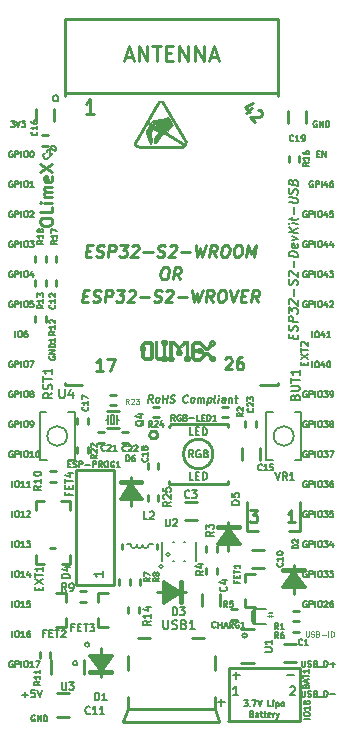
<source format=gbr>
G04 #@! TF.GenerationSoftware,KiCad,Pcbnew,5.1.6-c6e7f7d~87~ubuntu18.04.1*
G04 #@! TF.CreationDate,2020-11-12T13:38:59+02:00*
G04 #@! TF.ProjectId,ESP32-S2-DevKit-USB_Rev_B,45535033-322d-4533-922d-4465764b6974,B*
G04 #@! TF.SameCoordinates,Original*
G04 #@! TF.FileFunction,Legend,Top*
G04 #@! TF.FilePolarity,Positive*
%FSLAX46Y46*%
G04 Gerber Fmt 4.6, Leading zero omitted, Abs format (unit mm)*
G04 Created by KiCad (PCBNEW 5.1.6-c6e7f7d~87~ubuntu18.04.1) date 2020-11-12 13:38:59*
%MOMM*%
%LPD*%
G01*
G04 APERTURE LIST*
%ADD10C,0.190500*%
%ADD11C,0.203200*%
%ADD12C,0.254000*%
%ADD13C,0.127000*%
%ADD14C,0.114300*%
%ADD15C,0.158750*%
%ADD16C,0.150000*%
%ADD17C,0.200000*%
%ADD18C,0.009000*%
%ADD19C,0.050000*%
%ADD20C,0.100000*%
%ADD21C,0.165100*%
G04 APERTURE END LIST*
D10*
X137758714Y-106462285D02*
X137758714Y-106897714D01*
X137758714Y-106680000D02*
X136996714Y-106680000D01*
X137105571Y-106752571D01*
X137178142Y-106825142D01*
X137214428Y-106897714D01*
D11*
X136588501Y-112649000D02*
G75*
G03*
X136588501Y-112649000I-190501J0D01*
G01*
D12*
X142922398Y-80723619D02*
X143115922Y-80723619D01*
X143206636Y-80772000D01*
X143291302Y-80868761D01*
X143315493Y-81062285D01*
X143273160Y-81400952D01*
X143200588Y-81594476D01*
X143091731Y-81691238D01*
X142988922Y-81739619D01*
X142795398Y-81739619D01*
X142704683Y-81691238D01*
X142620017Y-81594476D01*
X142595826Y-81400952D01*
X142638160Y-81062285D01*
X142710731Y-80868761D01*
X142819588Y-80772000D01*
X142922398Y-80723619D01*
X144246826Y-81739619D02*
X143968636Y-81255809D01*
X143666255Y-81739619D02*
X143793255Y-80723619D01*
X144180302Y-80723619D01*
X144271017Y-80772000D01*
X144313350Y-80820380D01*
X144349636Y-80917142D01*
X144331493Y-81062285D01*
X144271017Y-81159047D01*
X144216588Y-81207428D01*
X144113779Y-81255809D01*
X143726731Y-81255809D01*
X136040207Y-83112428D02*
X136378874Y-83112428D01*
X136457493Y-83644619D02*
X135973683Y-83644619D01*
X136100683Y-82628619D01*
X136584493Y-82628619D01*
X136850588Y-83596238D02*
X136989683Y-83644619D01*
X137231588Y-83644619D01*
X137334398Y-83596238D01*
X137388826Y-83547857D01*
X137449302Y-83451095D01*
X137461398Y-83354333D01*
X137425112Y-83257571D01*
X137382779Y-83209190D01*
X137292064Y-83160809D01*
X137104588Y-83112428D01*
X137013874Y-83064047D01*
X136971541Y-83015666D01*
X136935255Y-82918904D01*
X136947350Y-82822142D01*
X137007826Y-82725380D01*
X137062255Y-82677000D01*
X137165064Y-82628619D01*
X137406969Y-82628619D01*
X137546064Y-82677000D01*
X137860541Y-83644619D02*
X137987541Y-82628619D01*
X138374588Y-82628619D01*
X138465302Y-82677000D01*
X138507636Y-82725380D01*
X138543922Y-82822142D01*
X138525779Y-82967285D01*
X138465302Y-83064047D01*
X138410874Y-83112428D01*
X138308064Y-83160809D01*
X137921017Y-83160809D01*
X138906779Y-82628619D02*
X139535731Y-82628619D01*
X139148683Y-83015666D01*
X139293826Y-83015666D01*
X139384541Y-83064047D01*
X139426874Y-83112428D01*
X139463160Y-83209190D01*
X139432922Y-83451095D01*
X139372445Y-83547857D01*
X139318017Y-83596238D01*
X139215207Y-83644619D01*
X138924922Y-83644619D01*
X138834207Y-83596238D01*
X138791874Y-83547857D01*
X139910683Y-82725380D02*
X139965112Y-82677000D01*
X140067922Y-82628619D01*
X140309826Y-82628619D01*
X140400541Y-82677000D01*
X140442874Y-82725380D01*
X140479160Y-82822142D01*
X140467064Y-82918904D01*
X140400541Y-83064047D01*
X139747398Y-83644619D01*
X140376350Y-83644619D01*
X140860160Y-83257571D02*
X141634255Y-83257571D01*
X142027350Y-83596238D02*
X142166445Y-83644619D01*
X142408350Y-83644619D01*
X142511160Y-83596238D01*
X142565588Y-83547857D01*
X142626064Y-83451095D01*
X142638160Y-83354333D01*
X142601874Y-83257571D01*
X142559541Y-83209190D01*
X142468826Y-83160809D01*
X142281350Y-83112428D01*
X142190636Y-83064047D01*
X142148302Y-83015666D01*
X142112017Y-82918904D01*
X142124112Y-82822142D01*
X142184588Y-82725380D01*
X142239017Y-82677000D01*
X142341826Y-82628619D01*
X142583731Y-82628619D01*
X142722826Y-82677000D01*
X143103826Y-82725380D02*
X143158255Y-82677000D01*
X143261064Y-82628619D01*
X143502969Y-82628619D01*
X143593683Y-82677000D01*
X143636017Y-82725380D01*
X143672302Y-82822142D01*
X143660207Y-82918904D01*
X143593683Y-83064047D01*
X142940541Y-83644619D01*
X143569493Y-83644619D01*
X144053302Y-83257571D02*
X144827398Y-83257571D01*
X145293064Y-82628619D02*
X145407969Y-83644619D01*
X145692207Y-82918904D01*
X145795017Y-83644619D01*
X146163922Y-82628619D01*
X147004541Y-83644619D02*
X146726350Y-83160809D01*
X146423969Y-83644619D02*
X146550969Y-82628619D01*
X146938017Y-82628619D01*
X147028731Y-82677000D01*
X147071064Y-82725380D01*
X147107350Y-82822142D01*
X147089207Y-82967285D01*
X147028731Y-83064047D01*
X146974302Y-83112428D01*
X146871493Y-83160809D01*
X146484445Y-83160809D01*
X147760493Y-82628619D02*
X147954017Y-82628619D01*
X148044731Y-82677000D01*
X148129398Y-82773761D01*
X148153588Y-82967285D01*
X148111255Y-83305952D01*
X148038683Y-83499476D01*
X147929826Y-83596238D01*
X147827017Y-83644619D01*
X147633493Y-83644619D01*
X147542779Y-83596238D01*
X147458112Y-83499476D01*
X147433922Y-83305952D01*
X147476255Y-82967285D01*
X147548826Y-82773761D01*
X147657683Y-82677000D01*
X147760493Y-82628619D01*
X148486207Y-82628619D02*
X148697874Y-83644619D01*
X149163541Y-82628619D01*
X149441731Y-83112428D02*
X149780398Y-83112428D01*
X149859017Y-83644619D02*
X149375207Y-83644619D01*
X149502207Y-82628619D01*
X149986017Y-82628619D01*
X150875017Y-83644619D02*
X150596826Y-83160809D01*
X150294445Y-83644619D02*
X150421445Y-82628619D01*
X150808493Y-82628619D01*
X150899207Y-82677000D01*
X150941541Y-82725380D01*
X150977826Y-82822142D01*
X150959683Y-82967285D01*
X150899207Y-83064047D01*
X150844779Y-83112428D01*
X150741969Y-83160809D01*
X150354922Y-83160809D01*
X136330493Y-79302428D02*
X136669160Y-79302428D01*
X136747779Y-79834619D02*
X136263969Y-79834619D01*
X136390969Y-78818619D01*
X136874779Y-78818619D01*
X137140874Y-79786238D02*
X137279969Y-79834619D01*
X137521874Y-79834619D01*
X137624683Y-79786238D01*
X137679112Y-79737857D01*
X137739588Y-79641095D01*
X137751683Y-79544333D01*
X137715398Y-79447571D01*
X137673064Y-79399190D01*
X137582350Y-79350809D01*
X137394874Y-79302428D01*
X137304160Y-79254047D01*
X137261826Y-79205666D01*
X137225541Y-79108904D01*
X137237636Y-79012142D01*
X137298112Y-78915380D01*
X137352541Y-78867000D01*
X137455350Y-78818619D01*
X137697255Y-78818619D01*
X137836350Y-78867000D01*
X138150826Y-79834619D02*
X138277826Y-78818619D01*
X138664874Y-78818619D01*
X138755588Y-78867000D01*
X138797922Y-78915380D01*
X138834207Y-79012142D01*
X138816064Y-79157285D01*
X138755588Y-79254047D01*
X138701160Y-79302428D01*
X138598350Y-79350809D01*
X138211302Y-79350809D01*
X139197064Y-78818619D02*
X139826017Y-78818619D01*
X139438969Y-79205666D01*
X139584112Y-79205666D01*
X139674826Y-79254047D01*
X139717160Y-79302428D01*
X139753445Y-79399190D01*
X139723207Y-79641095D01*
X139662731Y-79737857D01*
X139608302Y-79786238D01*
X139505493Y-79834619D01*
X139215207Y-79834619D01*
X139124493Y-79786238D01*
X139082160Y-79737857D01*
X140200969Y-78915380D02*
X140255398Y-78867000D01*
X140358207Y-78818619D01*
X140600112Y-78818619D01*
X140690826Y-78867000D01*
X140733160Y-78915380D01*
X140769445Y-79012142D01*
X140757350Y-79108904D01*
X140690826Y-79254047D01*
X140037683Y-79834619D01*
X140666636Y-79834619D01*
X141150445Y-79447571D02*
X141924541Y-79447571D01*
X142317636Y-79786238D02*
X142456731Y-79834619D01*
X142698636Y-79834619D01*
X142801445Y-79786238D01*
X142855874Y-79737857D01*
X142916350Y-79641095D01*
X142928445Y-79544333D01*
X142892160Y-79447571D01*
X142849826Y-79399190D01*
X142759112Y-79350809D01*
X142571636Y-79302428D01*
X142480922Y-79254047D01*
X142438588Y-79205666D01*
X142402302Y-79108904D01*
X142414398Y-79012142D01*
X142474874Y-78915380D01*
X142529302Y-78867000D01*
X142632112Y-78818619D01*
X142874017Y-78818619D01*
X143013112Y-78867000D01*
X143394112Y-78915380D02*
X143448541Y-78867000D01*
X143551350Y-78818619D01*
X143793255Y-78818619D01*
X143883969Y-78867000D01*
X143926302Y-78915380D01*
X143962588Y-79012142D01*
X143950493Y-79108904D01*
X143883969Y-79254047D01*
X143230826Y-79834619D01*
X143859779Y-79834619D01*
X144343588Y-79447571D02*
X145117683Y-79447571D01*
X145583350Y-78818619D02*
X145698255Y-79834619D01*
X145982493Y-79108904D01*
X146085302Y-79834619D01*
X146454207Y-78818619D01*
X147294826Y-79834619D02*
X147016636Y-79350809D01*
X146714255Y-79834619D02*
X146841255Y-78818619D01*
X147228302Y-78818619D01*
X147319017Y-78867000D01*
X147361350Y-78915380D01*
X147397636Y-79012142D01*
X147379493Y-79157285D01*
X147319017Y-79254047D01*
X147264588Y-79302428D01*
X147161779Y-79350809D01*
X146774731Y-79350809D01*
X148050779Y-78818619D02*
X148244302Y-78818619D01*
X148335017Y-78867000D01*
X148419683Y-78963761D01*
X148443874Y-79157285D01*
X148401541Y-79495952D01*
X148328969Y-79689476D01*
X148220112Y-79786238D01*
X148117302Y-79834619D01*
X147923779Y-79834619D01*
X147833064Y-79786238D01*
X147748398Y-79689476D01*
X147724207Y-79495952D01*
X147766541Y-79157285D01*
X147839112Y-78963761D01*
X147947969Y-78867000D01*
X148050779Y-78818619D01*
X149115160Y-78818619D02*
X149308683Y-78818619D01*
X149399398Y-78867000D01*
X149484064Y-78963761D01*
X149508255Y-79157285D01*
X149465922Y-79495952D01*
X149393350Y-79689476D01*
X149284493Y-79786238D01*
X149181683Y-79834619D01*
X148988160Y-79834619D01*
X148897445Y-79786238D01*
X148812779Y-79689476D01*
X148788588Y-79495952D01*
X148830922Y-79157285D01*
X148903493Y-78963761D01*
X149012350Y-78867000D01*
X149115160Y-78818619D01*
X149859017Y-79834619D02*
X149986017Y-78818619D01*
X150233969Y-79544333D01*
X150663350Y-78818619D01*
X150536350Y-79834619D01*
D13*
X154552952Y-116561809D02*
X154552952Y-116973047D01*
X154577142Y-117021428D01*
X154601333Y-117045619D01*
X154649714Y-117069809D01*
X154746476Y-117069809D01*
X154794857Y-117045619D01*
X154819047Y-117021428D01*
X154843238Y-116973047D01*
X154843238Y-116561809D01*
X155060952Y-117045619D02*
X155133523Y-117069809D01*
X155254476Y-117069809D01*
X155302857Y-117045619D01*
X155327047Y-117021428D01*
X155351238Y-116973047D01*
X155351238Y-116924666D01*
X155327047Y-116876285D01*
X155302857Y-116852095D01*
X155254476Y-116827904D01*
X155157714Y-116803714D01*
X155109333Y-116779523D01*
X155085142Y-116755333D01*
X155060952Y-116706952D01*
X155060952Y-116658571D01*
X155085142Y-116610190D01*
X155109333Y-116586000D01*
X155157714Y-116561809D01*
X155278666Y-116561809D01*
X155351238Y-116586000D01*
X155738285Y-116803714D02*
X155810857Y-116827904D01*
X155835047Y-116852095D01*
X155859238Y-116900476D01*
X155859238Y-116973047D01*
X155835047Y-117021428D01*
X155810857Y-117045619D01*
X155762476Y-117069809D01*
X155568952Y-117069809D01*
X155568952Y-116561809D01*
X155738285Y-116561809D01*
X155786666Y-116586000D01*
X155810857Y-116610190D01*
X155835047Y-116658571D01*
X155835047Y-116706952D01*
X155810857Y-116755333D01*
X155786666Y-116779523D01*
X155738285Y-116803714D01*
X155568952Y-116803714D01*
X155956000Y-117118190D02*
X156343047Y-117118190D01*
X156464000Y-117069809D02*
X156464000Y-116561809D01*
X156584952Y-116561809D01*
X156657523Y-116586000D01*
X156705904Y-116634380D01*
X156730095Y-116682761D01*
X156754285Y-116779523D01*
X156754285Y-116852095D01*
X156730095Y-116948857D01*
X156705904Y-116997238D01*
X156657523Y-117045619D01*
X156584952Y-117069809D01*
X156464000Y-117069809D01*
X156972000Y-116876285D02*
X157359047Y-116876285D01*
X154552952Y-114021809D02*
X154552952Y-114433047D01*
X154577142Y-114481428D01*
X154601333Y-114505619D01*
X154649714Y-114529809D01*
X154746476Y-114529809D01*
X154794857Y-114505619D01*
X154819047Y-114481428D01*
X154843238Y-114433047D01*
X154843238Y-114021809D01*
X155060952Y-114505619D02*
X155133523Y-114529809D01*
X155254476Y-114529809D01*
X155302857Y-114505619D01*
X155327047Y-114481428D01*
X155351238Y-114433047D01*
X155351238Y-114384666D01*
X155327047Y-114336285D01*
X155302857Y-114312095D01*
X155254476Y-114287904D01*
X155157714Y-114263714D01*
X155109333Y-114239523D01*
X155085142Y-114215333D01*
X155060952Y-114166952D01*
X155060952Y-114118571D01*
X155085142Y-114070190D01*
X155109333Y-114046000D01*
X155157714Y-114021809D01*
X155278666Y-114021809D01*
X155351238Y-114046000D01*
X155738285Y-114263714D02*
X155810857Y-114287904D01*
X155835047Y-114312095D01*
X155859238Y-114360476D01*
X155859238Y-114433047D01*
X155835047Y-114481428D01*
X155810857Y-114505619D01*
X155762476Y-114529809D01*
X155568952Y-114529809D01*
X155568952Y-114021809D01*
X155738285Y-114021809D01*
X155786666Y-114046000D01*
X155810857Y-114070190D01*
X155835047Y-114118571D01*
X155835047Y-114166952D01*
X155810857Y-114215333D01*
X155786666Y-114239523D01*
X155738285Y-114263714D01*
X155568952Y-114263714D01*
X155956000Y-114578190D02*
X156343047Y-114578190D01*
X156464000Y-114529809D02*
X156464000Y-114021809D01*
X156584952Y-114021809D01*
X156657523Y-114046000D01*
X156705904Y-114094380D01*
X156730095Y-114142761D01*
X156754285Y-114239523D01*
X156754285Y-114312095D01*
X156730095Y-114408857D01*
X156705904Y-114457238D01*
X156657523Y-114505619D01*
X156584952Y-114529809D01*
X156464000Y-114529809D01*
X156972000Y-114336285D02*
X157359047Y-114336285D01*
X157165523Y-114529809D02*
X157165523Y-114142761D01*
D14*
X154885571Y-111535028D02*
X154885571Y-111905142D01*
X154907342Y-111948685D01*
X154929114Y-111970457D01*
X154972657Y-111992228D01*
X155059742Y-111992228D01*
X155103285Y-111970457D01*
X155125057Y-111948685D01*
X155146828Y-111905142D01*
X155146828Y-111535028D01*
X155342771Y-111970457D02*
X155408085Y-111992228D01*
X155516942Y-111992228D01*
X155560485Y-111970457D01*
X155582257Y-111948685D01*
X155604028Y-111905142D01*
X155604028Y-111861600D01*
X155582257Y-111818057D01*
X155560485Y-111796285D01*
X155516942Y-111774514D01*
X155429857Y-111752742D01*
X155386314Y-111730971D01*
X155364542Y-111709200D01*
X155342771Y-111665657D01*
X155342771Y-111622114D01*
X155364542Y-111578571D01*
X155386314Y-111556800D01*
X155429857Y-111535028D01*
X155538714Y-111535028D01*
X155604028Y-111556800D01*
X155952371Y-111752742D02*
X156017685Y-111774514D01*
X156039457Y-111796285D01*
X156061228Y-111839828D01*
X156061228Y-111905142D01*
X156039457Y-111948685D01*
X156017685Y-111970457D01*
X155974142Y-111992228D01*
X155799971Y-111992228D01*
X155799971Y-111535028D01*
X155952371Y-111535028D01*
X155995914Y-111556800D01*
X156017685Y-111578571D01*
X156039457Y-111622114D01*
X156039457Y-111665657D01*
X156017685Y-111709200D01*
X155995914Y-111730971D01*
X155952371Y-111752742D01*
X155799971Y-111752742D01*
X156257171Y-111818057D02*
X156605514Y-111818057D01*
X156823228Y-111992228D02*
X156823228Y-111535028D01*
X157040942Y-111992228D02*
X157040942Y-111535028D01*
X157149800Y-111535028D01*
X157215114Y-111556800D01*
X157258657Y-111600342D01*
X157280428Y-111643885D01*
X157302200Y-111730971D01*
X157302200Y-111796285D01*
X157280428Y-111883371D01*
X157258657Y-111926914D01*
X157215114Y-111970457D01*
X157149800Y-111992228D01*
X157040942Y-111992228D01*
D13*
X154964190Y-108991400D02*
X154915809Y-108967209D01*
X154843238Y-108967209D01*
X154770666Y-108991400D01*
X154722285Y-109039780D01*
X154698095Y-109088161D01*
X154673904Y-109184923D01*
X154673904Y-109257495D01*
X154698095Y-109354257D01*
X154722285Y-109402638D01*
X154770666Y-109451019D01*
X154843238Y-109475209D01*
X154891619Y-109475209D01*
X154964190Y-109451019D01*
X154988380Y-109426828D01*
X154988380Y-109257495D01*
X154891619Y-109257495D01*
X155206095Y-109475209D02*
X155206095Y-108967209D01*
X155399619Y-108967209D01*
X155448000Y-108991400D01*
X155472190Y-109015590D01*
X155496380Y-109063971D01*
X155496380Y-109136542D01*
X155472190Y-109184923D01*
X155448000Y-109209114D01*
X155399619Y-109233304D01*
X155206095Y-109233304D01*
X155714095Y-109475209D02*
X155714095Y-108967209D01*
X156052761Y-108967209D02*
X156149523Y-108967209D01*
X156197904Y-108991400D01*
X156246285Y-109039780D01*
X156270476Y-109136542D01*
X156270476Y-109305876D01*
X156246285Y-109402638D01*
X156197904Y-109451019D01*
X156149523Y-109475209D01*
X156052761Y-109475209D01*
X156004380Y-109451019D01*
X155956000Y-109402638D01*
X155931809Y-109305876D01*
X155931809Y-109136542D01*
X155956000Y-109039780D01*
X156004380Y-108991400D01*
X156052761Y-108967209D01*
X156464000Y-109015590D02*
X156488190Y-108991400D01*
X156536571Y-108967209D01*
X156657523Y-108967209D01*
X156705904Y-108991400D01*
X156730095Y-109015590D01*
X156754285Y-109063971D01*
X156754285Y-109112352D01*
X156730095Y-109184923D01*
X156439809Y-109475209D01*
X156754285Y-109475209D01*
X157189714Y-108967209D02*
X157092952Y-108967209D01*
X157044571Y-108991400D01*
X157020380Y-109015590D01*
X156972000Y-109088161D01*
X156947809Y-109184923D01*
X156947809Y-109378447D01*
X156972000Y-109426828D01*
X156996190Y-109451019D01*
X157044571Y-109475209D01*
X157141333Y-109475209D01*
X157189714Y-109451019D01*
X157213904Y-109426828D01*
X157238095Y-109378447D01*
X157238095Y-109257495D01*
X157213904Y-109209114D01*
X157189714Y-109184923D01*
X157141333Y-109160733D01*
X157044571Y-109160733D01*
X156996190Y-109184923D01*
X156972000Y-109209114D01*
X156947809Y-109257495D01*
X154964190Y-106451400D02*
X154915809Y-106427209D01*
X154843238Y-106427209D01*
X154770666Y-106451400D01*
X154722285Y-106499780D01*
X154698095Y-106548161D01*
X154673904Y-106644923D01*
X154673904Y-106717495D01*
X154698095Y-106814257D01*
X154722285Y-106862638D01*
X154770666Y-106911019D01*
X154843238Y-106935209D01*
X154891619Y-106935209D01*
X154964190Y-106911019D01*
X154988380Y-106886828D01*
X154988380Y-106717495D01*
X154891619Y-106717495D01*
X155206095Y-106935209D02*
X155206095Y-106427209D01*
X155399619Y-106427209D01*
X155448000Y-106451400D01*
X155472190Y-106475590D01*
X155496380Y-106523971D01*
X155496380Y-106596542D01*
X155472190Y-106644923D01*
X155448000Y-106669114D01*
X155399619Y-106693304D01*
X155206095Y-106693304D01*
X155714095Y-106935209D02*
X155714095Y-106427209D01*
X156052761Y-106427209D02*
X156149523Y-106427209D01*
X156197904Y-106451400D01*
X156246285Y-106499780D01*
X156270476Y-106596542D01*
X156270476Y-106765876D01*
X156246285Y-106862638D01*
X156197904Y-106911019D01*
X156149523Y-106935209D01*
X156052761Y-106935209D01*
X156004380Y-106911019D01*
X155956000Y-106862638D01*
X155931809Y-106765876D01*
X155931809Y-106596542D01*
X155956000Y-106499780D01*
X156004380Y-106451400D01*
X156052761Y-106427209D01*
X156439809Y-106427209D02*
X156754285Y-106427209D01*
X156584952Y-106620733D01*
X156657523Y-106620733D01*
X156705904Y-106644923D01*
X156730095Y-106669114D01*
X156754285Y-106717495D01*
X156754285Y-106838447D01*
X156730095Y-106886828D01*
X156705904Y-106911019D01*
X156657523Y-106935209D01*
X156512380Y-106935209D01*
X156464000Y-106911019D01*
X156439809Y-106886828D01*
X156923619Y-106427209D02*
X157238095Y-106427209D01*
X157068761Y-106620733D01*
X157141333Y-106620733D01*
X157189714Y-106644923D01*
X157213904Y-106669114D01*
X157238095Y-106717495D01*
X157238095Y-106838447D01*
X157213904Y-106886828D01*
X157189714Y-106911019D01*
X157141333Y-106935209D01*
X156996190Y-106935209D01*
X156947809Y-106911019D01*
X156923619Y-106886828D01*
X154964190Y-103911400D02*
X154915809Y-103887209D01*
X154843238Y-103887209D01*
X154770666Y-103911400D01*
X154722285Y-103959780D01*
X154698095Y-104008161D01*
X154673904Y-104104923D01*
X154673904Y-104177495D01*
X154698095Y-104274257D01*
X154722285Y-104322638D01*
X154770666Y-104371019D01*
X154843238Y-104395209D01*
X154891619Y-104395209D01*
X154964190Y-104371019D01*
X154988380Y-104346828D01*
X154988380Y-104177495D01*
X154891619Y-104177495D01*
X155206095Y-104395209D02*
X155206095Y-103887209D01*
X155399619Y-103887209D01*
X155448000Y-103911400D01*
X155472190Y-103935590D01*
X155496380Y-103983971D01*
X155496380Y-104056542D01*
X155472190Y-104104923D01*
X155448000Y-104129114D01*
X155399619Y-104153304D01*
X155206095Y-104153304D01*
X155714095Y-104395209D02*
X155714095Y-103887209D01*
X156052761Y-103887209D02*
X156149523Y-103887209D01*
X156197904Y-103911400D01*
X156246285Y-103959780D01*
X156270476Y-104056542D01*
X156270476Y-104225876D01*
X156246285Y-104322638D01*
X156197904Y-104371019D01*
X156149523Y-104395209D01*
X156052761Y-104395209D01*
X156004380Y-104371019D01*
X155956000Y-104322638D01*
X155931809Y-104225876D01*
X155931809Y-104056542D01*
X155956000Y-103959780D01*
X156004380Y-103911400D01*
X156052761Y-103887209D01*
X156439809Y-103887209D02*
X156754285Y-103887209D01*
X156584952Y-104080733D01*
X156657523Y-104080733D01*
X156705904Y-104104923D01*
X156730095Y-104129114D01*
X156754285Y-104177495D01*
X156754285Y-104298447D01*
X156730095Y-104346828D01*
X156705904Y-104371019D01*
X156657523Y-104395209D01*
X156512380Y-104395209D01*
X156464000Y-104371019D01*
X156439809Y-104346828D01*
X157189714Y-104056542D02*
X157189714Y-104395209D01*
X157068761Y-103863019D02*
X156947809Y-104225876D01*
X157262285Y-104225876D01*
X154964190Y-96291400D02*
X154915809Y-96267209D01*
X154843238Y-96267209D01*
X154770666Y-96291400D01*
X154722285Y-96339780D01*
X154698095Y-96388161D01*
X154673904Y-96484923D01*
X154673904Y-96557495D01*
X154698095Y-96654257D01*
X154722285Y-96702638D01*
X154770666Y-96751019D01*
X154843238Y-96775209D01*
X154891619Y-96775209D01*
X154964190Y-96751019D01*
X154988380Y-96726828D01*
X154988380Y-96557495D01*
X154891619Y-96557495D01*
X155206095Y-96775209D02*
X155206095Y-96267209D01*
X155399619Y-96267209D01*
X155448000Y-96291400D01*
X155472190Y-96315590D01*
X155496380Y-96363971D01*
X155496380Y-96436542D01*
X155472190Y-96484923D01*
X155448000Y-96509114D01*
X155399619Y-96533304D01*
X155206095Y-96533304D01*
X155714095Y-96775209D02*
X155714095Y-96267209D01*
X156052761Y-96267209D02*
X156149523Y-96267209D01*
X156197904Y-96291400D01*
X156246285Y-96339780D01*
X156270476Y-96436542D01*
X156270476Y-96605876D01*
X156246285Y-96702638D01*
X156197904Y-96751019D01*
X156149523Y-96775209D01*
X156052761Y-96775209D01*
X156004380Y-96751019D01*
X155956000Y-96702638D01*
X155931809Y-96605876D01*
X155931809Y-96436542D01*
X155956000Y-96339780D01*
X156004380Y-96291400D01*
X156052761Y-96267209D01*
X156439809Y-96267209D02*
X156754285Y-96267209D01*
X156584952Y-96460733D01*
X156657523Y-96460733D01*
X156705904Y-96484923D01*
X156730095Y-96509114D01*
X156754285Y-96557495D01*
X156754285Y-96678447D01*
X156730095Y-96726828D01*
X156705904Y-96751019D01*
X156657523Y-96775209D01*
X156512380Y-96775209D01*
X156464000Y-96751019D01*
X156439809Y-96726828D01*
X156923619Y-96267209D02*
X157262285Y-96267209D01*
X157044571Y-96775209D01*
X155460095Y-89193309D02*
X155460095Y-88685309D01*
X155798761Y-88685309D02*
X155895523Y-88685309D01*
X155943904Y-88709500D01*
X155992285Y-88757880D01*
X156016476Y-88854642D01*
X156016476Y-89023976D01*
X155992285Y-89120738D01*
X155943904Y-89169119D01*
X155895523Y-89193309D01*
X155798761Y-89193309D01*
X155750380Y-89169119D01*
X155702000Y-89120738D01*
X155677809Y-89023976D01*
X155677809Y-88854642D01*
X155702000Y-88757880D01*
X155750380Y-88709500D01*
X155798761Y-88685309D01*
X156451904Y-88854642D02*
X156451904Y-89193309D01*
X156330952Y-88661119D02*
X156210000Y-89023976D01*
X156524476Y-89023976D01*
X156814761Y-88685309D02*
X156863142Y-88685309D01*
X156911523Y-88709500D01*
X156935714Y-88733690D01*
X156959904Y-88782071D01*
X156984095Y-88878833D01*
X156984095Y-88999785D01*
X156959904Y-89096547D01*
X156935714Y-89144928D01*
X156911523Y-89169119D01*
X156863142Y-89193309D01*
X156814761Y-89193309D01*
X156766380Y-89169119D01*
X156742190Y-89144928D01*
X156718000Y-89096547D01*
X156693809Y-88999785D01*
X156693809Y-88878833D01*
X156718000Y-88782071D01*
X156742190Y-88733690D01*
X156766380Y-88709500D01*
X156814761Y-88685309D01*
X154964190Y-83591400D02*
X154915809Y-83567209D01*
X154843238Y-83567209D01*
X154770666Y-83591400D01*
X154722285Y-83639780D01*
X154698095Y-83688161D01*
X154673904Y-83784923D01*
X154673904Y-83857495D01*
X154698095Y-83954257D01*
X154722285Y-84002638D01*
X154770666Y-84051019D01*
X154843238Y-84075209D01*
X154891619Y-84075209D01*
X154964190Y-84051019D01*
X154988380Y-84026828D01*
X154988380Y-83857495D01*
X154891619Y-83857495D01*
X155206095Y-84075209D02*
X155206095Y-83567209D01*
X155399619Y-83567209D01*
X155448000Y-83591400D01*
X155472190Y-83615590D01*
X155496380Y-83663971D01*
X155496380Y-83736542D01*
X155472190Y-83784923D01*
X155448000Y-83809114D01*
X155399619Y-83833304D01*
X155206095Y-83833304D01*
X155714095Y-84075209D02*
X155714095Y-83567209D01*
X156052761Y-83567209D02*
X156149523Y-83567209D01*
X156197904Y-83591400D01*
X156246285Y-83639780D01*
X156270476Y-83736542D01*
X156270476Y-83905876D01*
X156246285Y-84002638D01*
X156197904Y-84051019D01*
X156149523Y-84075209D01*
X156052761Y-84075209D01*
X156004380Y-84051019D01*
X155956000Y-84002638D01*
X155931809Y-83905876D01*
X155931809Y-83736542D01*
X155956000Y-83639780D01*
X156004380Y-83591400D01*
X156052761Y-83567209D01*
X156705904Y-83736542D02*
X156705904Y-84075209D01*
X156584952Y-83543019D02*
X156464000Y-83905876D01*
X156778476Y-83905876D01*
X156947809Y-83615590D02*
X156972000Y-83591400D01*
X157020380Y-83567209D01*
X157141333Y-83567209D01*
X157189714Y-83591400D01*
X157213904Y-83615590D01*
X157238095Y-83663971D01*
X157238095Y-83712352D01*
X157213904Y-83784923D01*
X156923619Y-84075209D01*
X157238095Y-84075209D01*
X154964190Y-81051400D02*
X154915809Y-81027209D01*
X154843238Y-81027209D01*
X154770666Y-81051400D01*
X154722285Y-81099780D01*
X154698095Y-81148161D01*
X154673904Y-81244923D01*
X154673904Y-81317495D01*
X154698095Y-81414257D01*
X154722285Y-81462638D01*
X154770666Y-81511019D01*
X154843238Y-81535209D01*
X154891619Y-81535209D01*
X154964190Y-81511019D01*
X154988380Y-81486828D01*
X154988380Y-81317495D01*
X154891619Y-81317495D01*
X155206095Y-81535209D02*
X155206095Y-81027209D01*
X155399619Y-81027209D01*
X155448000Y-81051400D01*
X155472190Y-81075590D01*
X155496380Y-81123971D01*
X155496380Y-81196542D01*
X155472190Y-81244923D01*
X155448000Y-81269114D01*
X155399619Y-81293304D01*
X155206095Y-81293304D01*
X155714095Y-81535209D02*
X155714095Y-81027209D01*
X156052761Y-81027209D02*
X156149523Y-81027209D01*
X156197904Y-81051400D01*
X156246285Y-81099780D01*
X156270476Y-81196542D01*
X156270476Y-81365876D01*
X156246285Y-81462638D01*
X156197904Y-81511019D01*
X156149523Y-81535209D01*
X156052761Y-81535209D01*
X156004380Y-81511019D01*
X155956000Y-81462638D01*
X155931809Y-81365876D01*
X155931809Y-81196542D01*
X155956000Y-81099780D01*
X156004380Y-81051400D01*
X156052761Y-81027209D01*
X156705904Y-81196542D02*
X156705904Y-81535209D01*
X156584952Y-81003019D02*
X156464000Y-81365876D01*
X156778476Y-81365876D01*
X156923619Y-81027209D02*
X157238095Y-81027209D01*
X157068761Y-81220733D01*
X157141333Y-81220733D01*
X157189714Y-81244923D01*
X157213904Y-81269114D01*
X157238095Y-81317495D01*
X157238095Y-81438447D01*
X157213904Y-81486828D01*
X157189714Y-81511019D01*
X157141333Y-81535209D01*
X156996190Y-81535209D01*
X156947809Y-81511019D01*
X156923619Y-81486828D01*
X155484285Y-73431400D02*
X155435904Y-73407209D01*
X155363333Y-73407209D01*
X155290761Y-73431400D01*
X155242380Y-73479780D01*
X155218190Y-73528161D01*
X155194000Y-73624923D01*
X155194000Y-73697495D01*
X155218190Y-73794257D01*
X155242380Y-73842638D01*
X155290761Y-73891019D01*
X155363333Y-73915209D01*
X155411714Y-73915209D01*
X155484285Y-73891019D01*
X155508476Y-73866828D01*
X155508476Y-73697495D01*
X155411714Y-73697495D01*
X155726190Y-73915209D02*
X155726190Y-73407209D01*
X155919714Y-73407209D01*
X155968095Y-73431400D01*
X155992285Y-73455590D01*
X156016476Y-73503971D01*
X156016476Y-73576542D01*
X155992285Y-73624923D01*
X155968095Y-73649114D01*
X155919714Y-73673304D01*
X155726190Y-73673304D01*
X156234190Y-73915209D02*
X156234190Y-73407209D01*
X156693809Y-73576542D02*
X156693809Y-73915209D01*
X156572857Y-73383019D02*
X156451904Y-73745876D01*
X156766380Y-73745876D01*
X157177619Y-73407209D02*
X157080857Y-73407209D01*
X157032476Y-73431400D01*
X157008285Y-73455590D01*
X156959904Y-73528161D01*
X156935714Y-73624923D01*
X156935714Y-73818447D01*
X156959904Y-73866828D01*
X156984095Y-73891019D01*
X157032476Y-73915209D01*
X157129238Y-73915209D01*
X157177619Y-73891019D01*
X157201809Y-73866828D01*
X157226000Y-73818447D01*
X157226000Y-73697495D01*
X157201809Y-73649114D01*
X157177619Y-73624923D01*
X157129238Y-73600733D01*
X157032476Y-73600733D01*
X156984095Y-73624923D01*
X156959904Y-73649114D01*
X156935714Y-73697495D01*
X155835047Y-71109114D02*
X156004380Y-71109114D01*
X156076952Y-71375209D02*
X155835047Y-71375209D01*
X155835047Y-70867209D01*
X156076952Y-70867209D01*
X156294666Y-71375209D02*
X156294666Y-70867209D01*
X156584952Y-71375209D01*
X156584952Y-70867209D01*
X130060095Y-112015209D02*
X130060095Y-111507209D01*
X130398761Y-111507209D02*
X130495523Y-111507209D01*
X130543904Y-111531400D01*
X130592285Y-111579780D01*
X130616476Y-111676542D01*
X130616476Y-111845876D01*
X130592285Y-111942638D01*
X130543904Y-111991019D01*
X130495523Y-112015209D01*
X130398761Y-112015209D01*
X130350380Y-111991019D01*
X130302000Y-111942638D01*
X130277809Y-111845876D01*
X130277809Y-111676542D01*
X130302000Y-111579780D01*
X130350380Y-111531400D01*
X130398761Y-111507209D01*
X131100285Y-112015209D02*
X130810000Y-112015209D01*
X130955142Y-112015209D02*
X130955142Y-111507209D01*
X130906761Y-111579780D01*
X130858380Y-111628161D01*
X130810000Y-111652352D01*
X131535714Y-111507209D02*
X131438952Y-111507209D01*
X131390571Y-111531400D01*
X131366380Y-111555590D01*
X131318000Y-111628161D01*
X131293809Y-111724923D01*
X131293809Y-111918447D01*
X131318000Y-111966828D01*
X131342190Y-111991019D01*
X131390571Y-112015209D01*
X131487333Y-112015209D01*
X131535714Y-111991019D01*
X131559904Y-111966828D01*
X131584095Y-111918447D01*
X131584095Y-111797495D01*
X131559904Y-111749114D01*
X131535714Y-111724923D01*
X131487333Y-111700733D01*
X131390571Y-111700733D01*
X131342190Y-111724923D01*
X131318000Y-111749114D01*
X131293809Y-111797495D01*
X130060095Y-109475209D02*
X130060095Y-108967209D01*
X130398761Y-108967209D02*
X130495523Y-108967209D01*
X130543904Y-108991400D01*
X130592285Y-109039780D01*
X130616476Y-109136542D01*
X130616476Y-109305876D01*
X130592285Y-109402638D01*
X130543904Y-109451019D01*
X130495523Y-109475209D01*
X130398761Y-109475209D01*
X130350380Y-109451019D01*
X130302000Y-109402638D01*
X130277809Y-109305876D01*
X130277809Y-109136542D01*
X130302000Y-109039780D01*
X130350380Y-108991400D01*
X130398761Y-108967209D01*
X131100285Y-109475209D02*
X130810000Y-109475209D01*
X130955142Y-109475209D02*
X130955142Y-108967209D01*
X130906761Y-109039780D01*
X130858380Y-109088161D01*
X130810000Y-109112352D01*
X131559904Y-108967209D02*
X131318000Y-108967209D01*
X131293809Y-109209114D01*
X131318000Y-109184923D01*
X131366380Y-109160733D01*
X131487333Y-109160733D01*
X131535714Y-109184923D01*
X131559904Y-109209114D01*
X131584095Y-109257495D01*
X131584095Y-109378447D01*
X131559904Y-109426828D01*
X131535714Y-109451019D01*
X131487333Y-109475209D01*
X131366380Y-109475209D01*
X131318000Y-109451019D01*
X131293809Y-109426828D01*
X130060095Y-106935209D02*
X130060095Y-106427209D01*
X130398761Y-106427209D02*
X130495523Y-106427209D01*
X130543904Y-106451400D01*
X130592285Y-106499780D01*
X130616476Y-106596542D01*
X130616476Y-106765876D01*
X130592285Y-106862638D01*
X130543904Y-106911019D01*
X130495523Y-106935209D01*
X130398761Y-106935209D01*
X130350380Y-106911019D01*
X130302000Y-106862638D01*
X130277809Y-106765876D01*
X130277809Y-106596542D01*
X130302000Y-106499780D01*
X130350380Y-106451400D01*
X130398761Y-106427209D01*
X131100285Y-106935209D02*
X130810000Y-106935209D01*
X130955142Y-106935209D02*
X130955142Y-106427209D01*
X130906761Y-106499780D01*
X130858380Y-106548161D01*
X130810000Y-106572352D01*
X131535714Y-106596542D02*
X131535714Y-106935209D01*
X131414761Y-106403019D02*
X131293809Y-106765876D01*
X131608285Y-106765876D01*
X130060095Y-104395209D02*
X130060095Y-103887209D01*
X130398761Y-103887209D02*
X130495523Y-103887209D01*
X130543904Y-103911400D01*
X130592285Y-103959780D01*
X130616476Y-104056542D01*
X130616476Y-104225876D01*
X130592285Y-104322638D01*
X130543904Y-104371019D01*
X130495523Y-104395209D01*
X130398761Y-104395209D01*
X130350380Y-104371019D01*
X130302000Y-104322638D01*
X130277809Y-104225876D01*
X130277809Y-104056542D01*
X130302000Y-103959780D01*
X130350380Y-103911400D01*
X130398761Y-103887209D01*
X131100285Y-104395209D02*
X130810000Y-104395209D01*
X130955142Y-104395209D02*
X130955142Y-103887209D01*
X130906761Y-103959780D01*
X130858380Y-104008161D01*
X130810000Y-104032352D01*
X131269619Y-103887209D02*
X131584095Y-103887209D01*
X131414761Y-104080733D01*
X131487333Y-104080733D01*
X131535714Y-104104923D01*
X131559904Y-104129114D01*
X131584095Y-104177495D01*
X131584095Y-104298447D01*
X131559904Y-104346828D01*
X131535714Y-104371019D01*
X131487333Y-104395209D01*
X131342190Y-104395209D01*
X131293809Y-104371019D01*
X131269619Y-104346828D01*
X130060095Y-93751400D02*
X130011714Y-93727209D01*
X129939142Y-93727209D01*
X129866571Y-93751400D01*
X129818190Y-93799780D01*
X129794000Y-93848161D01*
X129769809Y-93944923D01*
X129769809Y-94017495D01*
X129794000Y-94114257D01*
X129818190Y-94162638D01*
X129866571Y-94211019D01*
X129939142Y-94235209D01*
X129987523Y-94235209D01*
X130060095Y-94211019D01*
X130084285Y-94186828D01*
X130084285Y-94017495D01*
X129987523Y-94017495D01*
X130302000Y-94235209D02*
X130302000Y-93727209D01*
X130495523Y-93727209D01*
X130543904Y-93751400D01*
X130568095Y-93775590D01*
X130592285Y-93823971D01*
X130592285Y-93896542D01*
X130568095Y-93944923D01*
X130543904Y-93969114D01*
X130495523Y-93993304D01*
X130302000Y-93993304D01*
X130810000Y-94235209D02*
X130810000Y-93727209D01*
X131148666Y-93727209D02*
X131245428Y-93727209D01*
X131293809Y-93751400D01*
X131342190Y-93799780D01*
X131366380Y-93896542D01*
X131366380Y-94065876D01*
X131342190Y-94162638D01*
X131293809Y-94211019D01*
X131245428Y-94235209D01*
X131148666Y-94235209D01*
X131100285Y-94211019D01*
X131051904Y-94162638D01*
X131027714Y-94065876D01*
X131027714Y-93896542D01*
X131051904Y-93799780D01*
X131100285Y-93751400D01*
X131148666Y-93727209D01*
X131608285Y-94235209D02*
X131705047Y-94235209D01*
X131753428Y-94211019D01*
X131777619Y-94186828D01*
X131826000Y-94114257D01*
X131850190Y-94017495D01*
X131850190Y-93823971D01*
X131826000Y-93775590D01*
X131801809Y-93751400D01*
X131753428Y-93727209D01*
X131656666Y-93727209D01*
X131608285Y-93751400D01*
X131584095Y-93775590D01*
X131559904Y-93823971D01*
X131559904Y-93944923D01*
X131584095Y-93993304D01*
X131608285Y-94017495D01*
X131656666Y-94041685D01*
X131753428Y-94041685D01*
X131801809Y-94017495D01*
X131826000Y-93993304D01*
X131850190Y-93944923D01*
X130060095Y-91211400D02*
X130011714Y-91187209D01*
X129939142Y-91187209D01*
X129866571Y-91211400D01*
X129818190Y-91259780D01*
X129794000Y-91308161D01*
X129769809Y-91404923D01*
X129769809Y-91477495D01*
X129794000Y-91574257D01*
X129818190Y-91622638D01*
X129866571Y-91671019D01*
X129939142Y-91695209D01*
X129987523Y-91695209D01*
X130060095Y-91671019D01*
X130084285Y-91646828D01*
X130084285Y-91477495D01*
X129987523Y-91477495D01*
X130302000Y-91695209D02*
X130302000Y-91187209D01*
X130495523Y-91187209D01*
X130543904Y-91211400D01*
X130568095Y-91235590D01*
X130592285Y-91283971D01*
X130592285Y-91356542D01*
X130568095Y-91404923D01*
X130543904Y-91429114D01*
X130495523Y-91453304D01*
X130302000Y-91453304D01*
X130810000Y-91695209D02*
X130810000Y-91187209D01*
X131148666Y-91187209D02*
X131245428Y-91187209D01*
X131293809Y-91211400D01*
X131342190Y-91259780D01*
X131366380Y-91356542D01*
X131366380Y-91525876D01*
X131342190Y-91622638D01*
X131293809Y-91671019D01*
X131245428Y-91695209D01*
X131148666Y-91695209D01*
X131100285Y-91671019D01*
X131051904Y-91622638D01*
X131027714Y-91525876D01*
X131027714Y-91356542D01*
X131051904Y-91259780D01*
X131100285Y-91211400D01*
X131148666Y-91187209D01*
X131656666Y-91404923D02*
X131608285Y-91380733D01*
X131584095Y-91356542D01*
X131559904Y-91308161D01*
X131559904Y-91283971D01*
X131584095Y-91235590D01*
X131608285Y-91211400D01*
X131656666Y-91187209D01*
X131753428Y-91187209D01*
X131801809Y-91211400D01*
X131826000Y-91235590D01*
X131850190Y-91283971D01*
X131850190Y-91308161D01*
X131826000Y-91356542D01*
X131801809Y-91380733D01*
X131753428Y-91404923D01*
X131656666Y-91404923D01*
X131608285Y-91429114D01*
X131584095Y-91453304D01*
X131559904Y-91501685D01*
X131559904Y-91598447D01*
X131584095Y-91646828D01*
X131608285Y-91671019D01*
X131656666Y-91695209D01*
X131753428Y-91695209D01*
X131801809Y-91671019D01*
X131826000Y-91646828D01*
X131850190Y-91598447D01*
X131850190Y-91501685D01*
X131826000Y-91453304D01*
X131801809Y-91429114D01*
X131753428Y-91404923D01*
X130060095Y-88671400D02*
X130011714Y-88647209D01*
X129939142Y-88647209D01*
X129866571Y-88671400D01*
X129818190Y-88719780D01*
X129794000Y-88768161D01*
X129769809Y-88864923D01*
X129769809Y-88937495D01*
X129794000Y-89034257D01*
X129818190Y-89082638D01*
X129866571Y-89131019D01*
X129939142Y-89155209D01*
X129987523Y-89155209D01*
X130060095Y-89131019D01*
X130084285Y-89106828D01*
X130084285Y-88937495D01*
X129987523Y-88937495D01*
X130302000Y-89155209D02*
X130302000Y-88647209D01*
X130495523Y-88647209D01*
X130543904Y-88671400D01*
X130568095Y-88695590D01*
X130592285Y-88743971D01*
X130592285Y-88816542D01*
X130568095Y-88864923D01*
X130543904Y-88889114D01*
X130495523Y-88913304D01*
X130302000Y-88913304D01*
X130810000Y-89155209D02*
X130810000Y-88647209D01*
X131148666Y-88647209D02*
X131245428Y-88647209D01*
X131293809Y-88671400D01*
X131342190Y-88719780D01*
X131366380Y-88816542D01*
X131366380Y-88985876D01*
X131342190Y-89082638D01*
X131293809Y-89131019D01*
X131245428Y-89155209D01*
X131148666Y-89155209D01*
X131100285Y-89131019D01*
X131051904Y-89082638D01*
X131027714Y-88985876D01*
X131027714Y-88816542D01*
X131051904Y-88719780D01*
X131100285Y-88671400D01*
X131148666Y-88647209D01*
X131535714Y-88647209D02*
X131874380Y-88647209D01*
X131656666Y-89155209D01*
X130060095Y-83591400D02*
X130011714Y-83567209D01*
X129939142Y-83567209D01*
X129866571Y-83591400D01*
X129818190Y-83639780D01*
X129794000Y-83688161D01*
X129769809Y-83784923D01*
X129769809Y-83857495D01*
X129794000Y-83954257D01*
X129818190Y-84002638D01*
X129866571Y-84051019D01*
X129939142Y-84075209D01*
X129987523Y-84075209D01*
X130060095Y-84051019D01*
X130084285Y-84026828D01*
X130084285Y-83857495D01*
X129987523Y-83857495D01*
X130302000Y-84075209D02*
X130302000Y-83567209D01*
X130495523Y-83567209D01*
X130543904Y-83591400D01*
X130568095Y-83615590D01*
X130592285Y-83663971D01*
X130592285Y-83736542D01*
X130568095Y-83784923D01*
X130543904Y-83809114D01*
X130495523Y-83833304D01*
X130302000Y-83833304D01*
X130810000Y-84075209D02*
X130810000Y-83567209D01*
X131148666Y-83567209D02*
X131245428Y-83567209D01*
X131293809Y-83591400D01*
X131342190Y-83639780D01*
X131366380Y-83736542D01*
X131366380Y-83905876D01*
X131342190Y-84002638D01*
X131293809Y-84051019D01*
X131245428Y-84075209D01*
X131148666Y-84075209D01*
X131100285Y-84051019D01*
X131051904Y-84002638D01*
X131027714Y-83905876D01*
X131027714Y-83736542D01*
X131051904Y-83639780D01*
X131100285Y-83591400D01*
X131148666Y-83567209D01*
X131826000Y-83567209D02*
X131584095Y-83567209D01*
X131559904Y-83809114D01*
X131584095Y-83784923D01*
X131632476Y-83760733D01*
X131753428Y-83760733D01*
X131801809Y-83784923D01*
X131826000Y-83809114D01*
X131850190Y-83857495D01*
X131850190Y-83978447D01*
X131826000Y-84026828D01*
X131801809Y-84051019D01*
X131753428Y-84075209D01*
X131632476Y-84075209D01*
X131584095Y-84051019D01*
X131559904Y-84026828D01*
X130060095Y-81051400D02*
X130011714Y-81027209D01*
X129939142Y-81027209D01*
X129866571Y-81051400D01*
X129818190Y-81099780D01*
X129794000Y-81148161D01*
X129769809Y-81244923D01*
X129769809Y-81317495D01*
X129794000Y-81414257D01*
X129818190Y-81462638D01*
X129866571Y-81511019D01*
X129939142Y-81535209D01*
X129987523Y-81535209D01*
X130060095Y-81511019D01*
X130084285Y-81486828D01*
X130084285Y-81317495D01*
X129987523Y-81317495D01*
X130302000Y-81535209D02*
X130302000Y-81027209D01*
X130495523Y-81027209D01*
X130543904Y-81051400D01*
X130568095Y-81075590D01*
X130592285Y-81123971D01*
X130592285Y-81196542D01*
X130568095Y-81244923D01*
X130543904Y-81269114D01*
X130495523Y-81293304D01*
X130302000Y-81293304D01*
X130810000Y-81535209D02*
X130810000Y-81027209D01*
X131148666Y-81027209D02*
X131245428Y-81027209D01*
X131293809Y-81051400D01*
X131342190Y-81099780D01*
X131366380Y-81196542D01*
X131366380Y-81365876D01*
X131342190Y-81462638D01*
X131293809Y-81511019D01*
X131245428Y-81535209D01*
X131148666Y-81535209D01*
X131100285Y-81511019D01*
X131051904Y-81462638D01*
X131027714Y-81365876D01*
X131027714Y-81196542D01*
X131051904Y-81099780D01*
X131100285Y-81051400D01*
X131148666Y-81027209D01*
X131801809Y-81196542D02*
X131801809Y-81535209D01*
X131680857Y-81003019D02*
X131559904Y-81365876D01*
X131874380Y-81365876D01*
X130060095Y-78511400D02*
X130011714Y-78487209D01*
X129939142Y-78487209D01*
X129866571Y-78511400D01*
X129818190Y-78559780D01*
X129794000Y-78608161D01*
X129769809Y-78704923D01*
X129769809Y-78777495D01*
X129794000Y-78874257D01*
X129818190Y-78922638D01*
X129866571Y-78971019D01*
X129939142Y-78995209D01*
X129987523Y-78995209D01*
X130060095Y-78971019D01*
X130084285Y-78946828D01*
X130084285Y-78777495D01*
X129987523Y-78777495D01*
X130302000Y-78995209D02*
X130302000Y-78487209D01*
X130495523Y-78487209D01*
X130543904Y-78511400D01*
X130568095Y-78535590D01*
X130592285Y-78583971D01*
X130592285Y-78656542D01*
X130568095Y-78704923D01*
X130543904Y-78729114D01*
X130495523Y-78753304D01*
X130302000Y-78753304D01*
X130810000Y-78995209D02*
X130810000Y-78487209D01*
X131148666Y-78487209D02*
X131245428Y-78487209D01*
X131293809Y-78511400D01*
X131342190Y-78559780D01*
X131366380Y-78656542D01*
X131366380Y-78825876D01*
X131342190Y-78922638D01*
X131293809Y-78971019D01*
X131245428Y-78995209D01*
X131148666Y-78995209D01*
X131100285Y-78971019D01*
X131051904Y-78922638D01*
X131027714Y-78825876D01*
X131027714Y-78656542D01*
X131051904Y-78559780D01*
X131100285Y-78511400D01*
X131148666Y-78487209D01*
X131535714Y-78487209D02*
X131850190Y-78487209D01*
X131680857Y-78680733D01*
X131753428Y-78680733D01*
X131801809Y-78704923D01*
X131826000Y-78729114D01*
X131850190Y-78777495D01*
X131850190Y-78898447D01*
X131826000Y-78946828D01*
X131801809Y-78971019D01*
X131753428Y-78995209D01*
X131608285Y-78995209D01*
X131559904Y-78971019D01*
X131535714Y-78946828D01*
X130060095Y-75971400D02*
X130011714Y-75947209D01*
X129939142Y-75947209D01*
X129866571Y-75971400D01*
X129818190Y-76019780D01*
X129794000Y-76068161D01*
X129769809Y-76164923D01*
X129769809Y-76237495D01*
X129794000Y-76334257D01*
X129818190Y-76382638D01*
X129866571Y-76431019D01*
X129939142Y-76455209D01*
X129987523Y-76455209D01*
X130060095Y-76431019D01*
X130084285Y-76406828D01*
X130084285Y-76237495D01*
X129987523Y-76237495D01*
X130302000Y-76455209D02*
X130302000Y-75947209D01*
X130495523Y-75947209D01*
X130543904Y-75971400D01*
X130568095Y-75995590D01*
X130592285Y-76043971D01*
X130592285Y-76116542D01*
X130568095Y-76164923D01*
X130543904Y-76189114D01*
X130495523Y-76213304D01*
X130302000Y-76213304D01*
X130810000Y-76455209D02*
X130810000Y-75947209D01*
X131148666Y-75947209D02*
X131245428Y-75947209D01*
X131293809Y-75971400D01*
X131342190Y-76019780D01*
X131366380Y-76116542D01*
X131366380Y-76285876D01*
X131342190Y-76382638D01*
X131293809Y-76431019D01*
X131245428Y-76455209D01*
X131148666Y-76455209D01*
X131100285Y-76431019D01*
X131051904Y-76382638D01*
X131027714Y-76285876D01*
X131027714Y-76116542D01*
X131051904Y-76019780D01*
X131100285Y-75971400D01*
X131148666Y-75947209D01*
X131559904Y-75995590D02*
X131584095Y-75971400D01*
X131632476Y-75947209D01*
X131753428Y-75947209D01*
X131801809Y-75971400D01*
X131826000Y-75995590D01*
X131850190Y-76043971D01*
X131850190Y-76092352D01*
X131826000Y-76164923D01*
X131535714Y-76455209D01*
X131850190Y-76455209D01*
X130060095Y-73431400D02*
X130011714Y-73407209D01*
X129939142Y-73407209D01*
X129866571Y-73431400D01*
X129818190Y-73479780D01*
X129794000Y-73528161D01*
X129769809Y-73624923D01*
X129769809Y-73697495D01*
X129794000Y-73794257D01*
X129818190Y-73842638D01*
X129866571Y-73891019D01*
X129939142Y-73915209D01*
X129987523Y-73915209D01*
X130060095Y-73891019D01*
X130084285Y-73866828D01*
X130084285Y-73697495D01*
X129987523Y-73697495D01*
X130302000Y-73915209D02*
X130302000Y-73407209D01*
X130495523Y-73407209D01*
X130543904Y-73431400D01*
X130568095Y-73455590D01*
X130592285Y-73503971D01*
X130592285Y-73576542D01*
X130568095Y-73624923D01*
X130543904Y-73649114D01*
X130495523Y-73673304D01*
X130302000Y-73673304D01*
X130810000Y-73915209D02*
X130810000Y-73407209D01*
X131148666Y-73407209D02*
X131245428Y-73407209D01*
X131293809Y-73431400D01*
X131342190Y-73479780D01*
X131366380Y-73576542D01*
X131366380Y-73745876D01*
X131342190Y-73842638D01*
X131293809Y-73891019D01*
X131245428Y-73915209D01*
X131148666Y-73915209D01*
X131100285Y-73891019D01*
X131051904Y-73842638D01*
X131027714Y-73745876D01*
X131027714Y-73576542D01*
X131051904Y-73479780D01*
X131100285Y-73431400D01*
X131148666Y-73407209D01*
X131850190Y-73915209D02*
X131559904Y-73915209D01*
X131705047Y-73915209D02*
X131705047Y-73407209D01*
X131656666Y-73479780D01*
X131608285Y-73528161D01*
X131559904Y-73552352D01*
D10*
X147474214Y-117529428D02*
X148054785Y-117529428D01*
X147764500Y-117819714D02*
X147764500Y-117239142D01*
X148744214Y-115243428D02*
X149324785Y-115243428D01*
X149034500Y-115533714D02*
X149034500Y-114953142D01*
X153316214Y-115243428D02*
X153896785Y-115243428D01*
D11*
X149923500Y-111887000D02*
G75*
G03*
X149923500Y-111887000I-190500J0D01*
G01*
X135572501Y-114236500D02*
G75*
G03*
X135572501Y-114236500I-190501J0D01*
G01*
D13*
X149654380Y-117387309D02*
X149968857Y-117387309D01*
X149799523Y-117580833D01*
X149872095Y-117580833D01*
X149920476Y-117605023D01*
X149944666Y-117629214D01*
X149968857Y-117677595D01*
X149968857Y-117798547D01*
X149944666Y-117846928D01*
X149920476Y-117871119D01*
X149872095Y-117895309D01*
X149726952Y-117895309D01*
X149678571Y-117871119D01*
X149654380Y-117846928D01*
X150186571Y-117846928D02*
X150210761Y-117871119D01*
X150186571Y-117895309D01*
X150162380Y-117871119D01*
X150186571Y-117846928D01*
X150186571Y-117895309D01*
X150380095Y-117387309D02*
X150718761Y-117387309D01*
X150501047Y-117895309D01*
X150839714Y-117387309D02*
X151009047Y-117895309D01*
X151178380Y-117387309D01*
X151976666Y-117895309D02*
X151734761Y-117895309D01*
X151734761Y-117387309D01*
X152146000Y-117895309D02*
X152146000Y-117556642D01*
X152146000Y-117387309D02*
X152121809Y-117411500D01*
X152146000Y-117435690D01*
X152170190Y-117411500D01*
X152146000Y-117387309D01*
X152146000Y-117435690D01*
X152387904Y-117556642D02*
X152387904Y-118064642D01*
X152387904Y-117580833D02*
X152436285Y-117556642D01*
X152533047Y-117556642D01*
X152581428Y-117580833D01*
X152605619Y-117605023D01*
X152629809Y-117653404D01*
X152629809Y-117798547D01*
X152605619Y-117846928D01*
X152581428Y-117871119D01*
X152533047Y-117895309D01*
X152436285Y-117895309D01*
X152387904Y-117871119D01*
X152920095Y-117895309D02*
X152871714Y-117871119D01*
X152847523Y-117846928D01*
X152823333Y-117798547D01*
X152823333Y-117653404D01*
X152847523Y-117605023D01*
X152871714Y-117580833D01*
X152920095Y-117556642D01*
X152992666Y-117556642D01*
X153041047Y-117580833D01*
X153065238Y-117605023D01*
X153089428Y-117653404D01*
X153089428Y-117798547D01*
X153065238Y-117846928D01*
X153041047Y-117871119D01*
X152992666Y-117895309D01*
X152920095Y-117895309D01*
X150331714Y-118518214D02*
X150404285Y-118542404D01*
X150428476Y-118566595D01*
X150452666Y-118614976D01*
X150452666Y-118687547D01*
X150428476Y-118735928D01*
X150404285Y-118760119D01*
X150355904Y-118784309D01*
X150162380Y-118784309D01*
X150162380Y-118276309D01*
X150331714Y-118276309D01*
X150380095Y-118300500D01*
X150404285Y-118324690D01*
X150428476Y-118373071D01*
X150428476Y-118421452D01*
X150404285Y-118469833D01*
X150380095Y-118494023D01*
X150331714Y-118518214D01*
X150162380Y-118518214D01*
X150888095Y-118784309D02*
X150888095Y-118518214D01*
X150863904Y-118469833D01*
X150815523Y-118445642D01*
X150718761Y-118445642D01*
X150670380Y-118469833D01*
X150888095Y-118760119D02*
X150839714Y-118784309D01*
X150718761Y-118784309D01*
X150670380Y-118760119D01*
X150646190Y-118711738D01*
X150646190Y-118663357D01*
X150670380Y-118614976D01*
X150718761Y-118590785D01*
X150839714Y-118590785D01*
X150888095Y-118566595D01*
X151057428Y-118445642D02*
X151250952Y-118445642D01*
X151130000Y-118276309D02*
X151130000Y-118711738D01*
X151154190Y-118760119D01*
X151202571Y-118784309D01*
X151250952Y-118784309D01*
X151347714Y-118445642D02*
X151541238Y-118445642D01*
X151420285Y-118276309D02*
X151420285Y-118711738D01*
X151444476Y-118760119D01*
X151492857Y-118784309D01*
X151541238Y-118784309D01*
X151904095Y-118760119D02*
X151855714Y-118784309D01*
X151758952Y-118784309D01*
X151710571Y-118760119D01*
X151686380Y-118711738D01*
X151686380Y-118518214D01*
X151710571Y-118469833D01*
X151758952Y-118445642D01*
X151855714Y-118445642D01*
X151904095Y-118469833D01*
X151928285Y-118518214D01*
X151928285Y-118566595D01*
X151686380Y-118614976D01*
X152146000Y-118784309D02*
X152146000Y-118445642D01*
X152146000Y-118542404D02*
X152170190Y-118494023D01*
X152194380Y-118469833D01*
X152242761Y-118445642D01*
X152291142Y-118445642D01*
X152412095Y-118445642D02*
X152533047Y-118784309D01*
X152654000Y-118445642D02*
X152533047Y-118784309D01*
X152484666Y-118905261D01*
X152460476Y-118929452D01*
X152412095Y-118953642D01*
D15*
X141926421Y-92171761D02*
X141752552Y-91869380D01*
X141563564Y-92171761D02*
X141642939Y-91536761D01*
X141884844Y-91536761D01*
X141941540Y-91567000D01*
X141967998Y-91597238D01*
X141990677Y-91657714D01*
X141979338Y-91748428D01*
X141941540Y-91808904D01*
X141907522Y-91839142D01*
X141843266Y-91869380D01*
X141601361Y-91869380D01*
X142289278Y-92171761D02*
X142232582Y-92141523D01*
X142206123Y-92111285D01*
X142183445Y-92050809D01*
X142206123Y-91869380D01*
X142243921Y-91808904D01*
X142277939Y-91778666D01*
X142342195Y-91748428D01*
X142432909Y-91748428D01*
X142489606Y-91778666D01*
X142516064Y-91808904D01*
X142538742Y-91869380D01*
X142516064Y-92050809D01*
X142478266Y-92111285D01*
X142444248Y-92141523D01*
X142379992Y-92171761D01*
X142289278Y-92171761D01*
X142773088Y-92171761D02*
X142852463Y-91536761D01*
X142814665Y-91839142D02*
X143177522Y-91839142D01*
X143135945Y-92171761D02*
X143215320Y-91536761D01*
X143411867Y-92141523D02*
X143498802Y-92171761D01*
X143649992Y-92171761D01*
X143714248Y-92141523D01*
X143748266Y-92111285D01*
X143786064Y-92050809D01*
X143793623Y-91990333D01*
X143770945Y-91929857D01*
X143744486Y-91899619D01*
X143687790Y-91869380D01*
X143570617Y-91839142D01*
X143513921Y-91808904D01*
X143487463Y-91778666D01*
X143464784Y-91718190D01*
X143472344Y-91657714D01*
X143510141Y-91597238D01*
X143544159Y-91567000D01*
X143608415Y-91536761D01*
X143759606Y-91536761D01*
X143846540Y-91567000D01*
X144897314Y-92111285D02*
X144863296Y-92141523D01*
X144768802Y-92171761D01*
X144708326Y-92171761D01*
X144621391Y-92141523D01*
X144568475Y-92081047D01*
X144545796Y-92020571D01*
X144530677Y-91899619D01*
X144542016Y-91808904D01*
X144587373Y-91687952D01*
X144625171Y-91627476D01*
X144693207Y-91567000D01*
X144787701Y-91536761D01*
X144848177Y-91536761D01*
X144935111Y-91567000D01*
X144961570Y-91597238D01*
X145252611Y-92171761D02*
X145195915Y-92141523D01*
X145169457Y-92111285D01*
X145146778Y-92050809D01*
X145169457Y-91869380D01*
X145207254Y-91808904D01*
X145241272Y-91778666D01*
X145305528Y-91748428D01*
X145396242Y-91748428D01*
X145452939Y-91778666D01*
X145479397Y-91808904D01*
X145502076Y-91869380D01*
X145479397Y-92050809D01*
X145441600Y-92111285D01*
X145407582Y-92141523D01*
X145343326Y-92171761D01*
X145252611Y-92171761D01*
X145736421Y-92171761D02*
X145789338Y-91748428D01*
X145781778Y-91808904D02*
X145815796Y-91778666D01*
X145880052Y-91748428D01*
X145970766Y-91748428D01*
X146027463Y-91778666D01*
X146050141Y-91839142D01*
X146008564Y-92171761D01*
X146050141Y-91839142D02*
X146087939Y-91778666D01*
X146152195Y-91748428D01*
X146242909Y-91748428D01*
X146299606Y-91778666D01*
X146322284Y-91839142D01*
X146280707Y-92171761D01*
X146636004Y-91748428D02*
X146556629Y-92383428D01*
X146632225Y-91778666D02*
X146696481Y-91748428D01*
X146817433Y-91748428D01*
X146874129Y-91778666D01*
X146900588Y-91808904D01*
X146923266Y-91869380D01*
X146900588Y-92050809D01*
X146862790Y-92111285D01*
X146828772Y-92141523D01*
X146764516Y-92171761D01*
X146643564Y-92171761D01*
X146586867Y-92141523D01*
X147248326Y-92171761D02*
X147191629Y-92141523D01*
X147168951Y-92081047D01*
X147236986Y-91536761D01*
X147490231Y-92171761D02*
X147543147Y-91748428D01*
X147569606Y-91536761D02*
X147535588Y-91567000D01*
X147562046Y-91597238D01*
X147596064Y-91567000D01*
X147569606Y-91536761D01*
X147562046Y-91597238D01*
X148064754Y-92171761D02*
X148106332Y-91839142D01*
X148083653Y-91778666D01*
X148026957Y-91748428D01*
X147906004Y-91748428D01*
X147841748Y-91778666D01*
X148068534Y-92141523D02*
X148004278Y-92171761D01*
X147853088Y-92171761D01*
X147796391Y-92141523D01*
X147773713Y-92081047D01*
X147781272Y-92020571D01*
X147819070Y-91960095D01*
X147883326Y-91929857D01*
X148034516Y-91929857D01*
X148098772Y-91899619D01*
X148420052Y-91748428D02*
X148367135Y-92171761D01*
X148412492Y-91808904D02*
X148446510Y-91778666D01*
X148510766Y-91748428D01*
X148601481Y-91748428D01*
X148658177Y-91778666D01*
X148680856Y-91839142D01*
X148639278Y-92171761D01*
X148903861Y-91748428D02*
X149145766Y-91748428D01*
X149021034Y-91536761D02*
X148952998Y-92081047D01*
X148975677Y-92141523D01*
X149032373Y-92171761D01*
X149092850Y-92171761D01*
X154767642Y-88993738D02*
X154767642Y-88782071D01*
X155100261Y-88691357D02*
X155100261Y-88993738D01*
X154465261Y-88993738D01*
X154465261Y-88691357D01*
X154465261Y-88479690D02*
X155100261Y-88056357D01*
X154465261Y-88056357D02*
X155100261Y-88479690D01*
X154465261Y-87905166D02*
X154465261Y-87542309D01*
X155100261Y-87723738D02*
X154465261Y-87723738D01*
X154525738Y-87360880D02*
X154495500Y-87330642D01*
X154465261Y-87270166D01*
X154465261Y-87118976D01*
X154495500Y-87058500D01*
X154525738Y-87028261D01*
X154586214Y-86998023D01*
X154646690Y-86998023D01*
X154737404Y-87028261D01*
X155100261Y-87391119D01*
X155100261Y-86998023D01*
X132288642Y-108043738D02*
X132288642Y-107832071D01*
X132621261Y-107741357D02*
X132621261Y-108043738D01*
X131986261Y-108043738D01*
X131986261Y-107741357D01*
X131986261Y-107529690D02*
X132621261Y-107106357D01*
X131986261Y-107106357D02*
X132621261Y-107529690D01*
X131986261Y-106955166D02*
X131986261Y-106592309D01*
X132621261Y-106773738D02*
X131986261Y-106773738D01*
X132621261Y-106048023D02*
X132621261Y-106410880D01*
X132621261Y-106229452D02*
X131986261Y-106229452D01*
X132076976Y-106289928D01*
X132137452Y-106350404D01*
X132167690Y-106410880D01*
D13*
X155233309Y-118923404D02*
X154725309Y-118923404D01*
X154725309Y-118584738D02*
X154725309Y-118487976D01*
X154749500Y-118439595D01*
X154797880Y-118391214D01*
X154894642Y-118367023D01*
X155063976Y-118367023D01*
X155160738Y-118391214D01*
X155209119Y-118439595D01*
X155233309Y-118487976D01*
X155233309Y-118584738D01*
X155209119Y-118633119D01*
X155160738Y-118681500D01*
X155063976Y-118705690D01*
X154894642Y-118705690D01*
X154797880Y-118681500D01*
X154749500Y-118633119D01*
X154725309Y-118584738D01*
X155233309Y-117883214D02*
X155233309Y-118173500D01*
X155233309Y-118028357D02*
X154725309Y-118028357D01*
X154797880Y-118076738D01*
X154846261Y-118125119D01*
X154870452Y-118173500D01*
X154943023Y-117592928D02*
X154918833Y-117641309D01*
X154894642Y-117665500D01*
X154846261Y-117689690D01*
X154822071Y-117689690D01*
X154773690Y-117665500D01*
X154749500Y-117641309D01*
X154725309Y-117592928D01*
X154725309Y-117496166D01*
X154749500Y-117447785D01*
X154773690Y-117423595D01*
X154822071Y-117399404D01*
X154846261Y-117399404D01*
X154894642Y-117423595D01*
X154918833Y-117447785D01*
X154943023Y-117496166D01*
X154943023Y-117592928D01*
X154967214Y-117641309D01*
X154991404Y-117665500D01*
X155039785Y-117689690D01*
X155136547Y-117689690D01*
X155184928Y-117665500D01*
X155209119Y-117641309D01*
X155233309Y-117592928D01*
X155233309Y-117496166D01*
X155209119Y-117447785D01*
X155184928Y-117423595D01*
X155136547Y-117399404D01*
X155039785Y-117399404D01*
X154991404Y-117423595D01*
X154967214Y-117447785D01*
X154943023Y-117496166D01*
X154964190Y-101371400D02*
X154915809Y-101347209D01*
X154843238Y-101347209D01*
X154770666Y-101371400D01*
X154722285Y-101419780D01*
X154698095Y-101468161D01*
X154673904Y-101564923D01*
X154673904Y-101637495D01*
X154698095Y-101734257D01*
X154722285Y-101782638D01*
X154770666Y-101831019D01*
X154843238Y-101855209D01*
X154891619Y-101855209D01*
X154964190Y-101831019D01*
X154988380Y-101806828D01*
X154988380Y-101637495D01*
X154891619Y-101637495D01*
X155206095Y-101855209D02*
X155206095Y-101347209D01*
X155399619Y-101347209D01*
X155448000Y-101371400D01*
X155472190Y-101395590D01*
X155496380Y-101443971D01*
X155496380Y-101516542D01*
X155472190Y-101564923D01*
X155448000Y-101589114D01*
X155399619Y-101613304D01*
X155206095Y-101613304D01*
X155714095Y-101855209D02*
X155714095Y-101347209D01*
X156052761Y-101347209D02*
X156149523Y-101347209D01*
X156197904Y-101371400D01*
X156246285Y-101419780D01*
X156270476Y-101516542D01*
X156270476Y-101685876D01*
X156246285Y-101782638D01*
X156197904Y-101831019D01*
X156149523Y-101855209D01*
X156052761Y-101855209D01*
X156004380Y-101831019D01*
X155956000Y-101782638D01*
X155931809Y-101685876D01*
X155931809Y-101516542D01*
X155956000Y-101419780D01*
X156004380Y-101371400D01*
X156052761Y-101347209D01*
X156439809Y-101347209D02*
X156754285Y-101347209D01*
X156584952Y-101540733D01*
X156657523Y-101540733D01*
X156705904Y-101564923D01*
X156730095Y-101589114D01*
X156754285Y-101637495D01*
X156754285Y-101758447D01*
X156730095Y-101806828D01*
X156705904Y-101831019D01*
X156657523Y-101855209D01*
X156512380Y-101855209D01*
X156464000Y-101831019D01*
X156439809Y-101806828D01*
X157213904Y-101347209D02*
X156972000Y-101347209D01*
X156947809Y-101589114D01*
X156972000Y-101564923D01*
X157020380Y-101540733D01*
X157141333Y-101540733D01*
X157189714Y-101564923D01*
X157213904Y-101589114D01*
X157238095Y-101637495D01*
X157238095Y-101758447D01*
X157213904Y-101806828D01*
X157189714Y-101831019D01*
X157141333Y-101855209D01*
X157020380Y-101855209D01*
X156972000Y-101831019D01*
X156947809Y-101806828D01*
X154964190Y-98831400D02*
X154915809Y-98807209D01*
X154843238Y-98807209D01*
X154770666Y-98831400D01*
X154722285Y-98879780D01*
X154698095Y-98928161D01*
X154673904Y-99024923D01*
X154673904Y-99097495D01*
X154698095Y-99194257D01*
X154722285Y-99242638D01*
X154770666Y-99291019D01*
X154843238Y-99315209D01*
X154891619Y-99315209D01*
X154964190Y-99291019D01*
X154988380Y-99266828D01*
X154988380Y-99097495D01*
X154891619Y-99097495D01*
X155206095Y-99315209D02*
X155206095Y-98807209D01*
X155399619Y-98807209D01*
X155448000Y-98831400D01*
X155472190Y-98855590D01*
X155496380Y-98903971D01*
X155496380Y-98976542D01*
X155472190Y-99024923D01*
X155448000Y-99049114D01*
X155399619Y-99073304D01*
X155206095Y-99073304D01*
X155714095Y-99315209D02*
X155714095Y-98807209D01*
X156052761Y-98807209D02*
X156149523Y-98807209D01*
X156197904Y-98831400D01*
X156246285Y-98879780D01*
X156270476Y-98976542D01*
X156270476Y-99145876D01*
X156246285Y-99242638D01*
X156197904Y-99291019D01*
X156149523Y-99315209D01*
X156052761Y-99315209D01*
X156004380Y-99291019D01*
X155956000Y-99242638D01*
X155931809Y-99145876D01*
X155931809Y-98976542D01*
X155956000Y-98879780D01*
X156004380Y-98831400D01*
X156052761Y-98807209D01*
X156439809Y-98807209D02*
X156754285Y-98807209D01*
X156584952Y-99000733D01*
X156657523Y-99000733D01*
X156705904Y-99024923D01*
X156730095Y-99049114D01*
X156754285Y-99097495D01*
X156754285Y-99218447D01*
X156730095Y-99266828D01*
X156705904Y-99291019D01*
X156657523Y-99315209D01*
X156512380Y-99315209D01*
X156464000Y-99291019D01*
X156439809Y-99266828D01*
X157189714Y-98807209D02*
X157092952Y-98807209D01*
X157044571Y-98831400D01*
X157020380Y-98855590D01*
X156972000Y-98928161D01*
X156947809Y-99024923D01*
X156947809Y-99218447D01*
X156972000Y-99266828D01*
X156996190Y-99291019D01*
X157044571Y-99315209D01*
X157141333Y-99315209D01*
X157189714Y-99291019D01*
X157213904Y-99266828D01*
X157238095Y-99218447D01*
X157238095Y-99097495D01*
X157213904Y-99049114D01*
X157189714Y-99024923D01*
X157141333Y-99000733D01*
X157044571Y-99000733D01*
X156996190Y-99024923D01*
X156972000Y-99049114D01*
X156947809Y-99097495D01*
X154964190Y-93751400D02*
X154915809Y-93727209D01*
X154843238Y-93727209D01*
X154770666Y-93751400D01*
X154722285Y-93799780D01*
X154698095Y-93848161D01*
X154673904Y-93944923D01*
X154673904Y-94017495D01*
X154698095Y-94114257D01*
X154722285Y-94162638D01*
X154770666Y-94211019D01*
X154843238Y-94235209D01*
X154891619Y-94235209D01*
X154964190Y-94211019D01*
X154988380Y-94186828D01*
X154988380Y-94017495D01*
X154891619Y-94017495D01*
X155206095Y-94235209D02*
X155206095Y-93727209D01*
X155399619Y-93727209D01*
X155448000Y-93751400D01*
X155472190Y-93775590D01*
X155496380Y-93823971D01*
X155496380Y-93896542D01*
X155472190Y-93944923D01*
X155448000Y-93969114D01*
X155399619Y-93993304D01*
X155206095Y-93993304D01*
X155714095Y-94235209D02*
X155714095Y-93727209D01*
X156052761Y-93727209D02*
X156149523Y-93727209D01*
X156197904Y-93751400D01*
X156246285Y-93799780D01*
X156270476Y-93896542D01*
X156270476Y-94065876D01*
X156246285Y-94162638D01*
X156197904Y-94211019D01*
X156149523Y-94235209D01*
X156052761Y-94235209D01*
X156004380Y-94211019D01*
X155956000Y-94162638D01*
X155931809Y-94065876D01*
X155931809Y-93896542D01*
X155956000Y-93799780D01*
X156004380Y-93751400D01*
X156052761Y-93727209D01*
X156439809Y-93727209D02*
X156754285Y-93727209D01*
X156584952Y-93920733D01*
X156657523Y-93920733D01*
X156705904Y-93944923D01*
X156730095Y-93969114D01*
X156754285Y-94017495D01*
X156754285Y-94138447D01*
X156730095Y-94186828D01*
X156705904Y-94211019D01*
X156657523Y-94235209D01*
X156512380Y-94235209D01*
X156464000Y-94211019D01*
X156439809Y-94186828D01*
X157044571Y-93944923D02*
X156996190Y-93920733D01*
X156972000Y-93896542D01*
X156947809Y-93848161D01*
X156947809Y-93823971D01*
X156972000Y-93775590D01*
X156996190Y-93751400D01*
X157044571Y-93727209D01*
X157141333Y-93727209D01*
X157189714Y-93751400D01*
X157213904Y-93775590D01*
X157238095Y-93823971D01*
X157238095Y-93848161D01*
X157213904Y-93896542D01*
X157189714Y-93920733D01*
X157141333Y-93944923D01*
X157044571Y-93944923D01*
X156996190Y-93969114D01*
X156972000Y-93993304D01*
X156947809Y-94041685D01*
X156947809Y-94138447D01*
X156972000Y-94186828D01*
X156996190Y-94211019D01*
X157044571Y-94235209D01*
X157141333Y-94235209D01*
X157189714Y-94211019D01*
X157213904Y-94186828D01*
X157238095Y-94138447D01*
X157238095Y-94041685D01*
X157213904Y-93993304D01*
X157189714Y-93969114D01*
X157141333Y-93944923D01*
X154964190Y-91211400D02*
X154915809Y-91187209D01*
X154843238Y-91187209D01*
X154770666Y-91211400D01*
X154722285Y-91259780D01*
X154698095Y-91308161D01*
X154673904Y-91404923D01*
X154673904Y-91477495D01*
X154698095Y-91574257D01*
X154722285Y-91622638D01*
X154770666Y-91671019D01*
X154843238Y-91695209D01*
X154891619Y-91695209D01*
X154964190Y-91671019D01*
X154988380Y-91646828D01*
X154988380Y-91477495D01*
X154891619Y-91477495D01*
X155206095Y-91695209D02*
X155206095Y-91187209D01*
X155399619Y-91187209D01*
X155448000Y-91211400D01*
X155472190Y-91235590D01*
X155496380Y-91283971D01*
X155496380Y-91356542D01*
X155472190Y-91404923D01*
X155448000Y-91429114D01*
X155399619Y-91453304D01*
X155206095Y-91453304D01*
X155714095Y-91695209D02*
X155714095Y-91187209D01*
X156052761Y-91187209D02*
X156149523Y-91187209D01*
X156197904Y-91211400D01*
X156246285Y-91259780D01*
X156270476Y-91356542D01*
X156270476Y-91525876D01*
X156246285Y-91622638D01*
X156197904Y-91671019D01*
X156149523Y-91695209D01*
X156052761Y-91695209D01*
X156004380Y-91671019D01*
X155956000Y-91622638D01*
X155931809Y-91525876D01*
X155931809Y-91356542D01*
X155956000Y-91259780D01*
X156004380Y-91211400D01*
X156052761Y-91187209D01*
X156439809Y-91187209D02*
X156754285Y-91187209D01*
X156584952Y-91380733D01*
X156657523Y-91380733D01*
X156705904Y-91404923D01*
X156730095Y-91429114D01*
X156754285Y-91477495D01*
X156754285Y-91598447D01*
X156730095Y-91646828D01*
X156705904Y-91671019D01*
X156657523Y-91695209D01*
X156512380Y-91695209D01*
X156464000Y-91671019D01*
X156439809Y-91646828D01*
X156996190Y-91695209D02*
X157092952Y-91695209D01*
X157141333Y-91671019D01*
X157165523Y-91646828D01*
X157213904Y-91574257D01*
X157238095Y-91477495D01*
X157238095Y-91283971D01*
X157213904Y-91235590D01*
X157189714Y-91211400D01*
X157141333Y-91187209D01*
X157044571Y-91187209D01*
X156996190Y-91211400D01*
X156972000Y-91235590D01*
X156947809Y-91283971D01*
X156947809Y-91404923D01*
X156972000Y-91453304D01*
X156996190Y-91477495D01*
X157044571Y-91501685D01*
X157141333Y-91501685D01*
X157189714Y-91477495D01*
X157213904Y-91453304D01*
X157238095Y-91404923D01*
X155460095Y-86653309D02*
X155460095Y-86145309D01*
X155798761Y-86145309D02*
X155895523Y-86145309D01*
X155943904Y-86169500D01*
X155992285Y-86217880D01*
X156016476Y-86314642D01*
X156016476Y-86483976D01*
X155992285Y-86580738D01*
X155943904Y-86629119D01*
X155895523Y-86653309D01*
X155798761Y-86653309D01*
X155750380Y-86629119D01*
X155702000Y-86580738D01*
X155677809Y-86483976D01*
X155677809Y-86314642D01*
X155702000Y-86217880D01*
X155750380Y-86169500D01*
X155798761Y-86145309D01*
X156451904Y-86314642D02*
X156451904Y-86653309D01*
X156330952Y-86121119D02*
X156210000Y-86483976D01*
X156524476Y-86483976D01*
X156984095Y-86653309D02*
X156693809Y-86653309D01*
X156838952Y-86653309D02*
X156838952Y-86145309D01*
X156790571Y-86217880D01*
X156742190Y-86266261D01*
X156693809Y-86290452D01*
X154964190Y-78511400D02*
X154915809Y-78487209D01*
X154843238Y-78487209D01*
X154770666Y-78511400D01*
X154722285Y-78559780D01*
X154698095Y-78608161D01*
X154673904Y-78704923D01*
X154673904Y-78777495D01*
X154698095Y-78874257D01*
X154722285Y-78922638D01*
X154770666Y-78971019D01*
X154843238Y-78995209D01*
X154891619Y-78995209D01*
X154964190Y-78971019D01*
X154988380Y-78946828D01*
X154988380Y-78777495D01*
X154891619Y-78777495D01*
X155206095Y-78995209D02*
X155206095Y-78487209D01*
X155399619Y-78487209D01*
X155448000Y-78511400D01*
X155472190Y-78535590D01*
X155496380Y-78583971D01*
X155496380Y-78656542D01*
X155472190Y-78704923D01*
X155448000Y-78729114D01*
X155399619Y-78753304D01*
X155206095Y-78753304D01*
X155714095Y-78995209D02*
X155714095Y-78487209D01*
X156052761Y-78487209D02*
X156149523Y-78487209D01*
X156197904Y-78511400D01*
X156246285Y-78559780D01*
X156270476Y-78656542D01*
X156270476Y-78825876D01*
X156246285Y-78922638D01*
X156197904Y-78971019D01*
X156149523Y-78995209D01*
X156052761Y-78995209D01*
X156004380Y-78971019D01*
X155956000Y-78922638D01*
X155931809Y-78825876D01*
X155931809Y-78656542D01*
X155956000Y-78559780D01*
X156004380Y-78511400D01*
X156052761Y-78487209D01*
X156705904Y-78656542D02*
X156705904Y-78995209D01*
X156584952Y-78463019D02*
X156464000Y-78825876D01*
X156778476Y-78825876D01*
X157189714Y-78656542D02*
X157189714Y-78995209D01*
X157068761Y-78463019D02*
X156947809Y-78825876D01*
X157262285Y-78825876D01*
X154964190Y-75971400D02*
X154915809Y-75947209D01*
X154843238Y-75947209D01*
X154770666Y-75971400D01*
X154722285Y-76019780D01*
X154698095Y-76068161D01*
X154673904Y-76164923D01*
X154673904Y-76237495D01*
X154698095Y-76334257D01*
X154722285Y-76382638D01*
X154770666Y-76431019D01*
X154843238Y-76455209D01*
X154891619Y-76455209D01*
X154964190Y-76431019D01*
X154988380Y-76406828D01*
X154988380Y-76237495D01*
X154891619Y-76237495D01*
X155206095Y-76455209D02*
X155206095Y-75947209D01*
X155399619Y-75947209D01*
X155448000Y-75971400D01*
X155472190Y-75995590D01*
X155496380Y-76043971D01*
X155496380Y-76116542D01*
X155472190Y-76164923D01*
X155448000Y-76189114D01*
X155399619Y-76213304D01*
X155206095Y-76213304D01*
X155714095Y-76455209D02*
X155714095Y-75947209D01*
X156052761Y-75947209D02*
X156149523Y-75947209D01*
X156197904Y-75971400D01*
X156246285Y-76019780D01*
X156270476Y-76116542D01*
X156270476Y-76285876D01*
X156246285Y-76382638D01*
X156197904Y-76431019D01*
X156149523Y-76455209D01*
X156052761Y-76455209D01*
X156004380Y-76431019D01*
X155956000Y-76382638D01*
X155931809Y-76285876D01*
X155931809Y-76116542D01*
X155956000Y-76019780D01*
X156004380Y-75971400D01*
X156052761Y-75947209D01*
X156705904Y-76116542D02*
X156705904Y-76455209D01*
X156584952Y-75923019D02*
X156464000Y-76285876D01*
X156778476Y-76285876D01*
X157213904Y-75947209D02*
X156972000Y-75947209D01*
X156947809Y-76189114D01*
X156972000Y-76164923D01*
X157020380Y-76140733D01*
X157141333Y-76140733D01*
X157189714Y-76164923D01*
X157213904Y-76189114D01*
X157238095Y-76237495D01*
X157238095Y-76358447D01*
X157213904Y-76406828D01*
X157189714Y-76431019D01*
X157141333Y-76455209D01*
X157020380Y-76455209D01*
X156972000Y-76431019D01*
X156947809Y-76406828D01*
X155822952Y-68351400D02*
X155774571Y-68327209D01*
X155702000Y-68327209D01*
X155629428Y-68351400D01*
X155581047Y-68399780D01*
X155556857Y-68448161D01*
X155532666Y-68544923D01*
X155532666Y-68617495D01*
X155556857Y-68714257D01*
X155581047Y-68762638D01*
X155629428Y-68811019D01*
X155702000Y-68835209D01*
X155750380Y-68835209D01*
X155822952Y-68811019D01*
X155847142Y-68786828D01*
X155847142Y-68617495D01*
X155750380Y-68617495D01*
X156064857Y-68835209D02*
X156064857Y-68327209D01*
X156355142Y-68835209D01*
X156355142Y-68327209D01*
X156597047Y-68835209D02*
X156597047Y-68327209D01*
X156718000Y-68327209D01*
X156790571Y-68351400D01*
X156838952Y-68399780D01*
X156863142Y-68448161D01*
X156887333Y-68544923D01*
X156887333Y-68617495D01*
X156863142Y-68714257D01*
X156838952Y-68762638D01*
X156790571Y-68811019D01*
X156718000Y-68835209D01*
X156597047Y-68835209D01*
X131946952Y-118681500D02*
X131898571Y-118657309D01*
X131826000Y-118657309D01*
X131753428Y-118681500D01*
X131705047Y-118729880D01*
X131680857Y-118778261D01*
X131656666Y-118875023D01*
X131656666Y-118947595D01*
X131680857Y-119044357D01*
X131705047Y-119092738D01*
X131753428Y-119141119D01*
X131826000Y-119165309D01*
X131874380Y-119165309D01*
X131946952Y-119141119D01*
X131971142Y-119116928D01*
X131971142Y-118947595D01*
X131874380Y-118947595D01*
X132188857Y-119165309D02*
X132188857Y-118657309D01*
X132479142Y-119165309D01*
X132479142Y-118657309D01*
X132721047Y-119165309D02*
X132721047Y-118657309D01*
X132842000Y-118657309D01*
X132914571Y-118681500D01*
X132962952Y-118729880D01*
X132987142Y-118778261D01*
X133011333Y-118875023D01*
X133011333Y-118947595D01*
X132987142Y-119044357D01*
X132962952Y-119092738D01*
X132914571Y-119141119D01*
X132842000Y-119165309D01*
X132721047Y-119165309D01*
D15*
X130882571Y-116885357D02*
X131366380Y-116885357D01*
X131124476Y-117127261D02*
X131124476Y-116643452D01*
X131971142Y-116492261D02*
X131668761Y-116492261D01*
X131638523Y-116794642D01*
X131668761Y-116764404D01*
X131729238Y-116734166D01*
X131880428Y-116734166D01*
X131940904Y-116764404D01*
X131971142Y-116794642D01*
X132001380Y-116855119D01*
X132001380Y-117006309D01*
X131971142Y-117066785D01*
X131940904Y-117097023D01*
X131880428Y-117127261D01*
X131729238Y-117127261D01*
X131668761Y-117097023D01*
X131638523Y-117066785D01*
X132182809Y-116492261D02*
X132394476Y-117127261D01*
X132606142Y-116492261D01*
D13*
X130072190Y-114071400D02*
X130023809Y-114047209D01*
X129951238Y-114047209D01*
X129878666Y-114071400D01*
X129830285Y-114119780D01*
X129806095Y-114168161D01*
X129781904Y-114264923D01*
X129781904Y-114337495D01*
X129806095Y-114434257D01*
X129830285Y-114482638D01*
X129878666Y-114531019D01*
X129951238Y-114555209D01*
X129999619Y-114555209D01*
X130072190Y-114531019D01*
X130096380Y-114506828D01*
X130096380Y-114337495D01*
X129999619Y-114337495D01*
X130314095Y-114555209D02*
X130314095Y-114047209D01*
X130507619Y-114047209D01*
X130556000Y-114071400D01*
X130580190Y-114095590D01*
X130604380Y-114143971D01*
X130604380Y-114216542D01*
X130580190Y-114264923D01*
X130556000Y-114289114D01*
X130507619Y-114313304D01*
X130314095Y-114313304D01*
X130822095Y-114555209D02*
X130822095Y-114047209D01*
X131160761Y-114047209D02*
X131257523Y-114047209D01*
X131305904Y-114071400D01*
X131354285Y-114119780D01*
X131378476Y-114216542D01*
X131378476Y-114385876D01*
X131354285Y-114482638D01*
X131305904Y-114531019D01*
X131257523Y-114555209D01*
X131160761Y-114555209D01*
X131112380Y-114531019D01*
X131064000Y-114482638D01*
X131039809Y-114385876D01*
X131039809Y-114216542D01*
X131064000Y-114119780D01*
X131112380Y-114071400D01*
X131160761Y-114047209D01*
X131862285Y-114555209D02*
X131572000Y-114555209D01*
X131717142Y-114555209D02*
X131717142Y-114047209D01*
X131668761Y-114119780D01*
X131620380Y-114168161D01*
X131572000Y-114192352D01*
X132031619Y-114047209D02*
X132370285Y-114047209D01*
X132152571Y-114555209D01*
X130060095Y-101829809D02*
X130060095Y-101321809D01*
X130398761Y-101321809D02*
X130495523Y-101321809D01*
X130543904Y-101346000D01*
X130592285Y-101394380D01*
X130616476Y-101491142D01*
X130616476Y-101660476D01*
X130592285Y-101757238D01*
X130543904Y-101805619D01*
X130495523Y-101829809D01*
X130398761Y-101829809D01*
X130350380Y-101805619D01*
X130302000Y-101757238D01*
X130277809Y-101660476D01*
X130277809Y-101491142D01*
X130302000Y-101394380D01*
X130350380Y-101346000D01*
X130398761Y-101321809D01*
X131100285Y-101829809D02*
X130810000Y-101829809D01*
X130955142Y-101829809D02*
X130955142Y-101321809D01*
X130906761Y-101394380D01*
X130858380Y-101442761D01*
X130810000Y-101466952D01*
X131293809Y-101370190D02*
X131318000Y-101346000D01*
X131366380Y-101321809D01*
X131487333Y-101321809D01*
X131535714Y-101346000D01*
X131559904Y-101370190D01*
X131584095Y-101418571D01*
X131584095Y-101466952D01*
X131559904Y-101539523D01*
X131269619Y-101829809D01*
X131584095Y-101829809D01*
X130060095Y-99315209D02*
X130060095Y-98807209D01*
X130398761Y-98807209D02*
X130495523Y-98807209D01*
X130543904Y-98831400D01*
X130592285Y-98879780D01*
X130616476Y-98976542D01*
X130616476Y-99145876D01*
X130592285Y-99242638D01*
X130543904Y-99291019D01*
X130495523Y-99315209D01*
X130398761Y-99315209D01*
X130350380Y-99291019D01*
X130302000Y-99242638D01*
X130277809Y-99145876D01*
X130277809Y-98976542D01*
X130302000Y-98879780D01*
X130350380Y-98831400D01*
X130398761Y-98807209D01*
X131100285Y-99315209D02*
X130810000Y-99315209D01*
X130955142Y-99315209D02*
X130955142Y-98807209D01*
X130906761Y-98879780D01*
X130858380Y-98928161D01*
X130810000Y-98952352D01*
X131584095Y-99315209D02*
X131293809Y-99315209D01*
X131438952Y-99315209D02*
X131438952Y-98807209D01*
X131390571Y-98879780D01*
X131342190Y-98928161D01*
X131293809Y-98952352D01*
X130072190Y-96291400D02*
X130023809Y-96267209D01*
X129951238Y-96267209D01*
X129878666Y-96291400D01*
X129830285Y-96339780D01*
X129806095Y-96388161D01*
X129781904Y-96484923D01*
X129781904Y-96557495D01*
X129806095Y-96654257D01*
X129830285Y-96702638D01*
X129878666Y-96751019D01*
X129951238Y-96775209D01*
X129999619Y-96775209D01*
X130072190Y-96751019D01*
X130096380Y-96726828D01*
X130096380Y-96557495D01*
X129999619Y-96557495D01*
X130314095Y-96775209D02*
X130314095Y-96267209D01*
X130507619Y-96267209D01*
X130556000Y-96291400D01*
X130580190Y-96315590D01*
X130604380Y-96363971D01*
X130604380Y-96436542D01*
X130580190Y-96484923D01*
X130556000Y-96509114D01*
X130507619Y-96533304D01*
X130314095Y-96533304D01*
X130822095Y-96775209D02*
X130822095Y-96267209D01*
X131160761Y-96267209D02*
X131257523Y-96267209D01*
X131305904Y-96291400D01*
X131354285Y-96339780D01*
X131378476Y-96436542D01*
X131378476Y-96605876D01*
X131354285Y-96702638D01*
X131305904Y-96751019D01*
X131257523Y-96775209D01*
X131160761Y-96775209D01*
X131112380Y-96751019D01*
X131064000Y-96702638D01*
X131039809Y-96605876D01*
X131039809Y-96436542D01*
X131064000Y-96339780D01*
X131112380Y-96291400D01*
X131160761Y-96267209D01*
X131862285Y-96775209D02*
X131572000Y-96775209D01*
X131717142Y-96775209D02*
X131717142Y-96267209D01*
X131668761Y-96339780D01*
X131620380Y-96388161D01*
X131572000Y-96412352D01*
X132176761Y-96267209D02*
X132225142Y-96267209D01*
X132273523Y-96291400D01*
X132297714Y-96315590D01*
X132321904Y-96363971D01*
X132346095Y-96460733D01*
X132346095Y-96581685D01*
X132321904Y-96678447D01*
X132297714Y-96726828D01*
X132273523Y-96751019D01*
X132225142Y-96775209D01*
X132176761Y-96775209D01*
X132128380Y-96751019D01*
X132104190Y-96726828D01*
X132080000Y-96678447D01*
X132055809Y-96581685D01*
X132055809Y-96460733D01*
X132080000Y-96363971D01*
X132104190Y-96315590D01*
X132128380Y-96291400D01*
X132176761Y-96267209D01*
X130302000Y-86615209D02*
X130302000Y-86107209D01*
X130640666Y-86107209D02*
X130737428Y-86107209D01*
X130785809Y-86131400D01*
X130834190Y-86179780D01*
X130858380Y-86276542D01*
X130858380Y-86445876D01*
X130834190Y-86542638D01*
X130785809Y-86591019D01*
X130737428Y-86615209D01*
X130640666Y-86615209D01*
X130592285Y-86591019D01*
X130543904Y-86542638D01*
X130519714Y-86445876D01*
X130519714Y-86276542D01*
X130543904Y-86179780D01*
X130592285Y-86131400D01*
X130640666Y-86107209D01*
X131293809Y-86107209D02*
X131197047Y-86107209D01*
X131148666Y-86131400D01*
X131124476Y-86155590D01*
X131076095Y-86228161D01*
X131051904Y-86324923D01*
X131051904Y-86518447D01*
X131076095Y-86566828D01*
X131100285Y-86591019D01*
X131148666Y-86615209D01*
X131245428Y-86615209D01*
X131293809Y-86591019D01*
X131318000Y-86566828D01*
X131342190Y-86518447D01*
X131342190Y-86397495D01*
X131318000Y-86349114D01*
X131293809Y-86324923D01*
X131245428Y-86300733D01*
X131148666Y-86300733D01*
X131100285Y-86324923D01*
X131076095Y-86349114D01*
X131051904Y-86397495D01*
X130060095Y-70891400D02*
X130011714Y-70867209D01*
X129939142Y-70867209D01*
X129866571Y-70891400D01*
X129818190Y-70939780D01*
X129794000Y-70988161D01*
X129769809Y-71084923D01*
X129769809Y-71157495D01*
X129794000Y-71254257D01*
X129818190Y-71302638D01*
X129866571Y-71351019D01*
X129939142Y-71375209D01*
X129987523Y-71375209D01*
X130060095Y-71351019D01*
X130084285Y-71326828D01*
X130084285Y-71157495D01*
X129987523Y-71157495D01*
X130302000Y-71375209D02*
X130302000Y-70867209D01*
X130495523Y-70867209D01*
X130543904Y-70891400D01*
X130568095Y-70915590D01*
X130592285Y-70963971D01*
X130592285Y-71036542D01*
X130568095Y-71084923D01*
X130543904Y-71109114D01*
X130495523Y-71133304D01*
X130302000Y-71133304D01*
X130810000Y-71375209D02*
X130810000Y-70867209D01*
X131148666Y-70867209D02*
X131245428Y-70867209D01*
X131293809Y-70891400D01*
X131342190Y-70939780D01*
X131366380Y-71036542D01*
X131366380Y-71205876D01*
X131342190Y-71302638D01*
X131293809Y-71351019D01*
X131245428Y-71375209D01*
X131148666Y-71375209D01*
X131100285Y-71351019D01*
X131051904Y-71302638D01*
X131027714Y-71205876D01*
X131027714Y-71036542D01*
X131051904Y-70939780D01*
X131100285Y-70891400D01*
X131148666Y-70867209D01*
X131680857Y-70867209D02*
X131729238Y-70867209D01*
X131777619Y-70891400D01*
X131801809Y-70915590D01*
X131826000Y-70963971D01*
X131850190Y-71060733D01*
X131850190Y-71181685D01*
X131826000Y-71278447D01*
X131801809Y-71326828D01*
X131777619Y-71351019D01*
X131729238Y-71375209D01*
X131680857Y-71375209D01*
X131632476Y-71351019D01*
X131608285Y-71326828D01*
X131584095Y-71278447D01*
X131559904Y-71181685D01*
X131559904Y-71060733D01*
X131584095Y-70963971D01*
X131608285Y-70915590D01*
X131632476Y-70891400D01*
X131680857Y-70867209D01*
X129927047Y-68327209D02*
X130241523Y-68327209D01*
X130072190Y-68520733D01*
X130144761Y-68520733D01*
X130193142Y-68544923D01*
X130217333Y-68569114D01*
X130241523Y-68617495D01*
X130241523Y-68738447D01*
X130217333Y-68786828D01*
X130193142Y-68811019D01*
X130144761Y-68835209D01*
X129999619Y-68835209D01*
X129951238Y-68811019D01*
X129927047Y-68786828D01*
X130386666Y-68327209D02*
X130556000Y-68835209D01*
X130725333Y-68327209D01*
X130846285Y-68327209D02*
X131160761Y-68327209D01*
X130991428Y-68520733D01*
X131064000Y-68520733D01*
X131112380Y-68544923D01*
X131136571Y-68569114D01*
X131160761Y-68617495D01*
X131160761Y-68738447D01*
X131136571Y-68786828D01*
X131112380Y-68811019D01*
X131064000Y-68835209D01*
X130918857Y-68835209D01*
X130870476Y-68811019D01*
X130846285Y-68786828D01*
D12*
X132412619Y-76933576D02*
X132412619Y-76740052D01*
X132461000Y-76643290D01*
X132557761Y-76546528D01*
X132751285Y-76498147D01*
X133089952Y-76498147D01*
X133283476Y-76546528D01*
X133380238Y-76643290D01*
X133428619Y-76740052D01*
X133428619Y-76933576D01*
X133380238Y-77030338D01*
X133283476Y-77127100D01*
X133089952Y-77175480D01*
X132751285Y-77175480D01*
X132557761Y-77127100D01*
X132461000Y-77030338D01*
X132412619Y-76933576D01*
X133428619Y-75578909D02*
X133428619Y-76062719D01*
X132412619Y-76062719D01*
X133428619Y-75240242D02*
X132751285Y-75240242D01*
X132412619Y-75240242D02*
X132461000Y-75288623D01*
X132509380Y-75240242D01*
X132461000Y-75191861D01*
X132412619Y-75240242D01*
X132509380Y-75240242D01*
X133428619Y-74756433D02*
X132751285Y-74756433D01*
X132848047Y-74756433D02*
X132799666Y-74708052D01*
X132751285Y-74611290D01*
X132751285Y-74466147D01*
X132799666Y-74369385D01*
X132896428Y-74321004D01*
X133428619Y-74321004D01*
X132896428Y-74321004D02*
X132799666Y-74272623D01*
X132751285Y-74175861D01*
X132751285Y-74030719D01*
X132799666Y-73933957D01*
X132896428Y-73885576D01*
X133428619Y-73885576D01*
X133380238Y-73014719D02*
X133428619Y-73111480D01*
X133428619Y-73305004D01*
X133380238Y-73401766D01*
X133283476Y-73450147D01*
X132896428Y-73450147D01*
X132799666Y-73401766D01*
X132751285Y-73305004D01*
X132751285Y-73111480D01*
X132799666Y-73014719D01*
X132896428Y-72966338D01*
X132993190Y-72966338D01*
X133089952Y-73450147D01*
X132412619Y-72627671D02*
X133428619Y-71950338D01*
X132412619Y-71950338D02*
X133428619Y-72627671D01*
D10*
X153806071Y-86737201D02*
X153806071Y-86483201D01*
X154205214Y-86424237D02*
X154205214Y-86787094D01*
X153443214Y-86691844D01*
X153443214Y-86328987D01*
X154168928Y-86129415D02*
X154205214Y-86025094D01*
X154205214Y-85843665D01*
X154168928Y-85766558D01*
X154132642Y-85725737D01*
X154060071Y-85680379D01*
X153987500Y-85671308D01*
X153914928Y-85698522D01*
X153878642Y-85730272D01*
X153842357Y-85798308D01*
X153806071Y-85938915D01*
X153769785Y-86006951D01*
X153733500Y-86038701D01*
X153660928Y-86065915D01*
X153588357Y-86056844D01*
X153515785Y-86011487D01*
X153479500Y-85970665D01*
X153443214Y-85893558D01*
X153443214Y-85712129D01*
X153479500Y-85607808D01*
X154205214Y-85371951D02*
X153443214Y-85276701D01*
X153443214Y-84986415D01*
X153479500Y-84918379D01*
X153515785Y-84886629D01*
X153588357Y-84859415D01*
X153697214Y-84873022D01*
X153769785Y-84918379D01*
X153806071Y-84959201D01*
X153842357Y-85036308D01*
X153842357Y-85326594D01*
X153443214Y-84587272D02*
X153443214Y-84115558D01*
X153733500Y-84405844D01*
X153733500Y-84296987D01*
X153769785Y-84228951D01*
X153806071Y-84197201D01*
X153878642Y-84169987D01*
X154060071Y-84192665D01*
X154132642Y-84238022D01*
X154168928Y-84278844D01*
X154205214Y-84355951D01*
X154205214Y-84573665D01*
X154168928Y-84641701D01*
X154132642Y-84673451D01*
X153515785Y-83834344D02*
X153479500Y-83793522D01*
X153443214Y-83716415D01*
X153443214Y-83534987D01*
X153479500Y-83466951D01*
X153515785Y-83435201D01*
X153588357Y-83407987D01*
X153660928Y-83417058D01*
X153769785Y-83466951D01*
X154205214Y-83956808D01*
X154205214Y-83485094D01*
X153914928Y-83122237D02*
X153914928Y-82541665D01*
X154168928Y-82246844D02*
X154205214Y-82142522D01*
X154205214Y-81961094D01*
X154168928Y-81883987D01*
X154132642Y-81843165D01*
X154060071Y-81797808D01*
X153987500Y-81788737D01*
X153914928Y-81815951D01*
X153878642Y-81847701D01*
X153842357Y-81915737D01*
X153806071Y-82056344D01*
X153769785Y-82124379D01*
X153733500Y-82156129D01*
X153660928Y-82183344D01*
X153588357Y-82174272D01*
X153515785Y-82128915D01*
X153479500Y-82088094D01*
X153443214Y-82010987D01*
X153443214Y-81829558D01*
X153479500Y-81725237D01*
X153515785Y-81439487D02*
X153479500Y-81398665D01*
X153443214Y-81321558D01*
X153443214Y-81140129D01*
X153479500Y-81072094D01*
X153515785Y-81040344D01*
X153588357Y-81013129D01*
X153660928Y-81022201D01*
X153769785Y-81072094D01*
X154205214Y-81561951D01*
X154205214Y-81090237D01*
X153914928Y-80727379D02*
X153914928Y-80146808D01*
X154205214Y-79820237D02*
X153443214Y-79724987D01*
X153443214Y-79543558D01*
X153479500Y-79439237D01*
X153552071Y-79375737D01*
X153624642Y-79348522D01*
X153769785Y-79330379D01*
X153878642Y-79343987D01*
X154023785Y-79398415D01*
X154096357Y-79443772D01*
X154168928Y-79525415D01*
X154205214Y-79638808D01*
X154205214Y-79820237D01*
X154168928Y-78763415D02*
X154205214Y-78840522D01*
X154205214Y-78985665D01*
X154168928Y-79053701D01*
X154096357Y-79080915D01*
X153806071Y-79044629D01*
X153733500Y-78999272D01*
X153697214Y-78922165D01*
X153697214Y-78777022D01*
X153733500Y-78708987D01*
X153806071Y-78681772D01*
X153878642Y-78690844D01*
X153951214Y-79062772D01*
X153697214Y-78414165D02*
X154205214Y-78296237D01*
X153697214Y-78051308D01*
X154205214Y-77824522D02*
X153443214Y-77729272D01*
X154205214Y-77389094D02*
X153769785Y-77661237D01*
X153443214Y-77293844D02*
X153878642Y-77783701D01*
X154205214Y-77062522D02*
X153697214Y-76999022D01*
X153443214Y-76967272D02*
X153479500Y-77008094D01*
X153515785Y-76976344D01*
X153479500Y-76935522D01*
X153443214Y-76967272D01*
X153515785Y-76976344D01*
X153697214Y-76745022D02*
X153697214Y-76454737D01*
X153443214Y-76604415D02*
X154096357Y-76686058D01*
X154168928Y-76658844D01*
X154205214Y-76590808D01*
X154205214Y-76518237D01*
X153914928Y-76227951D02*
X153914928Y-75647379D01*
X153443214Y-75225558D02*
X154060071Y-75302665D01*
X154132642Y-75275451D01*
X154168928Y-75243701D01*
X154205214Y-75175665D01*
X154205214Y-75030522D01*
X154168928Y-74953415D01*
X154132642Y-74912594D01*
X154060071Y-74867237D01*
X153443214Y-74790129D01*
X154168928Y-74554272D02*
X154205214Y-74449951D01*
X154205214Y-74268522D01*
X154168928Y-74191415D01*
X154132642Y-74150594D01*
X154060071Y-74105237D01*
X153987500Y-74096165D01*
X153914928Y-74123379D01*
X153878642Y-74155129D01*
X153842357Y-74223165D01*
X153806071Y-74363772D01*
X153769785Y-74431808D01*
X153733500Y-74463558D01*
X153660928Y-74490772D01*
X153588357Y-74481701D01*
X153515785Y-74436344D01*
X153479500Y-74395522D01*
X153443214Y-74318415D01*
X153443214Y-74136987D01*
X153479500Y-74032665D01*
X153806071Y-73492915D02*
X153842357Y-73388594D01*
X153878642Y-73356844D01*
X153951214Y-73329629D01*
X154060071Y-73343237D01*
X154132642Y-73388594D01*
X154168928Y-73429415D01*
X154205214Y-73506522D01*
X154205214Y-73796808D01*
X153443214Y-73701558D01*
X153443214Y-73447558D01*
X153479500Y-73379522D01*
X153515785Y-73347772D01*
X153588357Y-73320558D01*
X153660928Y-73329629D01*
X153733500Y-73374987D01*
X153769785Y-73415808D01*
X153806071Y-73492915D01*
X153806071Y-73746915D01*
D12*
X153873200Y-108369100D02*
X153873200Y-105892600D01*
X152920700Y-107784900D02*
X153835100Y-106413300D01*
X153835100Y-106413300D02*
X154825700Y-107784900D01*
X152920700Y-106413300D02*
X154825700Y-106413300D01*
X152920700Y-107784900D02*
X154825700Y-107784900D01*
X152920700Y-106235500D02*
X154825700Y-106235500D01*
X154825700Y-106413300D02*
X154825700Y-106235500D01*
X152920700Y-106413300D02*
X152920700Y-106235500D01*
X154622500Y-107632500D02*
X153098500Y-107632500D01*
X153225500Y-107505500D02*
X154495500Y-107505500D01*
X154368500Y-107378500D02*
X153225500Y-107378500D01*
X153479500Y-107251500D02*
X154368500Y-107251500D01*
X153479500Y-107124500D02*
X154241500Y-107124500D01*
X153606500Y-106997500D02*
X154241500Y-106997500D01*
X153733500Y-106870500D02*
X154114500Y-106870500D01*
X142265400Y-108216700D02*
X144741900Y-108216700D01*
X142849600Y-107264200D02*
X144221200Y-108178600D01*
X144221200Y-108178600D02*
X142849600Y-109169200D01*
X144221200Y-107264200D02*
X144221200Y-109169200D01*
X142849600Y-107264200D02*
X142849600Y-109169200D01*
X144399000Y-107264200D02*
X144399000Y-109169200D01*
X144221200Y-109169200D02*
X144399000Y-109169200D01*
X144221200Y-107264200D02*
X144399000Y-107264200D01*
X143002000Y-108966000D02*
X143002000Y-107442000D01*
X143129000Y-107569000D02*
X143129000Y-108839000D01*
X143256000Y-108712000D02*
X143256000Y-107569000D01*
X143383000Y-107823000D02*
X143383000Y-108712000D01*
X143510000Y-107823000D02*
X143510000Y-108585000D01*
X143637000Y-107950000D02*
X143637000Y-108585000D01*
X143764000Y-108077000D02*
X143764000Y-108458000D01*
X148209000Y-103251000D02*
X148590000Y-103251000D01*
X148082000Y-103378000D02*
X148717000Y-103378000D01*
X147955000Y-103505000D02*
X148717000Y-103505000D01*
X147955000Y-103632000D02*
X148844000Y-103632000D01*
X148844000Y-103759000D02*
X147701000Y-103759000D01*
X147701000Y-103886000D02*
X148971000Y-103886000D01*
X149098000Y-104013000D02*
X147574000Y-104013000D01*
X147396200Y-102793800D02*
X147396200Y-102616000D01*
X149301200Y-102793800D02*
X149301200Y-102616000D01*
X147396200Y-102616000D02*
X149301200Y-102616000D01*
X147396200Y-104165400D02*
X149301200Y-104165400D01*
X147396200Y-102793800D02*
X149301200Y-102793800D01*
X148310600Y-102793800D02*
X149301200Y-104165400D01*
X147396200Y-104165400D02*
X148310600Y-102793800D01*
X148348700Y-104749600D02*
X148348700Y-102273100D01*
X139954000Y-99441000D02*
X140335000Y-99441000D01*
X139827000Y-99568000D02*
X140462000Y-99568000D01*
X139700000Y-99695000D02*
X140462000Y-99695000D01*
X139700000Y-99822000D02*
X140589000Y-99822000D01*
X140589000Y-99949000D02*
X139446000Y-99949000D01*
X139446000Y-100076000D02*
X140716000Y-100076000D01*
X140843000Y-100203000D02*
X139319000Y-100203000D01*
X139141200Y-98983800D02*
X139141200Y-98806000D01*
X141046200Y-98983800D02*
X141046200Y-98806000D01*
X139141200Y-98806000D02*
X141046200Y-98806000D01*
X139141200Y-100355400D02*
X141046200Y-100355400D01*
X139141200Y-98983800D02*
X141046200Y-98983800D01*
X140055600Y-98983800D02*
X141046200Y-100355400D01*
X139141200Y-100355400D02*
X140055600Y-98983800D01*
X140093700Y-100939600D02*
X140093700Y-98463100D01*
X137528300Y-112928400D02*
X137528300Y-115404900D01*
X138480800Y-113512600D02*
X137566400Y-114884200D01*
X137566400Y-114884200D02*
X136575800Y-113512600D01*
X138480800Y-114884200D02*
X136575800Y-114884200D01*
X138480800Y-113512600D02*
X136575800Y-113512600D01*
X138480800Y-115062000D02*
X136575800Y-115062000D01*
X136575800Y-114884200D02*
X136575800Y-115062000D01*
X138480800Y-114884200D02*
X138480800Y-115062000D01*
X136779000Y-113665000D02*
X138303000Y-113665000D01*
X138176000Y-113792000D02*
X136906000Y-113792000D01*
X137033000Y-113919000D02*
X138176000Y-113919000D01*
X137922000Y-114046000D02*
X137033000Y-114046000D01*
X137922000Y-114173000D02*
X137160000Y-114173000D01*
X137795000Y-114300000D02*
X137160000Y-114300000D01*
X137668000Y-114427000D02*
X137287000Y-114427000D01*
D16*
X143378493Y-105023920D02*
G75*
G03*
X143378493Y-105023920I-158053J0D01*
G01*
D11*
X144665700Y-103967280D02*
X144571720Y-103967280D01*
X143718280Y-103967280D02*
X143624300Y-103967280D01*
X144665700Y-105585260D02*
X144571720Y-105585260D01*
X143718280Y-105585260D02*
X143624300Y-105585260D01*
X142722600Y-105585260D02*
X142722600Y-103964740D01*
X145567400Y-103964740D02*
X145567400Y-105585260D01*
D16*
X142779053Y-106045000D02*
G75*
G03*
X142779053Y-106045000I-158053J0D01*
G01*
D12*
X154396440Y-103077480D02*
X154396440Y-100577000D01*
X154396440Y-103077480D02*
X153446000Y-103077480D01*
X149895560Y-103077480D02*
X149895560Y-100577000D01*
X149895560Y-103077480D02*
X150846000Y-103077480D01*
D17*
X140093000Y-104180500D02*
X139743000Y-104180500D01*
X141593000Y-104180500D02*
X141943000Y-104180500D01*
D12*
X142343000Y-104130500D02*
X142343000Y-104530500D01*
X139343000Y-104130500D02*
X139343000Y-104530500D01*
D17*
X140593000Y-104230500D02*
G75*
G02*
X140093000Y-104230500I-250000J0D01*
G01*
X141593000Y-104230500D02*
G75*
G02*
X141093000Y-104230500I-250000J0D01*
G01*
X141093000Y-104230500D02*
G75*
G02*
X140593000Y-104230500I-250000J0D01*
G01*
D12*
X144653000Y-102108000D02*
X145669000Y-102108000D01*
X144653000Y-100584000D02*
X145669000Y-100584000D01*
D18*
G36*
X143138842Y-88429094D02*
G01*
X143136654Y-88477273D01*
X143126694Y-88520558D01*
X143120745Y-88534742D01*
X143097207Y-88571381D01*
X143064461Y-88607932D01*
X143027560Y-88639350D01*
X142997422Y-88657900D01*
X142974060Y-88665740D01*
X142974060Y-88438990D01*
X142970993Y-88404795D01*
X142960425Y-88382738D01*
X142940302Y-88370723D01*
X142908571Y-88366655D01*
X142903126Y-88366600D01*
X142877471Y-88368375D01*
X142856642Y-88372908D01*
X142849368Y-88376329D01*
X142836147Y-88394325D01*
X142829167Y-88420871D01*
X142828437Y-88450647D01*
X142833968Y-88478330D01*
X142845768Y-88498597D01*
X142849138Y-88501483D01*
X142869243Y-88509266D01*
X142896749Y-88511816D01*
X142925520Y-88509429D01*
X142949420Y-88502406D01*
X142958820Y-88496140D01*
X142968675Y-88481456D01*
X142973275Y-88459999D01*
X142974060Y-88438990D01*
X142974060Y-88665740D01*
X142961446Y-88669973D01*
X142918351Y-88676359D01*
X142874433Y-88676700D01*
X142835990Y-88670637D01*
X142826730Y-88667617D01*
X142795232Y-88652013D01*
X142762103Y-88629825D01*
X142732560Y-88604987D01*
X142711817Y-88581432D01*
X142711170Y-88580459D01*
X142695930Y-88557144D01*
X142533760Y-88557122D01*
X142474492Y-88556844D01*
X142428586Y-88555956D01*
X142394176Y-88554349D01*
X142369391Y-88551914D01*
X142352363Y-88548544D01*
X142345445Y-88546176D01*
X142330116Y-88536540D01*
X142306862Y-88517971D01*
X142277949Y-88492670D01*
X142245643Y-88462840D01*
X142212208Y-88430686D01*
X142179910Y-88398409D01*
X142151015Y-88368213D01*
X142127788Y-88342300D01*
X142112495Y-88322874D01*
X142108136Y-88315410D01*
X142106273Y-88308664D01*
X142104637Y-88297195D01*
X142103213Y-88280117D01*
X142101988Y-88256543D01*
X142100951Y-88225586D01*
X142100086Y-88186358D01*
X142099381Y-88137974D01*
X142098822Y-88079546D01*
X142098397Y-88010186D01*
X142098091Y-87929009D01*
X142097892Y-87835128D01*
X142097787Y-87727654D01*
X142097760Y-87623895D01*
X142097760Y-86956900D01*
X142215870Y-86956900D01*
X142333980Y-86956900D01*
X142333980Y-87587659D01*
X142333980Y-88218419D01*
X142385606Y-88269649D01*
X142437232Y-88320880D01*
X142566581Y-88320858D01*
X142695930Y-88320836D01*
X142711170Y-88297521D01*
X142730566Y-88275018D01*
X142758957Y-88250525D01*
X142791281Y-88227942D01*
X142822477Y-88211166D01*
X142824403Y-88210345D01*
X142863253Y-88200490D01*
X142908671Y-88198731D01*
X142954507Y-88204766D01*
X142994611Y-88218292D01*
X142995583Y-88218771D01*
X143040011Y-88247317D01*
X143080501Y-88285143D01*
X143112246Y-88327504D01*
X143119992Y-88341683D01*
X143133280Y-88381928D01*
X143138842Y-88429094D01*
G37*
X143138842Y-88429094D02*
X143136654Y-88477273D01*
X143126694Y-88520558D01*
X143120745Y-88534742D01*
X143097207Y-88571381D01*
X143064461Y-88607932D01*
X143027560Y-88639350D01*
X142997422Y-88657900D01*
X142974060Y-88665740D01*
X142974060Y-88438990D01*
X142970993Y-88404795D01*
X142960425Y-88382738D01*
X142940302Y-88370723D01*
X142908571Y-88366655D01*
X142903126Y-88366600D01*
X142877471Y-88368375D01*
X142856642Y-88372908D01*
X142849368Y-88376329D01*
X142836147Y-88394325D01*
X142829167Y-88420871D01*
X142828437Y-88450647D01*
X142833968Y-88478330D01*
X142845768Y-88498597D01*
X142849138Y-88501483D01*
X142869243Y-88509266D01*
X142896749Y-88511816D01*
X142925520Y-88509429D01*
X142949420Y-88502406D01*
X142958820Y-88496140D01*
X142968675Y-88481456D01*
X142973275Y-88459999D01*
X142974060Y-88438990D01*
X142974060Y-88665740D01*
X142961446Y-88669973D01*
X142918351Y-88676359D01*
X142874433Y-88676700D01*
X142835990Y-88670637D01*
X142826730Y-88667617D01*
X142795232Y-88652013D01*
X142762103Y-88629825D01*
X142732560Y-88604987D01*
X142711817Y-88581432D01*
X142711170Y-88580459D01*
X142695930Y-88557144D01*
X142533760Y-88557122D01*
X142474492Y-88556844D01*
X142428586Y-88555956D01*
X142394176Y-88554349D01*
X142369391Y-88551914D01*
X142352363Y-88548544D01*
X142345445Y-88546176D01*
X142330116Y-88536540D01*
X142306862Y-88517971D01*
X142277949Y-88492670D01*
X142245643Y-88462840D01*
X142212208Y-88430686D01*
X142179910Y-88398409D01*
X142151015Y-88368213D01*
X142127788Y-88342300D01*
X142112495Y-88322874D01*
X142108136Y-88315410D01*
X142106273Y-88308664D01*
X142104637Y-88297195D01*
X142103213Y-88280117D01*
X142101988Y-88256543D01*
X142100951Y-88225586D01*
X142100086Y-88186358D01*
X142099381Y-88137974D01*
X142098822Y-88079546D01*
X142098397Y-88010186D01*
X142098091Y-87929009D01*
X142097892Y-87835128D01*
X142097787Y-87727654D01*
X142097760Y-87623895D01*
X142097760Y-86956900D01*
X142215870Y-86956900D01*
X142333980Y-86956900D01*
X142333980Y-87587659D01*
X142333980Y-88218419D01*
X142385606Y-88269649D01*
X142437232Y-88320880D01*
X142566581Y-88320858D01*
X142695930Y-88320836D01*
X142711170Y-88297521D01*
X142730566Y-88275018D01*
X142758957Y-88250525D01*
X142791281Y-88227942D01*
X142822477Y-88211166D01*
X142824403Y-88210345D01*
X142863253Y-88200490D01*
X142908671Y-88198731D01*
X142954507Y-88204766D01*
X142994611Y-88218292D01*
X142995583Y-88218771D01*
X143040011Y-88247317D01*
X143080501Y-88285143D01*
X143112246Y-88327504D01*
X143119992Y-88341683D01*
X143133280Y-88381928D01*
X143138842Y-88429094D01*
G36*
X145083057Y-88414021D02*
G01*
X145082454Y-88462796D01*
X145073170Y-88509946D01*
X145063576Y-88534742D01*
X145040415Y-88571127D01*
X145007912Y-88607594D01*
X144971084Y-88639112D01*
X144940522Y-88658065D01*
X144917160Y-88665681D01*
X144917160Y-88438990D01*
X144914093Y-88404795D01*
X144903525Y-88382738D01*
X144883402Y-88370723D01*
X144851671Y-88366655D01*
X144846226Y-88366600D01*
X144820571Y-88368375D01*
X144799742Y-88372908D01*
X144792468Y-88376329D01*
X144779247Y-88394325D01*
X144772267Y-88420871D01*
X144771537Y-88450647D01*
X144777068Y-88478330D01*
X144788868Y-88498597D01*
X144792238Y-88501483D01*
X144812343Y-88509266D01*
X144839849Y-88511816D01*
X144868620Y-88509429D01*
X144892520Y-88502406D01*
X144901920Y-88496140D01*
X144911775Y-88481456D01*
X144916375Y-88459999D01*
X144917160Y-88438990D01*
X144917160Y-88665681D01*
X144900719Y-88671041D01*
X144853735Y-88676235D01*
X144805475Y-88673672D01*
X144761850Y-88663373D01*
X144747463Y-88657312D01*
X144704301Y-88629247D01*
X144664304Y-88590753D01*
X144632119Y-88546570D01*
X144623835Y-88531204D01*
X144609288Y-88488365D01*
X144603474Y-88440759D01*
X144606683Y-88394372D01*
X144615649Y-88362862D01*
X144632220Y-88331163D01*
X144654769Y-88298285D01*
X144679444Y-88269253D01*
X144702396Y-88249092D01*
X144703301Y-88248490D01*
X144726616Y-88233250D01*
X144726638Y-87713185D01*
X144726660Y-87193120D01*
X144694219Y-87193120D01*
X144685486Y-87193327D01*
X144677286Y-87194644D01*
X144668402Y-87198112D01*
X144657618Y-87204775D01*
X144643714Y-87215673D01*
X144625476Y-87231850D01*
X144601683Y-87254347D01*
X144571121Y-87284208D01*
X144532571Y-87322473D01*
X144484816Y-87370186D01*
X144469429Y-87385580D01*
X144277080Y-87578040D01*
X144277102Y-87650375D01*
X144277267Y-87683999D01*
X144278354Y-87705842D01*
X144281283Y-87719361D01*
X144286977Y-87728015D01*
X144296356Y-87735263D01*
X144300439Y-87737950D01*
X144325862Y-87760062D01*
X144351698Y-87791597D01*
X144374162Y-87827331D01*
X144388732Y-87859820D01*
X144397257Y-87903481D01*
X144396654Y-87952256D01*
X144387370Y-87999406D01*
X144377776Y-88024202D01*
X144354615Y-88060587D01*
X144322112Y-88097053D01*
X144285284Y-88128572D01*
X144254722Y-88147524D01*
X144231360Y-88155141D01*
X144231360Y-87928450D01*
X144228293Y-87894255D01*
X144217725Y-87872198D01*
X144197602Y-87860183D01*
X144165871Y-87856115D01*
X144160426Y-87856060D01*
X144134771Y-87857835D01*
X144113942Y-87862368D01*
X144106668Y-87865789D01*
X144093447Y-87883785D01*
X144086467Y-87910331D01*
X144085737Y-87940107D01*
X144091268Y-87967790D01*
X144103068Y-87988057D01*
X144106438Y-87990943D01*
X144126543Y-87998726D01*
X144154049Y-88001276D01*
X144182820Y-87998889D01*
X144206720Y-87991866D01*
X144216120Y-87985600D01*
X144225975Y-87970916D01*
X144230575Y-87949459D01*
X144231360Y-87928450D01*
X144231360Y-88155141D01*
X144214919Y-88160501D01*
X144167935Y-88165695D01*
X144119675Y-88163132D01*
X144076050Y-88152833D01*
X144061664Y-88146772D01*
X144018501Y-88118707D01*
X143978504Y-88080213D01*
X143946319Y-88036030D01*
X143938035Y-88020664D01*
X143923488Y-87977825D01*
X143917674Y-87930219D01*
X143920883Y-87883832D01*
X143929849Y-87852322D01*
X143946420Y-87820623D01*
X143968969Y-87787745D01*
X143993644Y-87758713D01*
X144016596Y-87738552D01*
X144017501Y-87737950D01*
X144028306Y-87730405D01*
X144035120Y-87722600D01*
X144038864Y-87711078D01*
X144040460Y-87692379D01*
X144040828Y-87663046D01*
X144040838Y-87650375D01*
X144040860Y-87578040D01*
X143848511Y-87385580D01*
X143797924Y-87334999D01*
X143756887Y-87294160D01*
X143724183Y-87262022D01*
X143698594Y-87237543D01*
X143678904Y-87219679D01*
X143663895Y-87207390D01*
X143652350Y-87199632D01*
X143643051Y-87195364D01*
X143634781Y-87193543D01*
X143626323Y-87193127D01*
X143623721Y-87193120D01*
X143591280Y-87193120D01*
X143591302Y-87713185D01*
X143591324Y-88233250D01*
X143614639Y-88248490D01*
X143640062Y-88270602D01*
X143665898Y-88302137D01*
X143688362Y-88337871D01*
X143702932Y-88370360D01*
X143711457Y-88414021D01*
X143710854Y-88462796D01*
X143701570Y-88509946D01*
X143691976Y-88534742D01*
X143668756Y-88571213D01*
X143636205Y-88607694D01*
X143599367Y-88639136D01*
X143568922Y-88657900D01*
X143545560Y-88665751D01*
X143545560Y-88438990D01*
X143542493Y-88404795D01*
X143531925Y-88382738D01*
X143511802Y-88370723D01*
X143480071Y-88366655D01*
X143474626Y-88366600D01*
X143448971Y-88368375D01*
X143428142Y-88372908D01*
X143420868Y-88376329D01*
X143407647Y-88394325D01*
X143400667Y-88420871D01*
X143399937Y-88450647D01*
X143405468Y-88478330D01*
X143417268Y-88498597D01*
X143420638Y-88501483D01*
X143440743Y-88509266D01*
X143468249Y-88511816D01*
X143497020Y-88509429D01*
X143520920Y-88502406D01*
X143530320Y-88496140D01*
X143540175Y-88481456D01*
X143544775Y-88459999D01*
X143545560Y-88438990D01*
X143545560Y-88665751D01*
X143533292Y-88669874D01*
X143490536Y-88676290D01*
X143446917Y-88676784D01*
X143408697Y-88670993D01*
X143398674Y-88667770D01*
X143348807Y-88641326D01*
X143303449Y-88603044D01*
X143266000Y-88556288D01*
X143243823Y-88514577D01*
X143235731Y-88483138D01*
X143232648Y-88444049D01*
X143234564Y-88404051D01*
X143241468Y-88369885D01*
X143244049Y-88362862D01*
X143260620Y-88331163D01*
X143283169Y-88298285D01*
X143307844Y-88269253D01*
X143330796Y-88249092D01*
X143331701Y-88248490D01*
X143355016Y-88233250D01*
X143355038Y-87595075D01*
X143355060Y-86956900D01*
X143537444Y-86956900D01*
X143596251Y-86957240D01*
X143647650Y-86958214D01*
X143689798Y-86959748D01*
X143720855Y-86961771D01*
X143738979Y-86964211D01*
X143741279Y-86964880D01*
X143751473Y-86971977D01*
X143771018Y-86988654D01*
X143798561Y-87013643D01*
X143832748Y-87045674D01*
X143872224Y-87083481D01*
X143915637Y-87125795D01*
X143960904Y-87170621D01*
X144159079Y-87368383D01*
X144353335Y-87173304D01*
X144398938Y-87127887D01*
X144442097Y-87085625D01*
X144481422Y-87047823D01*
X144515523Y-87015791D01*
X144543009Y-86990835D01*
X144562491Y-86974264D01*
X144572110Y-86967563D01*
X144584272Y-86963940D01*
X144603130Y-86961172D01*
X144630393Y-86959172D01*
X144667768Y-86957852D01*
X144716961Y-86957123D01*
X144779679Y-86956900D01*
X144779755Y-86956900D01*
X144962880Y-86956900D01*
X144962902Y-87595075D01*
X144962924Y-88233250D01*
X144986239Y-88248490D01*
X145011662Y-88270602D01*
X145037498Y-88302137D01*
X145059962Y-88337871D01*
X145074532Y-88370360D01*
X145083057Y-88414021D01*
G37*
X145083057Y-88414021D02*
X145082454Y-88462796D01*
X145073170Y-88509946D01*
X145063576Y-88534742D01*
X145040415Y-88571127D01*
X145007912Y-88607594D01*
X144971084Y-88639112D01*
X144940522Y-88658065D01*
X144917160Y-88665681D01*
X144917160Y-88438990D01*
X144914093Y-88404795D01*
X144903525Y-88382738D01*
X144883402Y-88370723D01*
X144851671Y-88366655D01*
X144846226Y-88366600D01*
X144820571Y-88368375D01*
X144799742Y-88372908D01*
X144792468Y-88376329D01*
X144779247Y-88394325D01*
X144772267Y-88420871D01*
X144771537Y-88450647D01*
X144777068Y-88478330D01*
X144788868Y-88498597D01*
X144792238Y-88501483D01*
X144812343Y-88509266D01*
X144839849Y-88511816D01*
X144868620Y-88509429D01*
X144892520Y-88502406D01*
X144901920Y-88496140D01*
X144911775Y-88481456D01*
X144916375Y-88459999D01*
X144917160Y-88438990D01*
X144917160Y-88665681D01*
X144900719Y-88671041D01*
X144853735Y-88676235D01*
X144805475Y-88673672D01*
X144761850Y-88663373D01*
X144747463Y-88657312D01*
X144704301Y-88629247D01*
X144664304Y-88590753D01*
X144632119Y-88546570D01*
X144623835Y-88531204D01*
X144609288Y-88488365D01*
X144603474Y-88440759D01*
X144606683Y-88394372D01*
X144615649Y-88362862D01*
X144632220Y-88331163D01*
X144654769Y-88298285D01*
X144679444Y-88269253D01*
X144702396Y-88249092D01*
X144703301Y-88248490D01*
X144726616Y-88233250D01*
X144726638Y-87713185D01*
X144726660Y-87193120D01*
X144694219Y-87193120D01*
X144685486Y-87193327D01*
X144677286Y-87194644D01*
X144668402Y-87198112D01*
X144657618Y-87204775D01*
X144643714Y-87215673D01*
X144625476Y-87231850D01*
X144601683Y-87254347D01*
X144571121Y-87284208D01*
X144532571Y-87322473D01*
X144484816Y-87370186D01*
X144469429Y-87385580D01*
X144277080Y-87578040D01*
X144277102Y-87650375D01*
X144277267Y-87683999D01*
X144278354Y-87705842D01*
X144281283Y-87719361D01*
X144286977Y-87728015D01*
X144296356Y-87735263D01*
X144300439Y-87737950D01*
X144325862Y-87760062D01*
X144351698Y-87791597D01*
X144374162Y-87827331D01*
X144388732Y-87859820D01*
X144397257Y-87903481D01*
X144396654Y-87952256D01*
X144387370Y-87999406D01*
X144377776Y-88024202D01*
X144354615Y-88060587D01*
X144322112Y-88097053D01*
X144285284Y-88128572D01*
X144254722Y-88147524D01*
X144231360Y-88155141D01*
X144231360Y-87928450D01*
X144228293Y-87894255D01*
X144217725Y-87872198D01*
X144197602Y-87860183D01*
X144165871Y-87856115D01*
X144160426Y-87856060D01*
X144134771Y-87857835D01*
X144113942Y-87862368D01*
X144106668Y-87865789D01*
X144093447Y-87883785D01*
X144086467Y-87910331D01*
X144085737Y-87940107D01*
X144091268Y-87967790D01*
X144103068Y-87988057D01*
X144106438Y-87990943D01*
X144126543Y-87998726D01*
X144154049Y-88001276D01*
X144182820Y-87998889D01*
X144206720Y-87991866D01*
X144216120Y-87985600D01*
X144225975Y-87970916D01*
X144230575Y-87949459D01*
X144231360Y-87928450D01*
X144231360Y-88155141D01*
X144214919Y-88160501D01*
X144167935Y-88165695D01*
X144119675Y-88163132D01*
X144076050Y-88152833D01*
X144061664Y-88146772D01*
X144018501Y-88118707D01*
X143978504Y-88080213D01*
X143946319Y-88036030D01*
X143938035Y-88020664D01*
X143923488Y-87977825D01*
X143917674Y-87930219D01*
X143920883Y-87883832D01*
X143929849Y-87852322D01*
X143946420Y-87820623D01*
X143968969Y-87787745D01*
X143993644Y-87758713D01*
X144016596Y-87738552D01*
X144017501Y-87737950D01*
X144028306Y-87730405D01*
X144035120Y-87722600D01*
X144038864Y-87711078D01*
X144040460Y-87692379D01*
X144040828Y-87663046D01*
X144040838Y-87650375D01*
X144040860Y-87578040D01*
X143848511Y-87385580D01*
X143797924Y-87334999D01*
X143756887Y-87294160D01*
X143724183Y-87262022D01*
X143698594Y-87237543D01*
X143678904Y-87219679D01*
X143663895Y-87207390D01*
X143652350Y-87199632D01*
X143643051Y-87195364D01*
X143634781Y-87193543D01*
X143626323Y-87193127D01*
X143623721Y-87193120D01*
X143591280Y-87193120D01*
X143591302Y-87713185D01*
X143591324Y-88233250D01*
X143614639Y-88248490D01*
X143640062Y-88270602D01*
X143665898Y-88302137D01*
X143688362Y-88337871D01*
X143702932Y-88370360D01*
X143711457Y-88414021D01*
X143710854Y-88462796D01*
X143701570Y-88509946D01*
X143691976Y-88534742D01*
X143668756Y-88571213D01*
X143636205Y-88607694D01*
X143599367Y-88639136D01*
X143568922Y-88657900D01*
X143545560Y-88665751D01*
X143545560Y-88438990D01*
X143542493Y-88404795D01*
X143531925Y-88382738D01*
X143511802Y-88370723D01*
X143480071Y-88366655D01*
X143474626Y-88366600D01*
X143448971Y-88368375D01*
X143428142Y-88372908D01*
X143420868Y-88376329D01*
X143407647Y-88394325D01*
X143400667Y-88420871D01*
X143399937Y-88450647D01*
X143405468Y-88478330D01*
X143417268Y-88498597D01*
X143420638Y-88501483D01*
X143440743Y-88509266D01*
X143468249Y-88511816D01*
X143497020Y-88509429D01*
X143520920Y-88502406D01*
X143530320Y-88496140D01*
X143540175Y-88481456D01*
X143544775Y-88459999D01*
X143545560Y-88438990D01*
X143545560Y-88665751D01*
X143533292Y-88669874D01*
X143490536Y-88676290D01*
X143446917Y-88676784D01*
X143408697Y-88670993D01*
X143398674Y-88667770D01*
X143348807Y-88641326D01*
X143303449Y-88603044D01*
X143266000Y-88556288D01*
X143243823Y-88514577D01*
X143235731Y-88483138D01*
X143232648Y-88444049D01*
X143234564Y-88404051D01*
X143241468Y-88369885D01*
X143244049Y-88362862D01*
X143260620Y-88331163D01*
X143283169Y-88298285D01*
X143307844Y-88269253D01*
X143330796Y-88249092D01*
X143331701Y-88248490D01*
X143355016Y-88233250D01*
X143355038Y-87595075D01*
X143355060Y-86956900D01*
X143537444Y-86956900D01*
X143596251Y-86957240D01*
X143647650Y-86958214D01*
X143689798Y-86959748D01*
X143720855Y-86961771D01*
X143738979Y-86964211D01*
X143741279Y-86964880D01*
X143751473Y-86971977D01*
X143771018Y-86988654D01*
X143798561Y-87013643D01*
X143832748Y-87045674D01*
X143872224Y-87083481D01*
X143915637Y-87125795D01*
X143960904Y-87170621D01*
X144159079Y-87368383D01*
X144353335Y-87173304D01*
X144398938Y-87127887D01*
X144442097Y-87085625D01*
X144481422Y-87047823D01*
X144515523Y-87015791D01*
X144543009Y-86990835D01*
X144562491Y-86974264D01*
X144572110Y-86967563D01*
X144584272Y-86963940D01*
X144603130Y-86961172D01*
X144630393Y-86959172D01*
X144667768Y-86957852D01*
X144716961Y-86957123D01*
X144779679Y-86956900D01*
X144779755Y-86956900D01*
X144962880Y-86956900D01*
X144962902Y-87595075D01*
X144962924Y-88233250D01*
X144986239Y-88248490D01*
X145011662Y-88270602D01*
X145037498Y-88302137D01*
X145059962Y-88337871D01*
X145074532Y-88370360D01*
X145083057Y-88414021D01*
G36*
X147200302Y-88429094D02*
G01*
X147198114Y-88477273D01*
X147188154Y-88520558D01*
X147182205Y-88534742D01*
X147158667Y-88571381D01*
X147125921Y-88607932D01*
X147089020Y-88639350D01*
X147058882Y-88657900D01*
X147035520Y-88665751D01*
X147035520Y-88438990D01*
X147032454Y-88404795D01*
X147021885Y-88382738D01*
X147001762Y-88370723D01*
X146970031Y-88366655D01*
X146964586Y-88366600D01*
X146938931Y-88368375D01*
X146918102Y-88372908D01*
X146910828Y-88376329D01*
X146897607Y-88394325D01*
X146890627Y-88420871D01*
X146889897Y-88450647D01*
X146895428Y-88478330D01*
X146907228Y-88498597D01*
X146910597Y-88501483D01*
X146930703Y-88509266D01*
X146958209Y-88511816D01*
X146986980Y-88509429D01*
X147010880Y-88502406D01*
X147020280Y-88496140D01*
X147030135Y-88481456D01*
X147034735Y-88459999D01*
X147035520Y-88438990D01*
X147035520Y-88665751D01*
X147023252Y-88669874D01*
X146980496Y-88676290D01*
X146936877Y-88676784D01*
X146898657Y-88670993D01*
X146888634Y-88667770D01*
X146838767Y-88641326D01*
X146793409Y-88603044D01*
X146755960Y-88556288D01*
X146733783Y-88514577D01*
X146725614Y-88482803D01*
X146722589Y-88443414D01*
X146724685Y-88403131D01*
X146731879Y-88368675D01*
X146734314Y-88362133D01*
X146746480Y-88333015D01*
X146633920Y-88220267D01*
X146521361Y-88107520D01*
X146479311Y-88107520D01*
X146437261Y-88107520D01*
X146193465Y-88352123D01*
X146142437Y-88403019D01*
X146093963Y-88450788D01*
X146049248Y-88494287D01*
X146009496Y-88532369D01*
X145975911Y-88563888D01*
X145949696Y-88587701D01*
X145932057Y-88602660D01*
X145925150Y-88607393D01*
X145909417Y-88610808D01*
X145880922Y-88613628D01*
X145842134Y-88615854D01*
X145795518Y-88617484D01*
X145743543Y-88618516D01*
X145688675Y-88618948D01*
X145633381Y-88618780D01*
X145580129Y-88618009D01*
X145531386Y-88616635D01*
X145489618Y-88614655D01*
X145457294Y-88612069D01*
X145436880Y-88608874D01*
X145433170Y-88607684D01*
X145418549Y-88598068D01*
X145396155Y-88579197D01*
X145368192Y-88553336D01*
X145336862Y-88522749D01*
X145304368Y-88489703D01*
X145272914Y-88456462D01*
X145244702Y-88425293D01*
X145221935Y-88398461D01*
X145206817Y-88378231D01*
X145202404Y-88370375D01*
X145200119Y-88357253D01*
X145198070Y-88330392D01*
X145196257Y-88291292D01*
X145194681Y-88241453D01*
X145193342Y-88182374D01*
X145192239Y-88115556D01*
X145191373Y-88042497D01*
X145190744Y-87964698D01*
X145190351Y-87883658D01*
X145190194Y-87800877D01*
X145190275Y-87717854D01*
X145190591Y-87636089D01*
X145191145Y-87557082D01*
X145191935Y-87482333D01*
X145192961Y-87413340D01*
X145194224Y-87351604D01*
X145195724Y-87298625D01*
X145197460Y-87255901D01*
X145199433Y-87224933D01*
X145201642Y-87207221D01*
X145202404Y-87204585D01*
X145212040Y-87189256D01*
X145230609Y-87166002D01*
X145255910Y-87137089D01*
X145285739Y-87104783D01*
X145317894Y-87071348D01*
X145350171Y-87039050D01*
X145380367Y-87010155D01*
X145406280Y-86986928D01*
X145425706Y-86971635D01*
X145433170Y-86967276D01*
X145449101Y-86963881D01*
X145477757Y-86961093D01*
X145516674Y-86958913D01*
X145563382Y-86957339D01*
X145615415Y-86956369D01*
X145670307Y-86956001D01*
X145725589Y-86956235D01*
X145778794Y-86957068D01*
X145827456Y-86958500D01*
X145869107Y-86960529D01*
X145901281Y-86963153D01*
X145921509Y-86966372D01*
X145925150Y-86967567D01*
X145935514Y-86975079D01*
X145955362Y-86992309D01*
X145983490Y-87018112D01*
X146018695Y-87051343D01*
X146059772Y-87090855D01*
X146105517Y-87135504D01*
X146154727Y-87184144D01*
X146193465Y-87222837D01*
X146437261Y-87467440D01*
X146479311Y-87467440D01*
X146521361Y-87467440D01*
X146633920Y-87354692D01*
X146746480Y-87241945D01*
X146734314Y-87212827D01*
X146723577Y-87170661D01*
X146722378Y-87122810D01*
X146730440Y-87075244D01*
X146742195Y-87043756D01*
X146773079Y-86995620D01*
X146814527Y-86952667D01*
X146861901Y-86919569D01*
X146869217Y-86915751D01*
X146918737Y-86899102D01*
X146972213Y-86894956D01*
X147024887Y-86903315D01*
X147057043Y-86915751D01*
X147101471Y-86944297D01*
X147141961Y-86982123D01*
X147173706Y-87024484D01*
X147181452Y-87038663D01*
X147191498Y-87062926D01*
X147197052Y-87088259D01*
X147199201Y-87120559D01*
X147199350Y-87135970D01*
X147195866Y-87185951D01*
X147184083Y-87227444D01*
X147162006Y-87265189D01*
X147129366Y-87302206D01*
X147082104Y-87340813D01*
X147035520Y-87363034D01*
X147035520Y-87135970D01*
X147032454Y-87101775D01*
X147021885Y-87079718D01*
X147001762Y-87067703D01*
X146970031Y-87063635D01*
X146964586Y-87063580D01*
X146938931Y-87065355D01*
X146918102Y-87069888D01*
X146910828Y-87073309D01*
X146897607Y-87091305D01*
X146890627Y-87117851D01*
X146889897Y-87147627D01*
X146895428Y-87175310D01*
X146907228Y-87195577D01*
X146910597Y-87198463D01*
X146930703Y-87206246D01*
X146958209Y-87208796D01*
X146986980Y-87206409D01*
X147010880Y-87199386D01*
X147020280Y-87193120D01*
X147030135Y-87178436D01*
X147034735Y-87156979D01*
X147035520Y-87135970D01*
X147035520Y-87363034D01*
X147031808Y-87364805D01*
X146982594Y-87374346D01*
X146940270Y-87377509D01*
X146784060Y-87532600D01*
X146743079Y-87572836D01*
X146704617Y-87609749D01*
X146670256Y-87641885D01*
X146641578Y-87667793D01*
X146620163Y-87686023D01*
X146607594Y-87695121D01*
X146606399Y-87695675D01*
X146587362Y-87699570D01*
X146557132Y-87702197D01*
X146519425Y-87703594D01*
X146477957Y-87703801D01*
X146436445Y-87702855D01*
X146398604Y-87700795D01*
X146368150Y-87697659D01*
X146348800Y-87693487D01*
X146347570Y-87692993D01*
X146337206Y-87685481D01*
X146317358Y-87668251D01*
X146289230Y-87642448D01*
X146254025Y-87609217D01*
X146212948Y-87569705D01*
X146167203Y-87525056D01*
X146117993Y-87476416D01*
X146079255Y-87437723D01*
X145835459Y-87193120D01*
X145682810Y-87193120D01*
X145530161Y-87193120D01*
X145478931Y-87244746D01*
X145427700Y-87296372D01*
X145427700Y-87469536D01*
X145427700Y-87642700D01*
X145578195Y-87642678D01*
X145728690Y-87642656D01*
X145743930Y-87619341D01*
X145763326Y-87596837D01*
X145791717Y-87572345D01*
X145824041Y-87549762D01*
X145855237Y-87532986D01*
X145857163Y-87532165D01*
X145896013Y-87522310D01*
X145941431Y-87520551D01*
X145987267Y-87526586D01*
X146027371Y-87540112D01*
X146028343Y-87540591D01*
X146072771Y-87569137D01*
X146113261Y-87606963D01*
X146145006Y-87649324D01*
X146152752Y-87663503D01*
X146166040Y-87703748D01*
X146171602Y-87750914D01*
X146169414Y-87799093D01*
X146159454Y-87842378D01*
X146153505Y-87856562D01*
X146130011Y-87893149D01*
X146097355Y-87929619D01*
X146060561Y-87960954D01*
X146030182Y-87979616D01*
X146006820Y-87987398D01*
X146006820Y-87760810D01*
X146003754Y-87726615D01*
X145993185Y-87704558D01*
X145973062Y-87692543D01*
X145941331Y-87688475D01*
X145935886Y-87688420D01*
X145910231Y-87690195D01*
X145889402Y-87694728D01*
X145882128Y-87698149D01*
X145868907Y-87716145D01*
X145861927Y-87742691D01*
X145861197Y-87772467D01*
X145866728Y-87800150D01*
X145878528Y-87820417D01*
X145881897Y-87823303D01*
X145902003Y-87831086D01*
X145929509Y-87833636D01*
X145958280Y-87831249D01*
X145982180Y-87824226D01*
X145991580Y-87817960D01*
X146001435Y-87803276D01*
X146006035Y-87781819D01*
X146006820Y-87760810D01*
X146006820Y-87987398D01*
X145987263Y-87993912D01*
X145938660Y-87999798D01*
X145891111Y-87996826D01*
X145865800Y-87990572D01*
X145830860Y-87974662D01*
X145795246Y-87951849D01*
X145764185Y-87925921D01*
X145743930Y-87902279D01*
X145728690Y-87878964D01*
X145578195Y-87878942D01*
X145427700Y-87878920D01*
X145427700Y-88079149D01*
X145427700Y-88279379D01*
X145479326Y-88330609D01*
X145530952Y-88381840D01*
X145683206Y-88381840D01*
X145835459Y-88381840D01*
X146079255Y-88137237D01*
X146130283Y-88086341D01*
X146178757Y-88038572D01*
X146223472Y-87995073D01*
X146263224Y-87956991D01*
X146296809Y-87925471D01*
X146323024Y-87901659D01*
X146340663Y-87886700D01*
X146347570Y-87881967D01*
X146367377Y-87877076D01*
X146398554Y-87873587D01*
X146437296Y-87871500D01*
X146479795Y-87870815D01*
X146522248Y-87871532D01*
X146560849Y-87873652D01*
X146591791Y-87877174D01*
X146610950Y-87881957D01*
X146622620Y-87890043D01*
X146643292Y-87907536D01*
X146671337Y-87932926D01*
X146705123Y-87964701D01*
X146743021Y-88001352D01*
X146783398Y-88041368D01*
X146787799Y-88045787D01*
X146940127Y-88198960D01*
X146978707Y-88198960D01*
X147023054Y-88205929D01*
X147068370Y-88225360D01*
X147111514Y-88255042D01*
X147149342Y-88292763D01*
X147178713Y-88336309D01*
X147181452Y-88341683D01*
X147194740Y-88381928D01*
X147200302Y-88429094D01*
G37*
X147200302Y-88429094D02*
X147198114Y-88477273D01*
X147188154Y-88520558D01*
X147182205Y-88534742D01*
X147158667Y-88571381D01*
X147125921Y-88607932D01*
X147089020Y-88639350D01*
X147058882Y-88657900D01*
X147035520Y-88665751D01*
X147035520Y-88438990D01*
X147032454Y-88404795D01*
X147021885Y-88382738D01*
X147001762Y-88370723D01*
X146970031Y-88366655D01*
X146964586Y-88366600D01*
X146938931Y-88368375D01*
X146918102Y-88372908D01*
X146910828Y-88376329D01*
X146897607Y-88394325D01*
X146890627Y-88420871D01*
X146889897Y-88450647D01*
X146895428Y-88478330D01*
X146907228Y-88498597D01*
X146910597Y-88501483D01*
X146930703Y-88509266D01*
X146958209Y-88511816D01*
X146986980Y-88509429D01*
X147010880Y-88502406D01*
X147020280Y-88496140D01*
X147030135Y-88481456D01*
X147034735Y-88459999D01*
X147035520Y-88438990D01*
X147035520Y-88665751D01*
X147023252Y-88669874D01*
X146980496Y-88676290D01*
X146936877Y-88676784D01*
X146898657Y-88670993D01*
X146888634Y-88667770D01*
X146838767Y-88641326D01*
X146793409Y-88603044D01*
X146755960Y-88556288D01*
X146733783Y-88514577D01*
X146725614Y-88482803D01*
X146722589Y-88443414D01*
X146724685Y-88403131D01*
X146731879Y-88368675D01*
X146734314Y-88362133D01*
X146746480Y-88333015D01*
X146633920Y-88220267D01*
X146521361Y-88107520D01*
X146479311Y-88107520D01*
X146437261Y-88107520D01*
X146193465Y-88352123D01*
X146142437Y-88403019D01*
X146093963Y-88450788D01*
X146049248Y-88494287D01*
X146009496Y-88532369D01*
X145975911Y-88563888D01*
X145949696Y-88587701D01*
X145932057Y-88602660D01*
X145925150Y-88607393D01*
X145909417Y-88610808D01*
X145880922Y-88613628D01*
X145842134Y-88615854D01*
X145795518Y-88617484D01*
X145743543Y-88618516D01*
X145688675Y-88618948D01*
X145633381Y-88618780D01*
X145580129Y-88618009D01*
X145531386Y-88616635D01*
X145489618Y-88614655D01*
X145457294Y-88612069D01*
X145436880Y-88608874D01*
X145433170Y-88607684D01*
X145418549Y-88598068D01*
X145396155Y-88579197D01*
X145368192Y-88553336D01*
X145336862Y-88522749D01*
X145304368Y-88489703D01*
X145272914Y-88456462D01*
X145244702Y-88425293D01*
X145221935Y-88398461D01*
X145206817Y-88378231D01*
X145202404Y-88370375D01*
X145200119Y-88357253D01*
X145198070Y-88330392D01*
X145196257Y-88291292D01*
X145194681Y-88241453D01*
X145193342Y-88182374D01*
X145192239Y-88115556D01*
X145191373Y-88042497D01*
X145190744Y-87964698D01*
X145190351Y-87883658D01*
X145190194Y-87800877D01*
X145190275Y-87717854D01*
X145190591Y-87636089D01*
X145191145Y-87557082D01*
X145191935Y-87482333D01*
X145192961Y-87413340D01*
X145194224Y-87351604D01*
X145195724Y-87298625D01*
X145197460Y-87255901D01*
X145199433Y-87224933D01*
X145201642Y-87207221D01*
X145202404Y-87204585D01*
X145212040Y-87189256D01*
X145230609Y-87166002D01*
X145255910Y-87137089D01*
X145285739Y-87104783D01*
X145317894Y-87071348D01*
X145350171Y-87039050D01*
X145380367Y-87010155D01*
X145406280Y-86986928D01*
X145425706Y-86971635D01*
X145433170Y-86967276D01*
X145449101Y-86963881D01*
X145477757Y-86961093D01*
X145516674Y-86958913D01*
X145563382Y-86957339D01*
X145615415Y-86956369D01*
X145670307Y-86956001D01*
X145725589Y-86956235D01*
X145778794Y-86957068D01*
X145827456Y-86958500D01*
X145869107Y-86960529D01*
X145901281Y-86963153D01*
X145921509Y-86966372D01*
X145925150Y-86967567D01*
X145935514Y-86975079D01*
X145955362Y-86992309D01*
X145983490Y-87018112D01*
X146018695Y-87051343D01*
X146059772Y-87090855D01*
X146105517Y-87135504D01*
X146154727Y-87184144D01*
X146193465Y-87222837D01*
X146437261Y-87467440D01*
X146479311Y-87467440D01*
X146521361Y-87467440D01*
X146633920Y-87354692D01*
X146746480Y-87241945D01*
X146734314Y-87212827D01*
X146723577Y-87170661D01*
X146722378Y-87122810D01*
X146730440Y-87075244D01*
X146742195Y-87043756D01*
X146773079Y-86995620D01*
X146814527Y-86952667D01*
X146861901Y-86919569D01*
X146869217Y-86915751D01*
X146918737Y-86899102D01*
X146972213Y-86894956D01*
X147024887Y-86903315D01*
X147057043Y-86915751D01*
X147101471Y-86944297D01*
X147141961Y-86982123D01*
X147173706Y-87024484D01*
X147181452Y-87038663D01*
X147191498Y-87062926D01*
X147197052Y-87088259D01*
X147199201Y-87120559D01*
X147199350Y-87135970D01*
X147195866Y-87185951D01*
X147184083Y-87227444D01*
X147162006Y-87265189D01*
X147129366Y-87302206D01*
X147082104Y-87340813D01*
X147035520Y-87363034D01*
X147035520Y-87135970D01*
X147032454Y-87101775D01*
X147021885Y-87079718D01*
X147001762Y-87067703D01*
X146970031Y-87063635D01*
X146964586Y-87063580D01*
X146938931Y-87065355D01*
X146918102Y-87069888D01*
X146910828Y-87073309D01*
X146897607Y-87091305D01*
X146890627Y-87117851D01*
X146889897Y-87147627D01*
X146895428Y-87175310D01*
X146907228Y-87195577D01*
X146910597Y-87198463D01*
X146930703Y-87206246D01*
X146958209Y-87208796D01*
X146986980Y-87206409D01*
X147010880Y-87199386D01*
X147020280Y-87193120D01*
X147030135Y-87178436D01*
X147034735Y-87156979D01*
X147035520Y-87135970D01*
X147035520Y-87363034D01*
X147031808Y-87364805D01*
X146982594Y-87374346D01*
X146940270Y-87377509D01*
X146784060Y-87532600D01*
X146743079Y-87572836D01*
X146704617Y-87609749D01*
X146670256Y-87641885D01*
X146641578Y-87667793D01*
X146620163Y-87686023D01*
X146607594Y-87695121D01*
X146606399Y-87695675D01*
X146587362Y-87699570D01*
X146557132Y-87702197D01*
X146519425Y-87703594D01*
X146477957Y-87703801D01*
X146436445Y-87702855D01*
X146398604Y-87700795D01*
X146368150Y-87697659D01*
X146348800Y-87693487D01*
X146347570Y-87692993D01*
X146337206Y-87685481D01*
X146317358Y-87668251D01*
X146289230Y-87642448D01*
X146254025Y-87609217D01*
X146212948Y-87569705D01*
X146167203Y-87525056D01*
X146117993Y-87476416D01*
X146079255Y-87437723D01*
X145835459Y-87193120D01*
X145682810Y-87193120D01*
X145530161Y-87193120D01*
X145478931Y-87244746D01*
X145427700Y-87296372D01*
X145427700Y-87469536D01*
X145427700Y-87642700D01*
X145578195Y-87642678D01*
X145728690Y-87642656D01*
X145743930Y-87619341D01*
X145763326Y-87596837D01*
X145791717Y-87572345D01*
X145824041Y-87549762D01*
X145855237Y-87532986D01*
X145857163Y-87532165D01*
X145896013Y-87522310D01*
X145941431Y-87520551D01*
X145987267Y-87526586D01*
X146027371Y-87540112D01*
X146028343Y-87540591D01*
X146072771Y-87569137D01*
X146113261Y-87606963D01*
X146145006Y-87649324D01*
X146152752Y-87663503D01*
X146166040Y-87703748D01*
X146171602Y-87750914D01*
X146169414Y-87799093D01*
X146159454Y-87842378D01*
X146153505Y-87856562D01*
X146130011Y-87893149D01*
X146097355Y-87929619D01*
X146060561Y-87960954D01*
X146030182Y-87979616D01*
X146006820Y-87987398D01*
X146006820Y-87760810D01*
X146003754Y-87726615D01*
X145993185Y-87704558D01*
X145973062Y-87692543D01*
X145941331Y-87688475D01*
X145935886Y-87688420D01*
X145910231Y-87690195D01*
X145889402Y-87694728D01*
X145882128Y-87698149D01*
X145868907Y-87716145D01*
X145861927Y-87742691D01*
X145861197Y-87772467D01*
X145866728Y-87800150D01*
X145878528Y-87820417D01*
X145881897Y-87823303D01*
X145902003Y-87831086D01*
X145929509Y-87833636D01*
X145958280Y-87831249D01*
X145982180Y-87824226D01*
X145991580Y-87817960D01*
X146001435Y-87803276D01*
X146006035Y-87781819D01*
X146006820Y-87760810D01*
X146006820Y-87987398D01*
X145987263Y-87993912D01*
X145938660Y-87999798D01*
X145891111Y-87996826D01*
X145865800Y-87990572D01*
X145830860Y-87974662D01*
X145795246Y-87951849D01*
X145764185Y-87925921D01*
X145743930Y-87902279D01*
X145728690Y-87878964D01*
X145578195Y-87878942D01*
X145427700Y-87878920D01*
X145427700Y-88079149D01*
X145427700Y-88279379D01*
X145479326Y-88330609D01*
X145530952Y-88381840D01*
X145683206Y-88381840D01*
X145835459Y-88381840D01*
X146079255Y-88137237D01*
X146130283Y-88086341D01*
X146178757Y-88038572D01*
X146223472Y-87995073D01*
X146263224Y-87956991D01*
X146296809Y-87925471D01*
X146323024Y-87901659D01*
X146340663Y-87886700D01*
X146347570Y-87881967D01*
X146367377Y-87877076D01*
X146398554Y-87873587D01*
X146437296Y-87871500D01*
X146479795Y-87870815D01*
X146522248Y-87871532D01*
X146560849Y-87873652D01*
X146591791Y-87877174D01*
X146610950Y-87881957D01*
X146622620Y-87890043D01*
X146643292Y-87907536D01*
X146671337Y-87932926D01*
X146705123Y-87964701D01*
X146743021Y-88001352D01*
X146783398Y-88041368D01*
X146787799Y-88045787D01*
X146940127Y-88198960D01*
X146978707Y-88198960D01*
X147023054Y-88205929D01*
X147068370Y-88225360D01*
X147111514Y-88255042D01*
X147149342Y-88292763D01*
X147178713Y-88336309D01*
X147181452Y-88341683D01*
X147194740Y-88381928D01*
X147200302Y-88429094D01*
G36*
X141992319Y-87767469D02*
G01*
X141992196Y-87848315D01*
X141991828Y-87927484D01*
X141991215Y-88003439D01*
X141990356Y-88074645D01*
X141989251Y-88139565D01*
X141987900Y-88196665D01*
X141986301Y-88244407D01*
X141984455Y-88281258D01*
X141982361Y-88305680D01*
X141980436Y-88315410D01*
X141971077Y-88329554D01*
X141952708Y-88351533D01*
X141927511Y-88379183D01*
X141897672Y-88410335D01*
X141865374Y-88442824D01*
X141832802Y-88474484D01*
X141802138Y-88503148D01*
X141775568Y-88526650D01*
X141755274Y-88542824D01*
X141754860Y-88543073D01*
X141754860Y-88226070D01*
X141754860Y-87761221D01*
X141754860Y-87296372D01*
X141703629Y-87244746D01*
X141652399Y-87193120D01*
X141473316Y-87193120D01*
X141294232Y-87193120D01*
X141242606Y-87244351D01*
X141218714Y-87268358D01*
X141203636Y-87285321D01*
X141195344Y-87298906D01*
X141191812Y-87312780D01*
X141191012Y-87330609D01*
X141191002Y-87337696D01*
X141191817Y-87362693D01*
X141195666Y-87377776D01*
X141204707Y-87388243D01*
X141214339Y-87395050D01*
X141239007Y-87416443D01*
X141264443Y-87447045D01*
X141286743Y-87481561D01*
X141301520Y-87513302D01*
X141312400Y-87566092D01*
X141309596Y-87620326D01*
X141294045Y-87673152D01*
X141266684Y-87721717D01*
X141228449Y-87763166D01*
X141216291Y-87772835D01*
X141191400Y-87791290D01*
X141191190Y-88004459D01*
X141190980Y-88217627D01*
X141242211Y-88269254D01*
X141293441Y-88320880D01*
X141476321Y-88320880D01*
X141659200Y-88320880D01*
X141707030Y-88273475D01*
X141754860Y-88226070D01*
X141754860Y-88543073D01*
X141744839Y-88549102D01*
X141729810Y-88551766D01*
X141701967Y-88553904D01*
X141663595Y-88555531D01*
X141616978Y-88556660D01*
X141564400Y-88557304D01*
X141508144Y-88557478D01*
X141450497Y-88557195D01*
X141393740Y-88556470D01*
X141340160Y-88555314D01*
X141292039Y-88553743D01*
X141251663Y-88551770D01*
X141221314Y-88549409D01*
X141203279Y-88546672D01*
X141200748Y-88545842D01*
X141185702Y-88536161D01*
X141162750Y-88517578D01*
X141145260Y-88502121D01*
X141145260Y-87585550D01*
X141142193Y-87551355D01*
X141131625Y-87529298D01*
X141111502Y-87517283D01*
X141079771Y-87513215D01*
X141074326Y-87513160D01*
X141048671Y-87514935D01*
X141027842Y-87519468D01*
X141020568Y-87522889D01*
X141007347Y-87540885D01*
X141000367Y-87567431D01*
X140999637Y-87597207D01*
X141005168Y-87624890D01*
X141016968Y-87645157D01*
X141020338Y-87648043D01*
X141040443Y-87655826D01*
X141067949Y-87658376D01*
X141096720Y-87655989D01*
X141120620Y-87648966D01*
X141130020Y-87642700D01*
X141139875Y-87628016D01*
X141144475Y-87606559D01*
X141145260Y-87585550D01*
X141145260Y-88502121D01*
X141134142Y-88492295D01*
X141102127Y-88462509D01*
X141068953Y-88430423D01*
X141036872Y-88398234D01*
X141008131Y-88368144D01*
X140984980Y-88342352D01*
X140969669Y-88323058D01*
X140965136Y-88315410D01*
X140962109Y-88304799D01*
X140959687Y-88287833D01*
X140957815Y-88263081D01*
X140956439Y-88229113D01*
X140955505Y-88184498D01*
X140954958Y-88127806D01*
X140954746Y-88057605D01*
X140954738Y-88041090D01*
X140954716Y-87791290D01*
X140931401Y-87776050D01*
X140908613Y-87756392D01*
X140883932Y-87727643D01*
X140861210Y-87694828D01*
X140844296Y-87662972D01*
X140843749Y-87661678D01*
X140835498Y-87629773D01*
X140832355Y-87590296D01*
X140834317Y-87550035D01*
X140841386Y-87515775D01*
X140843749Y-87509422D01*
X140860320Y-87477723D01*
X140882869Y-87444845D01*
X140907544Y-87415813D01*
X140930496Y-87395652D01*
X140931401Y-87395050D01*
X140954716Y-87379810D01*
X140954738Y-87306011D01*
X140955565Y-87271419D01*
X140957761Y-87240387D01*
X140960935Y-87217589D01*
X140962756Y-87210761D01*
X140971218Y-87197425D01*
X140988811Y-87175949D01*
X141013415Y-87148473D01*
X141042908Y-87117132D01*
X141075168Y-87084067D01*
X141108076Y-87051414D01*
X141139508Y-87021312D01*
X141167344Y-86995899D01*
X141189462Y-86977313D01*
X141203742Y-86967692D01*
X141204070Y-86967545D01*
X141219337Y-86964317D01*
X141247520Y-86961613D01*
X141286305Y-86959434D01*
X141333377Y-86957782D01*
X141386421Y-86956656D01*
X141443123Y-86956059D01*
X141501167Y-86955991D01*
X141558240Y-86956454D01*
X141612026Y-86957448D01*
X141660210Y-86958976D01*
X141700479Y-86961038D01*
X141730517Y-86963635D01*
X141748009Y-86966768D01*
X141749390Y-86967276D01*
X141764011Y-86976892D01*
X141786405Y-86995763D01*
X141814368Y-87021624D01*
X141845698Y-87052211D01*
X141878192Y-87085257D01*
X141909646Y-87118498D01*
X141937858Y-87149667D01*
X141960625Y-87176499D01*
X141975743Y-87196729D01*
X141980156Y-87204585D01*
X141982462Y-87217744D01*
X141984527Y-87244583D01*
X141986350Y-87283565D01*
X141987931Y-87333156D01*
X141989271Y-87391819D01*
X141990367Y-87458019D01*
X141991221Y-87530219D01*
X141991831Y-87606885D01*
X141992197Y-87686480D01*
X141992319Y-87767469D01*
G37*
X141992319Y-87767469D02*
X141992196Y-87848315D01*
X141991828Y-87927484D01*
X141991215Y-88003439D01*
X141990356Y-88074645D01*
X141989251Y-88139565D01*
X141987900Y-88196665D01*
X141986301Y-88244407D01*
X141984455Y-88281258D01*
X141982361Y-88305680D01*
X141980436Y-88315410D01*
X141971077Y-88329554D01*
X141952708Y-88351533D01*
X141927511Y-88379183D01*
X141897672Y-88410335D01*
X141865374Y-88442824D01*
X141832802Y-88474484D01*
X141802138Y-88503148D01*
X141775568Y-88526650D01*
X141755274Y-88542824D01*
X141754860Y-88543073D01*
X141754860Y-88226070D01*
X141754860Y-87761221D01*
X141754860Y-87296372D01*
X141703629Y-87244746D01*
X141652399Y-87193120D01*
X141473316Y-87193120D01*
X141294232Y-87193120D01*
X141242606Y-87244351D01*
X141218714Y-87268358D01*
X141203636Y-87285321D01*
X141195344Y-87298906D01*
X141191812Y-87312780D01*
X141191012Y-87330609D01*
X141191002Y-87337696D01*
X141191817Y-87362693D01*
X141195666Y-87377776D01*
X141204707Y-87388243D01*
X141214339Y-87395050D01*
X141239007Y-87416443D01*
X141264443Y-87447045D01*
X141286743Y-87481561D01*
X141301520Y-87513302D01*
X141312400Y-87566092D01*
X141309596Y-87620326D01*
X141294045Y-87673152D01*
X141266684Y-87721717D01*
X141228449Y-87763166D01*
X141216291Y-87772835D01*
X141191400Y-87791290D01*
X141191190Y-88004459D01*
X141190980Y-88217627D01*
X141242211Y-88269254D01*
X141293441Y-88320880D01*
X141476321Y-88320880D01*
X141659200Y-88320880D01*
X141707030Y-88273475D01*
X141754860Y-88226070D01*
X141754860Y-88543073D01*
X141744839Y-88549102D01*
X141729810Y-88551766D01*
X141701967Y-88553904D01*
X141663595Y-88555531D01*
X141616978Y-88556660D01*
X141564400Y-88557304D01*
X141508144Y-88557478D01*
X141450497Y-88557195D01*
X141393740Y-88556470D01*
X141340160Y-88555314D01*
X141292039Y-88553743D01*
X141251663Y-88551770D01*
X141221314Y-88549409D01*
X141203279Y-88546672D01*
X141200748Y-88545842D01*
X141185702Y-88536161D01*
X141162750Y-88517578D01*
X141145260Y-88502121D01*
X141145260Y-87585550D01*
X141142193Y-87551355D01*
X141131625Y-87529298D01*
X141111502Y-87517283D01*
X141079771Y-87513215D01*
X141074326Y-87513160D01*
X141048671Y-87514935D01*
X141027842Y-87519468D01*
X141020568Y-87522889D01*
X141007347Y-87540885D01*
X141000367Y-87567431D01*
X140999637Y-87597207D01*
X141005168Y-87624890D01*
X141016968Y-87645157D01*
X141020338Y-87648043D01*
X141040443Y-87655826D01*
X141067949Y-87658376D01*
X141096720Y-87655989D01*
X141120620Y-87648966D01*
X141130020Y-87642700D01*
X141139875Y-87628016D01*
X141144475Y-87606559D01*
X141145260Y-87585550D01*
X141145260Y-88502121D01*
X141134142Y-88492295D01*
X141102127Y-88462509D01*
X141068953Y-88430423D01*
X141036872Y-88398234D01*
X141008131Y-88368144D01*
X140984980Y-88342352D01*
X140969669Y-88323058D01*
X140965136Y-88315410D01*
X140962109Y-88304799D01*
X140959687Y-88287833D01*
X140957815Y-88263081D01*
X140956439Y-88229113D01*
X140955505Y-88184498D01*
X140954958Y-88127806D01*
X140954746Y-88057605D01*
X140954738Y-88041090D01*
X140954716Y-87791290D01*
X140931401Y-87776050D01*
X140908613Y-87756392D01*
X140883932Y-87727643D01*
X140861210Y-87694828D01*
X140844296Y-87662972D01*
X140843749Y-87661678D01*
X140835498Y-87629773D01*
X140832355Y-87590296D01*
X140834317Y-87550035D01*
X140841386Y-87515775D01*
X140843749Y-87509422D01*
X140860320Y-87477723D01*
X140882869Y-87444845D01*
X140907544Y-87415813D01*
X140930496Y-87395652D01*
X140931401Y-87395050D01*
X140954716Y-87379810D01*
X140954738Y-87306011D01*
X140955565Y-87271419D01*
X140957761Y-87240387D01*
X140960935Y-87217589D01*
X140962756Y-87210761D01*
X140971218Y-87197425D01*
X140988811Y-87175949D01*
X141013415Y-87148473D01*
X141042908Y-87117132D01*
X141075168Y-87084067D01*
X141108076Y-87051414D01*
X141139508Y-87021312D01*
X141167344Y-86995899D01*
X141189462Y-86977313D01*
X141203742Y-86967692D01*
X141204070Y-86967545D01*
X141219337Y-86964317D01*
X141247520Y-86961613D01*
X141286305Y-86959434D01*
X141333377Y-86957782D01*
X141386421Y-86956656D01*
X141443123Y-86956059D01*
X141501167Y-86955991D01*
X141558240Y-86956454D01*
X141612026Y-86957448D01*
X141660210Y-86958976D01*
X141700479Y-86961038D01*
X141730517Y-86963635D01*
X141748009Y-86966768D01*
X141749390Y-86967276D01*
X141764011Y-86976892D01*
X141786405Y-86995763D01*
X141814368Y-87021624D01*
X141845698Y-87052211D01*
X141878192Y-87085257D01*
X141909646Y-87118498D01*
X141937858Y-87149667D01*
X141960625Y-87176499D01*
X141975743Y-87196729D01*
X141980156Y-87204585D01*
X141982462Y-87217744D01*
X141984527Y-87244583D01*
X141986350Y-87283565D01*
X141987931Y-87333156D01*
X141989271Y-87391819D01*
X141990367Y-87458019D01*
X141991221Y-87530219D01*
X141991831Y-87606885D01*
X141992197Y-87686480D01*
X141992319Y-87767469D01*
G36*
X143140973Y-87079916D02*
G01*
X143133647Y-87133002D01*
X143112880Y-87184066D01*
X143094533Y-87211862D01*
X143074762Y-87234796D01*
X143053316Y-87255611D01*
X143045091Y-87262295D01*
X143020200Y-87280750D01*
X143019990Y-87694135D01*
X143019780Y-88107520D01*
X142974060Y-88107520D01*
X142974060Y-87075010D01*
X142970993Y-87040815D01*
X142960425Y-87018758D01*
X142940302Y-87006743D01*
X142908571Y-87002675D01*
X142903126Y-87002620D01*
X142877471Y-87004395D01*
X142856642Y-87008928D01*
X142849368Y-87012349D01*
X142836147Y-87030345D01*
X142829167Y-87056891D01*
X142828437Y-87086667D01*
X142833968Y-87114350D01*
X142845768Y-87134617D01*
X142849138Y-87137503D01*
X142869243Y-87145286D01*
X142896749Y-87147836D01*
X142925520Y-87145449D01*
X142949420Y-87138426D01*
X142958820Y-87132160D01*
X142968675Y-87117476D01*
X142973275Y-87096019D01*
X142974060Y-87075010D01*
X142974060Y-88107520D01*
X142901670Y-88107520D01*
X142783560Y-88107520D01*
X142783538Y-87694135D01*
X142783516Y-87280750D01*
X142760201Y-87265510D01*
X142737413Y-87245852D01*
X142712732Y-87217103D01*
X142690010Y-87184288D01*
X142673096Y-87152432D01*
X142672549Y-87151138D01*
X142662092Y-87109865D01*
X142660886Y-87062699D01*
X142668640Y-87015625D01*
X142680735Y-86982796D01*
X142711619Y-86934660D01*
X142753067Y-86891707D01*
X142800441Y-86858609D01*
X142807757Y-86854791D01*
X142857277Y-86838142D01*
X142910753Y-86833996D01*
X142963427Y-86842355D01*
X142995583Y-86854791D01*
X143047067Y-86887713D01*
X143087907Y-86928705D01*
X143117544Y-86975748D01*
X143135419Y-87026825D01*
X143140973Y-87079916D01*
G37*
X143140973Y-87079916D02*
X143133647Y-87133002D01*
X143112880Y-87184066D01*
X143094533Y-87211862D01*
X143074762Y-87234796D01*
X143053316Y-87255611D01*
X143045091Y-87262295D01*
X143020200Y-87280750D01*
X143019990Y-87694135D01*
X143019780Y-88107520D01*
X142974060Y-88107520D01*
X142974060Y-87075010D01*
X142970993Y-87040815D01*
X142960425Y-87018758D01*
X142940302Y-87006743D01*
X142908571Y-87002675D01*
X142903126Y-87002620D01*
X142877471Y-87004395D01*
X142856642Y-87008928D01*
X142849368Y-87012349D01*
X142836147Y-87030345D01*
X142829167Y-87056891D01*
X142828437Y-87086667D01*
X142833968Y-87114350D01*
X142845768Y-87134617D01*
X142849138Y-87137503D01*
X142869243Y-87145286D01*
X142896749Y-87147836D01*
X142925520Y-87145449D01*
X142949420Y-87138426D01*
X142958820Y-87132160D01*
X142968675Y-87117476D01*
X142973275Y-87096019D01*
X142974060Y-87075010D01*
X142974060Y-88107520D01*
X142901670Y-88107520D01*
X142783560Y-88107520D01*
X142783538Y-87694135D01*
X142783516Y-87280750D01*
X142760201Y-87265510D01*
X142737413Y-87245852D01*
X142712732Y-87217103D01*
X142690010Y-87184288D01*
X142673096Y-87152432D01*
X142672549Y-87151138D01*
X142662092Y-87109865D01*
X142660886Y-87062699D01*
X142668640Y-87015625D01*
X142680735Y-86982796D01*
X142711619Y-86934660D01*
X142753067Y-86891707D01*
X142800441Y-86858609D01*
X142807757Y-86854791D01*
X142857277Y-86838142D01*
X142910753Y-86833996D01*
X142963427Y-86842355D01*
X142995583Y-86854791D01*
X143047067Y-86887713D01*
X143087907Y-86928705D01*
X143117544Y-86975748D01*
X143135419Y-87026825D01*
X143140973Y-87079916D01*
D13*
X137985500Y-93599000D02*
X138176000Y-93599000D01*
X138938000Y-93599000D02*
X139128500Y-93599000D01*
X138938000Y-93218000D02*
X138938000Y-93980000D01*
X138176000Y-93980000D02*
X138176000Y-93218000D01*
X138430000Y-93980000D02*
X138430000Y-93218000D01*
X138684000Y-93980000D02*
X138430000Y-93980000D01*
X138684000Y-93218000D02*
X138684000Y-93980000D01*
X138430000Y-93218000D02*
X138684000Y-93218000D01*
D12*
X139057000Y-94349000D02*
X138057000Y-94349000D01*
X139057000Y-92849000D02*
X138057000Y-92849000D01*
X137541000Y-95567500D02*
X137795000Y-95567500D01*
X137541000Y-95567500D02*
X137287000Y-95567500D01*
X137541000Y-94678500D02*
X137287000Y-94678500D01*
X137541000Y-94678500D02*
X137795000Y-94678500D01*
X139573000Y-94678500D02*
X139319000Y-94678500D01*
X139573000Y-94678500D02*
X139827000Y-94678500D01*
X139573000Y-95567500D02*
X139827000Y-95567500D01*
X139573000Y-95567500D02*
X139319000Y-95567500D01*
X141714220Y-68684140D02*
X142819120Y-69349620D01*
X141500860Y-68402200D02*
X144713960Y-70342760D01*
X142176500Y-70101460D02*
X142374620Y-69710300D01*
X142374620Y-69710300D02*
X142681960Y-69385180D01*
X142626080Y-69283580D02*
X142270480Y-69608700D01*
X142270480Y-69608700D02*
X142196820Y-69852540D01*
X142196820Y-69852540D02*
X142176500Y-70101460D01*
X141650720Y-69623940D02*
X141742160Y-69949060D01*
X141668500Y-69215000D02*
X141650720Y-69616320D01*
X141472920Y-69258180D02*
X141744700Y-70091300D01*
X141856460Y-68854320D02*
X141569440Y-69293740D01*
X141701520Y-68803520D02*
X141500860Y-69179440D01*
X143393160Y-68719700D02*
X143215360Y-68940680D01*
X143217900Y-68097400D02*
X143398240Y-68394580D01*
X142031720Y-68359020D02*
X143009620Y-68214240D01*
X143134080Y-68148200D02*
X143360140Y-68338700D01*
X142979140Y-68214240D02*
X143515080Y-68600320D01*
X142714980Y-68257420D02*
X143413480Y-68717160D01*
X142412720Y-68292980D02*
X143301720Y-68867020D01*
X142140940Y-68361560D02*
X143164560Y-68999100D01*
X141935200Y-68427600D02*
X143078200Y-69093080D01*
D19*
X143433800Y-68910200D02*
X143319500Y-69024500D01*
X143322040Y-69021960D02*
X143111220Y-69220080D01*
X143527780Y-68770500D02*
X143428720Y-68912740D01*
X143662400Y-68646040D02*
X143530320Y-68767960D01*
X143258540Y-67947540D02*
X143662400Y-68646040D01*
X143080740Y-68056760D02*
X143253460Y-67947540D01*
X142966440Y-68105020D02*
X143080740Y-68056760D01*
X142692120Y-68150740D02*
X142963900Y-68102480D01*
X142029180Y-68239640D02*
X142692120Y-68150740D01*
X141958060Y-68259960D02*
X142029180Y-68239640D01*
X141925040Y-68282820D02*
X141958060Y-68259960D01*
X141879320Y-68331080D02*
X141922500Y-68285360D01*
X141785340Y-68450460D02*
X141879320Y-68331080D01*
X141455140Y-68973700D02*
X141587220Y-68770500D01*
X141386560Y-69110000D02*
X141455140Y-68970000D01*
X141371320Y-69204840D02*
X141386560Y-69113400D01*
X141371320Y-69321680D02*
X141371320Y-69207380D01*
X141384020Y-69385180D02*
X141371320Y-69324220D01*
X141673580Y-70197980D02*
X141386560Y-69382640D01*
X141701520Y-70228460D02*
X141673580Y-70197980D01*
X141747240Y-70246240D02*
X141706600Y-70231000D01*
X141787880Y-70236080D02*
X141747240Y-70246240D01*
X141828520Y-70203060D02*
X141787880Y-70236080D01*
X141859000Y-70134480D02*
X141828520Y-70203060D01*
X141874240Y-70020180D02*
X141859000Y-70134480D01*
X141866620Y-69908420D02*
X141874240Y-70020180D01*
X141843760Y-69783960D02*
X141866620Y-69908420D01*
X141813280Y-69700140D02*
X141843760Y-69783960D01*
X141782800Y-69641720D02*
X141813280Y-69700140D01*
X141795500Y-69354700D02*
X141782800Y-69641720D01*
X141780260Y-69286120D02*
X141795500Y-69354700D01*
X141785340Y-69227700D02*
X141782800Y-69286120D01*
X141869160Y-69103240D02*
X141785340Y-69227700D01*
X141947900Y-68963540D02*
X141869160Y-69103240D01*
X142443200Y-69268340D02*
X141947900Y-68963540D01*
X142199360Y-69489320D02*
X142445740Y-69265800D01*
X142146020Y-69568060D02*
X142199360Y-69489320D01*
X142102840Y-69656960D02*
X142146020Y-69568060D01*
X142069820Y-69783960D02*
X142102840Y-69662040D01*
X142054580Y-69918580D02*
X142069820Y-69783960D01*
X142057120Y-70045580D02*
X142054580Y-69918580D01*
X142067280Y-70119240D02*
X142057020Y-70045580D01*
X142085060Y-70167500D02*
X142067280Y-70119240D01*
X142102840Y-70190360D02*
X142085060Y-70168750D01*
X142140940Y-70215760D02*
X142107920Y-70195440D01*
X142222220Y-70228460D02*
X142143480Y-70215760D01*
X142544800Y-69695060D02*
X142468600Y-69811900D01*
X142468600Y-69811900D02*
X142222220Y-70228460D01*
X142628620Y-69601080D02*
X142544800Y-69695060D01*
X142684500Y-69552820D02*
X142628620Y-69601080D01*
X142806420Y-69463920D02*
X142684500Y-69552820D01*
D12*
X140451840Y-70215760D02*
X142430500Y-66791840D01*
X140749020Y-70497700D02*
X144513300Y-70495160D01*
X142806420Y-66786760D02*
X144734280Y-70131940D01*
X142765780Y-66735960D02*
G75*
G03*
X142476220Y-66735960I-144780J-144780D01*
G01*
X140449300Y-70251320D02*
G75*
G03*
X140670280Y-70492620I231140J-10160D01*
G01*
X144520920Y-70495160D02*
G75*
G03*
X144744440Y-70200520I-35560J259080D01*
G01*
X148353780Y-119151400D02*
X154401520Y-119151400D01*
X154401520Y-119151400D02*
X154401520Y-114635280D01*
X154401520Y-114635280D02*
X148366480Y-114635280D01*
X148366480Y-114635280D02*
X148366480Y-119128540D01*
X150495000Y-109753400D02*
X150495000Y-110794800D01*
X150329900Y-110680500D02*
X150329900Y-109855000D01*
X150482300Y-109715300D02*
X150342600Y-109842300D01*
X150482300Y-110807500D02*
X150329900Y-110680500D01*
D19*
X151921200Y-110011400D02*
X152051200Y-109901400D01*
X152061200Y-109881400D02*
X151981200Y-109891400D01*
X152061200Y-109881400D02*
X152061200Y-109961400D01*
X151845800Y-109881400D02*
X151845800Y-109961400D01*
X151845800Y-109881400D02*
X151765800Y-109891400D01*
X151714200Y-109990400D02*
X151844200Y-109880400D01*
D20*
X151792000Y-110346000D02*
X151792000Y-110126000D01*
X151982000Y-110126000D02*
X151882000Y-110226000D01*
X151982000Y-110346000D02*
X151872000Y-110246000D01*
X151982000Y-110346000D02*
X151982000Y-110126000D01*
X152152000Y-110236000D02*
X151632000Y-110236000D01*
D13*
X151511000Y-110871000D02*
X150495000Y-110871000D01*
X150495000Y-109651800D02*
X151511000Y-109651800D01*
D12*
X149733000Y-108788200D02*
X149733000Y-109499400D01*
X150571200Y-109499400D02*
X149733000Y-109499400D01*
X150571200Y-106654600D02*
X149733000Y-106654600D01*
X149733000Y-106654600D02*
X149733000Y-107365800D01*
X150545800Y-111366300D02*
X149415500Y-111366300D01*
X150545800Y-114173000D02*
X149415500Y-114173000D01*
X147210000Y-118097000D02*
X139810000Y-118097000D01*
X139810000Y-113597000D02*
X139810000Y-114797000D01*
X141710000Y-112097000D02*
X140710000Y-112097000D01*
X146310000Y-112097000D02*
X145310000Y-112097000D01*
X147210000Y-117097000D02*
X147210000Y-118097000D01*
X147574000Y-119197000D02*
X139446000Y-119197000D01*
X139810000Y-118097000D02*
X139810000Y-117097000D01*
X147210000Y-113597000D02*
X147210000Y-114797000D01*
X147574000Y-119126000D02*
X147193000Y-118110000D01*
X139446000Y-119126000D02*
X139827000Y-118110000D01*
D13*
X134697738Y-94996000D02*
G75*
G03*
X134697738Y-94996000I-839738J0D01*
G01*
X134797000Y-96996000D02*
X135355800Y-96996000D01*
X132360200Y-96996000D02*
X132969800Y-96996000D01*
X134797000Y-92996000D02*
X135355800Y-92996000D01*
X132361000Y-92996000D02*
X132919800Y-92996000D01*
X135358000Y-96996000D02*
X135358000Y-92996000D01*
X132358000Y-96996000D02*
X132358000Y-92996000D01*
D12*
X153098500Y-114109500D02*
X154114500Y-114109500D01*
X153098500Y-112585500D02*
X154114500Y-112585500D01*
X154051000Y-109791500D02*
X153797000Y-109791500D01*
X154051000Y-109791500D02*
X154305000Y-109791500D01*
X154051000Y-110680500D02*
X154305000Y-110680500D01*
X154051000Y-110680500D02*
X153797000Y-110680500D01*
X148082000Y-92519500D02*
X147828000Y-92519500D01*
X148082000Y-92519500D02*
X148336000Y-92519500D01*
X148082000Y-93408500D02*
X148336000Y-93408500D01*
X148082000Y-93408500D02*
X147828000Y-93408500D01*
X148844000Y-110553500D02*
X149098000Y-110553500D01*
X148844000Y-110553500D02*
X148590000Y-110553500D01*
X148844000Y-109664500D02*
X148590000Y-109664500D01*
X148844000Y-109664500D02*
X149098000Y-109664500D01*
X154051000Y-110680500D02*
X153797000Y-110680500D01*
X154051000Y-110680500D02*
X154305000Y-110680500D01*
X154051000Y-111569500D02*
X154305000Y-111569500D01*
X154051000Y-111569500D02*
X153797000Y-111569500D01*
X140017500Y-107315000D02*
X140017500Y-107061000D01*
X140017500Y-107315000D02*
X140017500Y-107569000D01*
X139128500Y-107315000D02*
X139128500Y-107569000D01*
X139128500Y-107315000D02*
X139128500Y-107061000D01*
X140017500Y-107315000D02*
X140017500Y-107569000D01*
X140017500Y-107315000D02*
X140017500Y-107061000D01*
X140906500Y-107315000D02*
X140906500Y-107061000D01*
X140906500Y-107315000D02*
X140906500Y-107569000D01*
X132397500Y-113537999D02*
X132397500Y-113791999D01*
X132397500Y-113537999D02*
X132397500Y-113283999D01*
X133286500Y-113537999D02*
X133286500Y-113283999D01*
X133286500Y-113537999D02*
X133286500Y-113791999D01*
X132016500Y-85090000D02*
X132016500Y-85344000D01*
X132016500Y-85090000D02*
X132016500Y-84836000D01*
X132905500Y-85090000D02*
X132905500Y-84836000D01*
X132905500Y-85090000D02*
X132905500Y-85344000D01*
X132016500Y-82041999D02*
X132016500Y-82295999D01*
X132016500Y-82041999D02*
X132016500Y-81787999D01*
X132905500Y-82041999D02*
X132905500Y-81787999D01*
X132905500Y-82041999D02*
X132905500Y-82295999D01*
X154368500Y-71501000D02*
X154368500Y-71247000D01*
X154368500Y-71501000D02*
X154368500Y-71755000D01*
X153479500Y-71501000D02*
X153479500Y-71755000D01*
X153479500Y-71501000D02*
X153479500Y-71247000D01*
X133794500Y-80010000D02*
X133794500Y-79756000D01*
X133794500Y-80010000D02*
X133794500Y-80264000D01*
X132905500Y-80010000D02*
X132905500Y-80264000D01*
X132905500Y-80010000D02*
X132905500Y-79756000D01*
D13*
X151535000Y-96996000D02*
X151535000Y-92996000D01*
X154535000Y-96996000D02*
X154535000Y-92996000D01*
X151538000Y-92996000D02*
X152096800Y-92996000D01*
X153974000Y-92996000D02*
X154532800Y-92996000D01*
X151537200Y-96996000D02*
X152146800Y-96996000D01*
X153974000Y-96996000D02*
X154532800Y-96996000D01*
X153874738Y-94996000D02*
G75*
G03*
X153874738Y-94996000I-839738J0D01*
G01*
D12*
X151384000Y-106172000D02*
X150368000Y-106172000D01*
X151384000Y-104648000D02*
X150368000Y-104648000D01*
X133794500Y-82041999D02*
X133794500Y-81787999D01*
X133794500Y-82041999D02*
X133794500Y-82295999D01*
X132905500Y-82041999D02*
X132905500Y-82295999D01*
X132905500Y-82041999D02*
X132905500Y-81787999D01*
X132016500Y-80010000D02*
X132016500Y-80264000D01*
X132016500Y-80010000D02*
X132016500Y-79756000D01*
X132905500Y-80010000D02*
X132905500Y-79756000D01*
X132905500Y-80010000D02*
X132905500Y-80264000D01*
X135572500Y-96139000D02*
X135572500Y-96393000D01*
X135572500Y-96139000D02*
X135572500Y-95885000D01*
X136461500Y-96139000D02*
X136461500Y-95885000D01*
X136461500Y-96139000D02*
X136461500Y-96393000D01*
X138557000Y-92392500D02*
X138811000Y-92392500D01*
X138557000Y-92392500D02*
X138303000Y-92392500D01*
X138557000Y-91503500D02*
X138303000Y-91503500D01*
X138557000Y-91503500D02*
X138811000Y-91503500D01*
X142240000Y-93408500D02*
X142494000Y-93408500D01*
X142240000Y-93408500D02*
X141986000Y-93408500D01*
X142240000Y-92519500D02*
X141986000Y-92519500D01*
X142240000Y-92519500D02*
X142494000Y-92519500D01*
X147046000Y-96520000D02*
G75*
G03*
X147046000Y-96520000I-1250000J0D01*
G01*
X143496000Y-94020000D02*
X143296000Y-94220000D01*
X148296000Y-94020000D02*
X143496000Y-94020000D01*
X148296000Y-94220000D02*
X148296000Y-94020000D01*
X143296000Y-99020000D02*
X143296000Y-98820000D01*
X148296000Y-99020000D02*
X148296000Y-98820000D01*
X148296000Y-99020000D02*
X143296000Y-99020000D01*
X152510000Y-59684000D02*
X152510000Y-66184000D01*
X134510000Y-59684000D02*
X152510000Y-59684000D01*
X134510000Y-66184000D02*
X134510000Y-59684000D01*
X152510000Y-90684000D02*
X152510000Y-90484000D01*
X151060000Y-90684000D02*
X152510000Y-90684000D01*
X134510000Y-90684000D02*
X135960000Y-90684000D01*
X134510000Y-90484000D02*
X134510000Y-90684000D01*
X134510000Y-65984000D02*
X152510000Y-65984000D01*
X149796500Y-93980000D02*
X149796500Y-94234000D01*
X149796500Y-93980000D02*
X149796500Y-93726000D01*
X150685500Y-93980000D02*
X150685500Y-93726000D01*
X150685500Y-93980000D02*
X150685500Y-94234000D01*
X142430500Y-100203000D02*
X142430500Y-99949000D01*
X142430500Y-100203000D02*
X142430500Y-100457000D01*
X141541500Y-100203000D02*
X141541500Y-100457000D01*
X141541500Y-100203000D02*
X141541500Y-99949000D01*
X134874000Y-116713000D02*
X133858000Y-116713000D01*
X134874000Y-118745000D02*
X133858000Y-118745000D01*
X151003000Y-97028000D02*
X151003000Y-96012000D01*
X149479000Y-97028000D02*
X149479000Y-96012000D01*
X133604000Y-68326000D02*
X133604000Y-67310000D01*
X132080000Y-68326000D02*
X132080000Y-67310000D01*
X136461500Y-93726000D02*
X136461500Y-93472000D01*
X136461500Y-93726000D02*
X136461500Y-93980000D01*
X135572500Y-93726000D02*
X135572500Y-93980000D01*
X135572500Y-93726000D02*
X135572500Y-93472000D01*
X142430500Y-97536000D02*
X142430500Y-97282000D01*
X142430500Y-97536000D02*
X142430500Y-97790000D01*
X141541500Y-97536000D02*
X141541500Y-97790000D01*
X141541500Y-97536000D02*
X141541500Y-97282000D01*
X154940000Y-68453000D02*
X154940000Y-67437000D01*
X153416000Y-68453000D02*
X153416000Y-67437000D01*
X132842000Y-69532500D02*
X132588000Y-69532500D01*
X132842000Y-69532500D02*
X133096000Y-69532500D01*
X132842000Y-70421500D02*
X133096000Y-70421500D01*
X132842000Y-70421500D02*
X132588000Y-70421500D01*
X136156700Y-115112800D02*
X136156700Y-113982500D01*
X133350000Y-115112800D02*
X133350000Y-113982500D01*
X146113500Y-109347000D02*
X146113500Y-108331000D01*
X147637500Y-109347000D02*
X147637500Y-108331000D01*
X135425000Y-107593000D02*
X135425000Y-97893000D01*
X135425000Y-97893000D02*
X138625000Y-97893000D01*
X138625000Y-97893000D02*
X138625000Y-107593000D01*
X138625000Y-107593000D02*
X135425000Y-107593000D01*
X147383500Y-104521000D02*
X147383500Y-104267000D01*
X147383500Y-104521000D02*
X147383500Y-104775000D01*
X146494500Y-104521000D02*
X146494500Y-104775000D01*
X146494500Y-104521000D02*
X146494500Y-104267000D01*
X147383500Y-106426000D02*
X147383500Y-106680000D01*
X147383500Y-106426000D02*
X147383500Y-106172000D01*
X146494500Y-106426000D02*
X146494500Y-106172000D01*
X146494500Y-106426000D02*
X146494500Y-106680000D01*
X134620000Y-111150400D02*
X134620000Y-110439200D01*
X133781800Y-111150400D02*
X134620000Y-111150400D01*
X133781800Y-108305600D02*
X134620000Y-108305600D01*
X134620000Y-109016800D02*
X134620000Y-108305600D01*
X137287000Y-110439200D02*
X137287000Y-111150400D01*
X138125200Y-111150400D02*
X137287000Y-111150400D01*
X138125200Y-108305600D02*
X137287000Y-108305600D01*
X137287000Y-108305600D02*
X137287000Y-109016800D01*
X132765800Y-100457000D02*
X132054600Y-100457000D01*
X132054600Y-101295200D02*
X132054600Y-100457000D01*
X134899400Y-101295200D02*
X134899400Y-100457000D01*
X134899400Y-100457000D02*
X134188200Y-100457000D01*
X136017000Y-109029500D02*
X136271000Y-109029500D01*
X136017000Y-109029500D02*
X135763000Y-109029500D01*
X136017000Y-108140500D02*
X135763000Y-108140500D01*
X136017000Y-108140500D02*
X136271000Y-108140500D01*
X133477000Y-97980500D02*
X133223000Y-97980500D01*
X133477000Y-97980500D02*
X133731000Y-97980500D01*
X133477000Y-98869500D02*
X133731000Y-98869500D01*
X133477000Y-98869500D02*
X133223000Y-98869500D01*
X139890500Y-109728000D02*
X139890500Y-109474000D01*
X139890500Y-109728000D02*
X139890500Y-109982000D01*
X140779500Y-109728000D02*
X140779500Y-109982000D01*
X140779500Y-109728000D02*
X140779500Y-109474000D01*
X134899400Y-105029000D02*
X134899400Y-105816400D01*
X134899400Y-105816400D02*
X134239000Y-105816400D01*
X132715000Y-105816400D02*
X132054600Y-105816400D01*
X132054600Y-105816400D02*
X132054600Y-105029000D01*
X133680200Y-104495600D02*
X133273800Y-104495600D01*
D13*
X154280809Y-104514952D02*
X153772809Y-104514952D01*
X153772809Y-104394000D01*
X153797000Y-104321428D01*
X153845380Y-104273047D01*
X153893761Y-104248857D01*
X153990523Y-104224666D01*
X154063095Y-104224666D01*
X154159857Y-104248857D01*
X154208238Y-104273047D01*
X154256619Y-104321428D01*
X154280809Y-104394000D01*
X154280809Y-104514952D01*
X153821190Y-104031142D02*
X153797000Y-104006952D01*
X153772809Y-103958571D01*
X153772809Y-103837619D01*
X153797000Y-103789238D01*
X153821190Y-103765047D01*
X153869571Y-103740857D01*
X153917952Y-103740857D01*
X153990523Y-103765047D01*
X154280809Y-104055333D01*
X154280809Y-103740857D01*
D15*
X143676309Y-110142261D02*
X143676309Y-109507261D01*
X143827500Y-109507261D01*
X143918214Y-109537500D01*
X143978690Y-109597976D01*
X144008928Y-109658452D01*
X144039166Y-109779404D01*
X144039166Y-109870119D01*
X144008928Y-109991071D01*
X143978690Y-110051547D01*
X143918214Y-110112023D01*
X143827500Y-110142261D01*
X143676309Y-110142261D01*
X144250833Y-109507261D02*
X144643928Y-109507261D01*
X144432261Y-109749166D01*
X144522976Y-109749166D01*
X144583452Y-109779404D01*
X144613690Y-109809642D01*
X144643928Y-109870119D01*
X144643928Y-110021309D01*
X144613690Y-110081785D01*
X144583452Y-110112023D01*
X144522976Y-110142261D01*
X144341547Y-110142261D01*
X144281071Y-110112023D01*
X144250833Y-110081785D01*
X149258261Y-100798690D02*
X148623261Y-100798690D01*
X148623261Y-100647500D01*
X148653500Y-100556785D01*
X148713976Y-100496309D01*
X148774452Y-100466071D01*
X148895404Y-100435833D01*
X148986119Y-100435833D01*
X149107071Y-100466071D01*
X149167547Y-100496309D01*
X149228023Y-100556785D01*
X149258261Y-100647500D01*
X149258261Y-100798690D01*
X148623261Y-99861309D02*
X148623261Y-100163690D01*
X148925642Y-100193928D01*
X148895404Y-100163690D01*
X148865166Y-100103214D01*
X148865166Y-99952023D01*
X148895404Y-99891547D01*
X148925642Y-99861309D01*
X148986119Y-99831071D01*
X149137309Y-99831071D01*
X149197785Y-99861309D01*
X149228023Y-99891547D01*
X149258261Y-99952023D01*
X149258261Y-100103214D01*
X149228023Y-100163690D01*
X149197785Y-100193928D01*
D13*
X139706047Y-97130809D02*
X139706047Y-96622809D01*
X139827000Y-96622809D01*
X139899571Y-96647000D01*
X139947952Y-96695380D01*
X139972142Y-96743761D01*
X139996333Y-96840523D01*
X139996333Y-96913095D01*
X139972142Y-97009857D01*
X139947952Y-97058238D01*
X139899571Y-97106619D01*
X139827000Y-97130809D01*
X139706047Y-97130809D01*
X140431761Y-96622809D02*
X140335000Y-96622809D01*
X140286619Y-96647000D01*
X140262428Y-96671190D01*
X140214047Y-96743761D01*
X140189857Y-96840523D01*
X140189857Y-97034047D01*
X140214047Y-97082428D01*
X140238238Y-97106619D01*
X140286619Y-97130809D01*
X140383380Y-97130809D01*
X140431761Y-97106619D01*
X140455952Y-97082428D01*
X140480142Y-97034047D01*
X140480142Y-96913095D01*
X140455952Y-96864714D01*
X140431761Y-96840523D01*
X140383380Y-96816333D01*
X140286619Y-96816333D01*
X140238238Y-96840523D01*
X140214047Y-96864714D01*
X140189857Y-96913095D01*
D15*
X137072309Y-117381261D02*
X137072309Y-116746261D01*
X137223500Y-116746261D01*
X137314214Y-116776500D01*
X137374690Y-116836976D01*
X137404928Y-116897452D01*
X137435166Y-117018404D01*
X137435166Y-117109119D01*
X137404928Y-117230071D01*
X137374690Y-117290547D01*
X137314214Y-117351023D01*
X137223500Y-117381261D01*
X137072309Y-117381261D01*
X138039928Y-117381261D02*
X137677071Y-117381261D01*
X137858500Y-117381261D02*
X137858500Y-116746261D01*
X137798023Y-116836976D01*
X137737547Y-116897452D01*
X137677071Y-116927690D01*
X143026190Y-102014261D02*
X143026190Y-102528309D01*
X143056428Y-102588785D01*
X143086666Y-102619023D01*
X143147142Y-102649261D01*
X143268095Y-102649261D01*
X143328571Y-102619023D01*
X143358809Y-102588785D01*
X143389047Y-102528309D01*
X143389047Y-102014261D01*
X143661190Y-102074738D02*
X143691428Y-102044500D01*
X143751904Y-102014261D01*
X143903095Y-102014261D01*
X143963571Y-102044500D01*
X143993809Y-102074738D01*
X144024047Y-102135214D01*
X144024047Y-102195690D01*
X143993809Y-102286404D01*
X143630952Y-102649261D01*
X144024047Y-102649261D01*
X152330452Y-98077261D02*
X152542119Y-98712261D01*
X152753785Y-98077261D01*
X153328309Y-98712261D02*
X153116642Y-98409880D01*
X152965452Y-98712261D02*
X152965452Y-98077261D01*
X153207357Y-98077261D01*
X153267833Y-98107500D01*
X153298071Y-98137738D01*
X153328309Y-98198214D01*
X153328309Y-98288928D01*
X153298071Y-98349404D01*
X153267833Y-98379642D01*
X153207357Y-98409880D01*
X152965452Y-98409880D01*
X153933071Y-98712261D02*
X153570214Y-98712261D01*
X153751642Y-98712261D02*
X153751642Y-98077261D01*
X153691166Y-98167976D01*
X153630690Y-98228452D01*
X153570214Y-98258690D01*
D12*
X150156333Y-101270619D02*
X150785285Y-101270619D01*
X150446619Y-101657666D01*
X150591761Y-101657666D01*
X150688523Y-101706047D01*
X150736904Y-101754428D01*
X150785285Y-101851190D01*
X150785285Y-102093095D01*
X150736904Y-102189857D01*
X150688523Y-102238238D01*
X150591761Y-102286619D01*
X150301476Y-102286619D01*
X150204714Y-102238238D01*
X150156333Y-102189857D01*
X153960285Y-102286619D02*
X153379714Y-102286619D01*
X153670000Y-102286619D02*
X153670000Y-101270619D01*
X153573238Y-101415761D01*
X153476476Y-101512523D01*
X153379714Y-101560904D01*
D15*
X141499166Y-102014261D02*
X141196785Y-102014261D01*
X141196785Y-101379261D01*
X141680595Y-101439738D02*
X141710833Y-101409500D01*
X141771309Y-101379261D01*
X141922500Y-101379261D01*
X141982976Y-101409500D01*
X142013214Y-101439738D01*
X142043452Y-101500214D01*
X142043452Y-101560690D01*
X142013214Y-101651404D01*
X141650357Y-102014261D01*
X142043452Y-102014261D01*
X145055166Y-100175785D02*
X145024928Y-100206023D01*
X144934214Y-100236261D01*
X144873738Y-100236261D01*
X144783023Y-100206023D01*
X144722547Y-100145547D01*
X144692309Y-100085071D01*
X144662071Y-99964119D01*
X144662071Y-99873404D01*
X144692309Y-99752452D01*
X144722547Y-99691976D01*
X144783023Y-99631500D01*
X144873738Y-99601261D01*
X144934214Y-99601261D01*
X145024928Y-99631500D01*
X145055166Y-99661738D01*
X145266833Y-99601261D02*
X145659928Y-99601261D01*
X145448261Y-99843166D01*
X145538976Y-99843166D01*
X145599452Y-99873404D01*
X145629690Y-99903642D01*
X145659928Y-99964119D01*
X145659928Y-100115309D01*
X145629690Y-100175785D01*
X145599452Y-100206023D01*
X145538976Y-100236261D01*
X145357547Y-100236261D01*
X145297071Y-100206023D01*
X145266833Y-100175785D01*
X141190738Y-93659476D02*
X141160500Y-93719952D01*
X141100023Y-93780428D01*
X141009309Y-93871142D01*
X140979071Y-93931619D01*
X140979071Y-93992095D01*
X141130261Y-93961857D02*
X141100023Y-94022333D01*
X141039547Y-94082809D01*
X140918595Y-94113047D01*
X140706928Y-94113047D01*
X140585976Y-94082809D01*
X140525500Y-94022333D01*
X140495261Y-93961857D01*
X140495261Y-93840904D01*
X140525500Y-93780428D01*
X140585976Y-93719952D01*
X140706928Y-93689714D01*
X140918595Y-93689714D01*
X141039547Y-93719952D01*
X141100023Y-93780428D01*
X141130261Y-93840904D01*
X141130261Y-93961857D01*
X140706928Y-93145428D02*
X141130261Y-93145428D01*
X140465023Y-93296619D02*
X140918595Y-93447809D01*
X140918595Y-93054714D01*
D13*
X137912928Y-96193428D02*
X137888738Y-96217619D01*
X137816166Y-96241809D01*
X137767785Y-96241809D01*
X137695214Y-96217619D01*
X137646833Y-96169238D01*
X137622642Y-96120857D01*
X137598452Y-96024095D01*
X137598452Y-95951523D01*
X137622642Y-95854761D01*
X137646833Y-95806380D01*
X137695214Y-95758000D01*
X137767785Y-95733809D01*
X137816166Y-95733809D01*
X137888738Y-95758000D01*
X137912928Y-95782190D01*
X138106452Y-95782190D02*
X138130642Y-95758000D01*
X138179023Y-95733809D01*
X138299976Y-95733809D01*
X138348357Y-95758000D01*
X138372547Y-95782190D01*
X138396738Y-95830571D01*
X138396738Y-95878952D01*
X138372547Y-95951523D01*
X138082261Y-96241809D01*
X138396738Y-96241809D01*
X138880547Y-96241809D02*
X138590261Y-96241809D01*
X138735404Y-96241809D02*
X138735404Y-95733809D01*
X138687023Y-95806380D01*
X138638642Y-95854761D01*
X138590261Y-95878952D01*
X139690928Y-96256928D02*
X139666738Y-96281119D01*
X139594166Y-96305309D01*
X139545785Y-96305309D01*
X139473214Y-96281119D01*
X139424833Y-96232738D01*
X139400642Y-96184357D01*
X139376452Y-96087595D01*
X139376452Y-96015023D01*
X139400642Y-95918261D01*
X139424833Y-95869880D01*
X139473214Y-95821500D01*
X139545785Y-95797309D01*
X139594166Y-95797309D01*
X139666738Y-95821500D01*
X139690928Y-95845690D01*
X139884452Y-95845690D02*
X139908642Y-95821500D01*
X139957023Y-95797309D01*
X140077976Y-95797309D01*
X140126357Y-95821500D01*
X140150547Y-95845690D01*
X140174738Y-95894071D01*
X140174738Y-95942452D01*
X140150547Y-96015023D01*
X139860261Y-96305309D01*
X140174738Y-96305309D01*
X140368261Y-95845690D02*
X140392452Y-95821500D01*
X140440833Y-95797309D01*
X140561785Y-95797309D01*
X140610166Y-95821500D01*
X140634357Y-95845690D01*
X140658547Y-95894071D01*
X140658547Y-95942452D01*
X140634357Y-96015023D01*
X140344071Y-96305309D01*
X140658547Y-96305309D01*
X154903714Y-116186857D02*
X154927904Y-116114285D01*
X154952095Y-116090095D01*
X155000476Y-116065904D01*
X155073047Y-116065904D01*
X155121428Y-116090095D01*
X155145619Y-116114285D01*
X155169809Y-116162666D01*
X155169809Y-116356190D01*
X154661809Y-116356190D01*
X154661809Y-116186857D01*
X154686000Y-116138476D01*
X154710190Y-116114285D01*
X154758571Y-116090095D01*
X154806952Y-116090095D01*
X154855333Y-116114285D01*
X154879523Y-116138476D01*
X154903714Y-116186857D01*
X154903714Y-116356190D01*
X155024666Y-115872380D02*
X155024666Y-115630476D01*
X155169809Y-115920761D02*
X154661809Y-115751428D01*
X155169809Y-115582095D01*
X154661809Y-115485333D02*
X154661809Y-115195047D01*
X155169809Y-115340190D02*
X154661809Y-115340190D01*
X155169809Y-114759619D02*
X155169809Y-115049904D01*
X155169809Y-114904761D02*
X154661809Y-114904761D01*
X154734380Y-114953142D01*
X154782761Y-115001523D01*
X154806952Y-115049904D01*
D10*
X149188714Y-116930714D02*
X148753285Y-116930714D01*
X148971000Y-116930714D02*
X148971000Y-116168714D01*
X148898428Y-116277571D01*
X148825857Y-116350142D01*
X148753285Y-116386428D01*
X153579285Y-116241285D02*
X153615571Y-116205000D01*
X153688142Y-116168714D01*
X153869571Y-116168714D01*
X153942142Y-116205000D01*
X153978428Y-116241285D01*
X154014714Y-116313857D01*
X154014714Y-116386428D01*
X153978428Y-116495285D01*
X153543000Y-116930714D01*
X154014714Y-116930714D01*
D13*
X147259523Y-111179428D02*
X147235333Y-111203619D01*
X147162761Y-111227809D01*
X147114380Y-111227809D01*
X147041809Y-111203619D01*
X146993428Y-111155238D01*
X146969238Y-111106857D01*
X146945047Y-111010095D01*
X146945047Y-110937523D01*
X146969238Y-110840761D01*
X146993428Y-110792380D01*
X147041809Y-110744000D01*
X147114380Y-110719809D01*
X147162761Y-110719809D01*
X147235333Y-110744000D01*
X147259523Y-110768190D01*
X147477238Y-111227809D02*
X147477238Y-110719809D01*
X147477238Y-110961714D02*
X147767523Y-110961714D01*
X147767523Y-111227809D02*
X147767523Y-110719809D01*
X147985238Y-111082666D02*
X148227142Y-111082666D01*
X147936857Y-111227809D02*
X148106190Y-110719809D01*
X148275523Y-111227809D01*
X148735142Y-111227809D02*
X148565809Y-110985904D01*
X148444857Y-111227809D02*
X148444857Y-110719809D01*
X148638380Y-110719809D01*
X148686761Y-110744000D01*
X148710952Y-110768190D01*
X148735142Y-110816571D01*
X148735142Y-110889142D01*
X148710952Y-110937523D01*
X148686761Y-110961714D01*
X148638380Y-110985904D01*
X148444857Y-110985904D01*
X149218952Y-110744000D02*
X149170571Y-110719809D01*
X149098000Y-110719809D01*
X149025428Y-110744000D01*
X148977047Y-110792380D01*
X148952857Y-110840761D01*
X148928666Y-110937523D01*
X148928666Y-111010095D01*
X148952857Y-111106857D01*
X148977047Y-111155238D01*
X149025428Y-111203619D01*
X149098000Y-111227809D01*
X149146380Y-111227809D01*
X149218952Y-111203619D01*
X149243142Y-111179428D01*
X149243142Y-111010095D01*
X149146380Y-111010095D01*
X149726952Y-111227809D02*
X149436666Y-111227809D01*
X149581809Y-111227809D02*
X149581809Y-110719809D01*
X149533428Y-110792380D01*
X149485047Y-110840761D01*
X149436666Y-110864952D01*
X133223000Y-88258952D02*
X133198809Y-88307333D01*
X133198809Y-88379904D01*
X133223000Y-88452476D01*
X133271380Y-88500857D01*
X133319761Y-88525047D01*
X133416523Y-88549238D01*
X133489095Y-88549238D01*
X133585857Y-88525047D01*
X133634238Y-88500857D01*
X133682619Y-88452476D01*
X133706809Y-88379904D01*
X133706809Y-88331523D01*
X133682619Y-88258952D01*
X133658428Y-88234761D01*
X133489095Y-88234761D01*
X133489095Y-88331523D01*
X133706809Y-88017047D02*
X133198809Y-88017047D01*
X133706809Y-87726761D01*
X133198809Y-87726761D01*
X133706809Y-87484857D02*
X133198809Y-87484857D01*
X133198809Y-87363904D01*
X133223000Y-87291333D01*
X133271380Y-87242952D01*
X133319761Y-87218761D01*
X133416523Y-87194571D01*
X133489095Y-87194571D01*
X133585857Y-87218761D01*
X133634238Y-87242952D01*
X133682619Y-87291333D01*
X133706809Y-87363904D01*
X133706809Y-87484857D01*
X133706809Y-86710761D02*
X133706809Y-87001047D01*
X133706809Y-86855904D02*
X133198809Y-86855904D01*
X133271380Y-86904285D01*
X133319761Y-86952666D01*
X133343952Y-87001047D01*
X149061714Y-107272666D02*
X149061714Y-107442000D01*
X149327809Y-107442000D02*
X148819809Y-107442000D01*
X148819809Y-107200095D01*
X149061714Y-107006571D02*
X149061714Y-106837238D01*
X149327809Y-106764666D02*
X149327809Y-107006571D01*
X148819809Y-107006571D01*
X148819809Y-106764666D01*
X148819809Y-106619523D02*
X148819809Y-106329238D01*
X149327809Y-106474380D02*
X148819809Y-106474380D01*
X149327809Y-105893809D02*
X149327809Y-106184095D01*
X149327809Y-106038952D02*
X148819809Y-106038952D01*
X148892380Y-106087333D01*
X148940761Y-106135714D01*
X148964952Y-106184095D01*
D15*
X151417261Y-113259809D02*
X151931309Y-113259809D01*
X151991785Y-113229571D01*
X152022023Y-113199333D01*
X152052261Y-113138857D01*
X152052261Y-113017904D01*
X152022023Y-112957428D01*
X151991785Y-112927190D01*
X151931309Y-112896952D01*
X151417261Y-112896952D01*
X152052261Y-112261952D02*
X152052261Y-112624809D01*
X152052261Y-112443380D02*
X151417261Y-112443380D01*
X151507976Y-112503857D01*
X151568452Y-112564333D01*
X151598690Y-112624809D01*
D21*
X142820571Y-110580714D02*
X142820571Y-111197571D01*
X142856857Y-111270142D01*
X142893142Y-111306428D01*
X142965714Y-111342714D01*
X143110857Y-111342714D01*
X143183428Y-111306428D01*
X143219714Y-111270142D01*
X143256000Y-111197571D01*
X143256000Y-110580714D01*
X143582571Y-111306428D02*
X143691428Y-111342714D01*
X143872857Y-111342714D01*
X143945428Y-111306428D01*
X143981714Y-111270142D01*
X144018000Y-111197571D01*
X144018000Y-111125000D01*
X143981714Y-111052428D01*
X143945428Y-111016142D01*
X143872857Y-110979857D01*
X143727714Y-110943571D01*
X143655142Y-110907285D01*
X143618857Y-110871000D01*
X143582571Y-110798428D01*
X143582571Y-110725857D01*
X143618857Y-110653285D01*
X143655142Y-110617000D01*
X143727714Y-110580714D01*
X143909142Y-110580714D01*
X144018000Y-110617000D01*
X144598571Y-110943571D02*
X144707428Y-110979857D01*
X144743714Y-111016142D01*
X144780000Y-111088714D01*
X144780000Y-111197571D01*
X144743714Y-111270142D01*
X144707428Y-111306428D01*
X144634857Y-111342714D01*
X144344571Y-111342714D01*
X144344571Y-110580714D01*
X144598571Y-110580714D01*
X144671142Y-110617000D01*
X144707428Y-110653285D01*
X144743714Y-110725857D01*
X144743714Y-110798428D01*
X144707428Y-110871000D01*
X144671142Y-110907285D01*
X144598571Y-110943571D01*
X144344571Y-110943571D01*
X145505714Y-111342714D02*
X145070285Y-111342714D01*
X145288000Y-111342714D02*
X145288000Y-110580714D01*
X145215428Y-110689571D01*
X145142857Y-110762142D01*
X145070285Y-110798428D01*
D10*
X133440714Y-91331142D02*
X133077857Y-91585142D01*
X133440714Y-91766571D02*
X132678714Y-91766571D01*
X132678714Y-91476285D01*
X132715000Y-91403714D01*
X132751285Y-91367428D01*
X132823857Y-91331142D01*
X132932714Y-91331142D01*
X133005285Y-91367428D01*
X133041571Y-91403714D01*
X133077857Y-91476285D01*
X133077857Y-91766571D01*
X133404428Y-91040857D02*
X133440714Y-90932000D01*
X133440714Y-90750571D01*
X133404428Y-90678000D01*
X133368142Y-90641714D01*
X133295571Y-90605428D01*
X133223000Y-90605428D01*
X133150428Y-90641714D01*
X133114142Y-90678000D01*
X133077857Y-90750571D01*
X133041571Y-90895714D01*
X133005285Y-90968285D01*
X132969000Y-91004571D01*
X132896428Y-91040857D01*
X132823857Y-91040857D01*
X132751285Y-91004571D01*
X132715000Y-90968285D01*
X132678714Y-90895714D01*
X132678714Y-90714285D01*
X132715000Y-90605428D01*
X132678714Y-90387714D02*
X132678714Y-89952285D01*
X133440714Y-90170000D02*
X132678714Y-90170000D01*
X133440714Y-89299142D02*
X133440714Y-89734571D01*
X133440714Y-89516857D02*
X132678714Y-89516857D01*
X132787571Y-89589428D01*
X132860142Y-89662000D01*
X132896428Y-89734571D01*
D13*
X154601333Y-112639928D02*
X154577142Y-112664119D01*
X154504571Y-112688309D01*
X154456190Y-112688309D01*
X154383619Y-112664119D01*
X154335238Y-112615738D01*
X154311047Y-112567357D01*
X154286857Y-112470595D01*
X154286857Y-112398023D01*
X154311047Y-112301261D01*
X154335238Y-112252880D01*
X154383619Y-112204500D01*
X154456190Y-112180309D01*
X154504571Y-112180309D01*
X154577142Y-112204500D01*
X154601333Y-112228690D01*
X155085142Y-112688309D02*
X154794857Y-112688309D01*
X154940000Y-112688309D02*
X154940000Y-112180309D01*
X154891619Y-112252880D01*
X154843238Y-112301261D01*
X154794857Y-112325452D01*
X152569333Y-111354809D02*
X152400000Y-111112904D01*
X152279047Y-111354809D02*
X152279047Y-110846809D01*
X152472571Y-110846809D01*
X152520952Y-110871000D01*
X152545142Y-110895190D01*
X152569333Y-110943571D01*
X152569333Y-111016142D01*
X152545142Y-111064523D01*
X152520952Y-111088714D01*
X152472571Y-111112904D01*
X152279047Y-111112904D01*
X153053142Y-111354809D02*
X152762857Y-111354809D01*
X152908000Y-111354809D02*
X152908000Y-110846809D01*
X152859619Y-110919380D01*
X152811238Y-110967761D01*
X152762857Y-110991952D01*
X149581809Y-93048666D02*
X149339904Y-93218000D01*
X149581809Y-93338952D02*
X149073809Y-93338952D01*
X149073809Y-93145428D01*
X149098000Y-93097047D01*
X149122190Y-93072857D01*
X149170571Y-93048666D01*
X149243142Y-93048666D01*
X149291523Y-93072857D01*
X149315714Y-93097047D01*
X149339904Y-93145428D01*
X149339904Y-93338952D01*
X149122190Y-92855142D02*
X149098000Y-92830952D01*
X149073809Y-92782571D01*
X149073809Y-92661619D01*
X149098000Y-92613238D01*
X149122190Y-92589047D01*
X149170571Y-92564857D01*
X149218952Y-92564857D01*
X149291523Y-92589047D01*
X149581809Y-92879333D01*
X149581809Y-92564857D01*
X148251333Y-109449809D02*
X148082000Y-109207904D01*
X147961047Y-109449809D02*
X147961047Y-108941809D01*
X148154571Y-108941809D01*
X148202952Y-108966000D01*
X148227142Y-108990190D01*
X148251333Y-109038571D01*
X148251333Y-109111142D01*
X148227142Y-109159523D01*
X148202952Y-109183714D01*
X148154571Y-109207904D01*
X147961047Y-109207904D01*
X148710952Y-108941809D02*
X148469047Y-108941809D01*
X148444857Y-109183714D01*
X148469047Y-109159523D01*
X148517428Y-109135333D01*
X148638380Y-109135333D01*
X148686761Y-109159523D01*
X148710952Y-109183714D01*
X148735142Y-109232095D01*
X148735142Y-109353047D01*
X148710952Y-109401428D01*
X148686761Y-109425619D01*
X148638380Y-109449809D01*
X148517428Y-109449809D01*
X148469047Y-109425619D01*
X148444857Y-109401428D01*
X152569333Y-112116809D02*
X152400000Y-111874904D01*
X152279047Y-112116809D02*
X152279047Y-111608809D01*
X152472571Y-111608809D01*
X152520952Y-111633000D01*
X152545142Y-111657190D01*
X152569333Y-111705571D01*
X152569333Y-111778142D01*
X152545142Y-111826523D01*
X152520952Y-111850714D01*
X152472571Y-111874904D01*
X152279047Y-111874904D01*
X153004761Y-111608809D02*
X152908000Y-111608809D01*
X152859619Y-111633000D01*
X152835428Y-111657190D01*
X152787047Y-111729761D01*
X152762857Y-111826523D01*
X152762857Y-112020047D01*
X152787047Y-112068428D01*
X152811238Y-112092619D01*
X152859619Y-112116809D01*
X152956380Y-112116809D01*
X153004761Y-112092619D01*
X153028952Y-112068428D01*
X153053142Y-112020047D01*
X153053142Y-111899095D01*
X153028952Y-111850714D01*
X153004761Y-111826523D01*
X152956380Y-111802333D01*
X152859619Y-111802333D01*
X152811238Y-111826523D01*
X152787047Y-111850714D01*
X152762857Y-111899095D01*
X141707809Y-107018666D02*
X141465904Y-107188000D01*
X141707809Y-107308952D02*
X141199809Y-107308952D01*
X141199809Y-107115428D01*
X141224000Y-107067047D01*
X141248190Y-107042857D01*
X141296571Y-107018666D01*
X141369142Y-107018666D01*
X141417523Y-107042857D01*
X141441714Y-107067047D01*
X141465904Y-107115428D01*
X141465904Y-107308952D01*
X141199809Y-106849333D02*
X141199809Y-106510666D01*
X141707809Y-106728380D01*
X142469809Y-107018666D02*
X142227904Y-107188000D01*
X142469809Y-107308952D02*
X141961809Y-107308952D01*
X141961809Y-107115428D01*
X141986000Y-107067047D01*
X142010190Y-107042857D01*
X142058571Y-107018666D01*
X142131142Y-107018666D01*
X142179523Y-107042857D01*
X142203714Y-107067047D01*
X142227904Y-107115428D01*
X142227904Y-107308952D01*
X142179523Y-106728380D02*
X142155333Y-106776761D01*
X142131142Y-106800952D01*
X142082761Y-106825142D01*
X142058571Y-106825142D01*
X142010190Y-106800952D01*
X141986000Y-106776761D01*
X141961809Y-106728380D01*
X141961809Y-106631619D01*
X141986000Y-106583238D01*
X142010190Y-106559047D01*
X142058571Y-106534857D01*
X142082761Y-106534857D01*
X142131142Y-106559047D01*
X142155333Y-106583238D01*
X142179523Y-106631619D01*
X142179523Y-106728380D01*
X142203714Y-106776761D01*
X142227904Y-106800952D01*
X142276285Y-106825142D01*
X142373047Y-106825142D01*
X142421428Y-106800952D01*
X142445619Y-106776761D01*
X142469809Y-106728380D01*
X142469809Y-106631619D01*
X142445619Y-106583238D01*
X142421428Y-106559047D01*
X142373047Y-106534857D01*
X142276285Y-106534857D01*
X142227904Y-106559047D01*
X142203714Y-106583238D01*
X142179523Y-106631619D01*
X132436809Y-115769571D02*
X132194904Y-115938904D01*
X132436809Y-116059857D02*
X131928809Y-116059857D01*
X131928809Y-115866333D01*
X131953000Y-115817952D01*
X131977190Y-115793761D01*
X132025571Y-115769571D01*
X132098142Y-115769571D01*
X132146523Y-115793761D01*
X132170714Y-115817952D01*
X132194904Y-115866333D01*
X132194904Y-116059857D01*
X132436809Y-115285761D02*
X132436809Y-115576047D01*
X132436809Y-115430904D02*
X131928809Y-115430904D01*
X132001380Y-115479285D01*
X132049761Y-115527666D01*
X132073952Y-115576047D01*
X132436809Y-114801952D02*
X132436809Y-115092238D01*
X132436809Y-114947095D02*
X131928809Y-114947095D01*
X132001380Y-114995476D01*
X132049761Y-115043857D01*
X132073952Y-115092238D01*
X133706809Y-86115071D02*
X133464904Y-86284404D01*
X133706809Y-86405357D02*
X133198809Y-86405357D01*
X133198809Y-86211833D01*
X133223000Y-86163452D01*
X133247190Y-86139261D01*
X133295571Y-86115071D01*
X133368142Y-86115071D01*
X133416523Y-86139261D01*
X133440714Y-86163452D01*
X133464904Y-86211833D01*
X133464904Y-86405357D01*
X133706809Y-85631261D02*
X133706809Y-85921547D01*
X133706809Y-85776404D02*
X133198809Y-85776404D01*
X133271380Y-85824785D01*
X133319761Y-85873166D01*
X133343952Y-85921547D01*
X133247190Y-85437738D02*
X133223000Y-85413547D01*
X133198809Y-85365166D01*
X133198809Y-85244214D01*
X133223000Y-85195833D01*
X133247190Y-85171642D01*
X133295571Y-85147452D01*
X133343952Y-85147452D01*
X133416523Y-85171642D01*
X133706809Y-85461928D01*
X133706809Y-85147452D01*
X132690809Y-83892571D02*
X132448904Y-84061904D01*
X132690809Y-84182857D02*
X132182809Y-84182857D01*
X132182809Y-83989333D01*
X132207000Y-83940952D01*
X132231190Y-83916761D01*
X132279571Y-83892571D01*
X132352142Y-83892571D01*
X132400523Y-83916761D01*
X132424714Y-83940952D01*
X132448904Y-83989333D01*
X132448904Y-84182857D01*
X132690809Y-83408761D02*
X132690809Y-83699047D01*
X132690809Y-83553904D02*
X132182809Y-83553904D01*
X132255380Y-83602285D01*
X132303761Y-83650666D01*
X132327952Y-83699047D01*
X132182809Y-83239428D02*
X132182809Y-82924952D01*
X132376333Y-83094285D01*
X132376333Y-83021714D01*
X132400523Y-82973333D01*
X132424714Y-82949142D01*
X132473095Y-82924952D01*
X132594047Y-82924952D01*
X132642428Y-82949142D01*
X132666619Y-82973333D01*
X132690809Y-83021714D01*
X132690809Y-83166857D01*
X132666619Y-83215238D01*
X132642428Y-83239428D01*
X155169809Y-71827571D02*
X154927904Y-71996904D01*
X155169809Y-72117857D02*
X154661809Y-72117857D01*
X154661809Y-71924333D01*
X154686000Y-71875952D01*
X154710190Y-71851761D01*
X154758571Y-71827571D01*
X154831142Y-71827571D01*
X154879523Y-71851761D01*
X154903714Y-71875952D01*
X154927904Y-71924333D01*
X154927904Y-72117857D01*
X155169809Y-71343761D02*
X155169809Y-71634047D01*
X155169809Y-71488904D02*
X154661809Y-71488904D01*
X154734380Y-71537285D01*
X154782761Y-71585666D01*
X154806952Y-71634047D01*
X154661809Y-70908333D02*
X154661809Y-71005095D01*
X154686000Y-71053476D01*
X154710190Y-71077666D01*
X154782761Y-71126047D01*
X154879523Y-71150238D01*
X155073047Y-71150238D01*
X155121428Y-71126047D01*
X155145619Y-71101857D01*
X155169809Y-71053476D01*
X155169809Y-70956714D01*
X155145619Y-70908333D01*
X155121428Y-70884142D01*
X155073047Y-70859952D01*
X154952095Y-70859952D01*
X154903714Y-70884142D01*
X154879523Y-70908333D01*
X154855333Y-70956714D01*
X154855333Y-71053476D01*
X154879523Y-71101857D01*
X154903714Y-71126047D01*
X154952095Y-71150238D01*
X133859209Y-78431571D02*
X133617304Y-78600904D01*
X133859209Y-78721857D02*
X133351209Y-78721857D01*
X133351209Y-78528333D01*
X133375400Y-78479952D01*
X133399590Y-78455761D01*
X133447971Y-78431571D01*
X133520542Y-78431571D01*
X133568923Y-78455761D01*
X133593114Y-78479952D01*
X133617304Y-78528333D01*
X133617304Y-78721857D01*
X133859209Y-77947761D02*
X133859209Y-78238047D01*
X133859209Y-78092904D02*
X133351209Y-78092904D01*
X133423780Y-78141285D01*
X133472161Y-78189666D01*
X133496352Y-78238047D01*
X133351209Y-77778428D02*
X133351209Y-77439761D01*
X133859209Y-77657476D01*
D10*
X153996571Y-91675857D02*
X154032857Y-91567000D01*
X154069142Y-91530714D01*
X154141714Y-91494428D01*
X154250571Y-91494428D01*
X154323142Y-91530714D01*
X154359428Y-91567000D01*
X154395714Y-91639571D01*
X154395714Y-91929857D01*
X153633714Y-91929857D01*
X153633714Y-91675857D01*
X153670000Y-91603285D01*
X153706285Y-91567000D01*
X153778857Y-91530714D01*
X153851428Y-91530714D01*
X153924000Y-91567000D01*
X153960285Y-91603285D01*
X153996571Y-91675857D01*
X153996571Y-91929857D01*
X153633714Y-91167857D02*
X154250571Y-91167857D01*
X154323142Y-91131571D01*
X154359428Y-91095285D01*
X154395714Y-91022714D01*
X154395714Y-90877571D01*
X154359428Y-90805000D01*
X154323142Y-90768714D01*
X154250571Y-90732428D01*
X153633714Y-90732428D01*
X153633714Y-90478428D02*
X153633714Y-90043000D01*
X154395714Y-90260714D02*
X153633714Y-90260714D01*
X154395714Y-89389857D02*
X154395714Y-89825285D01*
X154395714Y-89607571D02*
X153633714Y-89607571D01*
X153742571Y-89680142D01*
X153815142Y-89752714D01*
X153851428Y-89825285D01*
D13*
X152898928Y-105736571D02*
X152923119Y-105760761D01*
X152947309Y-105833333D01*
X152947309Y-105881714D01*
X152923119Y-105954285D01*
X152874738Y-106002666D01*
X152826357Y-106026857D01*
X152729595Y-106051047D01*
X152657023Y-106051047D01*
X152560261Y-106026857D01*
X152511880Y-106002666D01*
X152463500Y-105954285D01*
X152439309Y-105881714D01*
X152439309Y-105833333D01*
X152463500Y-105760761D01*
X152487690Y-105736571D01*
X152947309Y-105252761D02*
X152947309Y-105543047D01*
X152947309Y-105397904D02*
X152439309Y-105397904D01*
X152511880Y-105446285D01*
X152560261Y-105494666D01*
X152584452Y-105543047D01*
X152439309Y-104938285D02*
X152439309Y-104889904D01*
X152463500Y-104841523D01*
X152487690Y-104817333D01*
X152536071Y-104793142D01*
X152632833Y-104768952D01*
X152753785Y-104768952D01*
X152850547Y-104793142D01*
X152898928Y-104817333D01*
X152923119Y-104841523D01*
X152947309Y-104889904D01*
X152947309Y-104938285D01*
X152923119Y-104986666D01*
X152898928Y-105010857D01*
X152850547Y-105035047D01*
X152753785Y-105059238D01*
X152632833Y-105059238D01*
X152536071Y-105035047D01*
X152487690Y-105010857D01*
X152463500Y-104986666D01*
X152439309Y-104938285D01*
X133658428Y-83892571D02*
X133682619Y-83916761D01*
X133706809Y-83989333D01*
X133706809Y-84037714D01*
X133682619Y-84110285D01*
X133634238Y-84158666D01*
X133585857Y-84182857D01*
X133489095Y-84207047D01*
X133416523Y-84207047D01*
X133319761Y-84182857D01*
X133271380Y-84158666D01*
X133223000Y-84110285D01*
X133198809Y-84037714D01*
X133198809Y-83989333D01*
X133223000Y-83916761D01*
X133247190Y-83892571D01*
X133706809Y-83408761D02*
X133706809Y-83699047D01*
X133706809Y-83553904D02*
X133198809Y-83553904D01*
X133271380Y-83602285D01*
X133319761Y-83650666D01*
X133343952Y-83699047D01*
X133247190Y-83215238D02*
X133223000Y-83191047D01*
X133198809Y-83142666D01*
X133198809Y-83021714D01*
X133223000Y-82973333D01*
X133247190Y-82949142D01*
X133295571Y-82924952D01*
X133343952Y-82924952D01*
X133416523Y-82949142D01*
X133706809Y-83239428D01*
X133706809Y-82924952D01*
X132690809Y-78431571D02*
X132448904Y-78600904D01*
X132690809Y-78721857D02*
X132182809Y-78721857D01*
X132182809Y-78528333D01*
X132207000Y-78479952D01*
X132231190Y-78455761D01*
X132279571Y-78431571D01*
X132352142Y-78431571D01*
X132400523Y-78455761D01*
X132424714Y-78479952D01*
X132448904Y-78528333D01*
X132448904Y-78721857D01*
X132690809Y-77947761D02*
X132690809Y-78238047D01*
X132690809Y-78092904D02*
X132182809Y-78092904D01*
X132255380Y-78141285D01*
X132303761Y-78189666D01*
X132327952Y-78238047D01*
X132400523Y-77657476D02*
X132376333Y-77705857D01*
X132352142Y-77730047D01*
X132303761Y-77754238D01*
X132279571Y-77754238D01*
X132231190Y-77730047D01*
X132207000Y-77705857D01*
X132182809Y-77657476D01*
X132182809Y-77560714D01*
X132207000Y-77512333D01*
X132231190Y-77488142D01*
X132279571Y-77463952D01*
X132303761Y-77463952D01*
X132352142Y-77488142D01*
X132376333Y-77512333D01*
X132400523Y-77560714D01*
X132400523Y-77657476D01*
X132424714Y-77705857D01*
X132448904Y-77730047D01*
X132497285Y-77754238D01*
X132594047Y-77754238D01*
X132642428Y-77730047D01*
X132666619Y-77705857D01*
X132690809Y-77657476D01*
X132690809Y-77560714D01*
X132666619Y-77512333D01*
X132642428Y-77488142D01*
X132594047Y-77463952D01*
X132497285Y-77463952D01*
X132448904Y-77488142D01*
X132424714Y-77512333D01*
X132400523Y-77560714D01*
X137199309Y-96592571D02*
X136957404Y-96761904D01*
X137199309Y-96882857D02*
X136691309Y-96882857D01*
X136691309Y-96689333D01*
X136715500Y-96640952D01*
X136739690Y-96616761D01*
X136788071Y-96592571D01*
X136860642Y-96592571D01*
X136909023Y-96616761D01*
X136933214Y-96640952D01*
X136957404Y-96689333D01*
X136957404Y-96882857D01*
X136739690Y-96399047D02*
X136715500Y-96374857D01*
X136691309Y-96326476D01*
X136691309Y-96205523D01*
X136715500Y-96157142D01*
X136739690Y-96132952D01*
X136788071Y-96108761D01*
X136836452Y-96108761D01*
X136909023Y-96132952D01*
X137199309Y-96423238D01*
X137199309Y-96108761D01*
X136739690Y-95915238D02*
X136715500Y-95891047D01*
X136691309Y-95842666D01*
X136691309Y-95721714D01*
X136715500Y-95673333D01*
X136739690Y-95649142D01*
X136788071Y-95624952D01*
X136836452Y-95624952D01*
X136909023Y-95649142D01*
X137199309Y-95939428D01*
X137199309Y-95624952D01*
D14*
X139914085Y-92281828D02*
X139761685Y-92064114D01*
X139652828Y-92281828D02*
X139652828Y-91824628D01*
X139827000Y-91824628D01*
X139870542Y-91846400D01*
X139892314Y-91868171D01*
X139914085Y-91911714D01*
X139914085Y-91977028D01*
X139892314Y-92020571D01*
X139870542Y-92042342D01*
X139827000Y-92064114D01*
X139652828Y-92064114D01*
X140088257Y-91868171D02*
X140110028Y-91846400D01*
X140153571Y-91824628D01*
X140262428Y-91824628D01*
X140305971Y-91846400D01*
X140327742Y-91868171D01*
X140349514Y-91911714D01*
X140349514Y-91955257D01*
X140327742Y-92020571D01*
X140066485Y-92281828D01*
X140349514Y-92281828D01*
X140501914Y-91824628D02*
X140784942Y-91824628D01*
X140632542Y-91998800D01*
X140697857Y-91998800D01*
X140741400Y-92020571D01*
X140763171Y-92042342D01*
X140784942Y-92085885D01*
X140784942Y-92194742D01*
X140763171Y-92238285D01*
X140741400Y-92260057D01*
X140697857Y-92281828D01*
X140567228Y-92281828D01*
X140523685Y-92260057D01*
X140501914Y-92238285D01*
D13*
X141913428Y-94209809D02*
X141744095Y-93967904D01*
X141623142Y-94209809D02*
X141623142Y-93701809D01*
X141816666Y-93701809D01*
X141865047Y-93726000D01*
X141889238Y-93750190D01*
X141913428Y-93798571D01*
X141913428Y-93871142D01*
X141889238Y-93919523D01*
X141865047Y-93943714D01*
X141816666Y-93967904D01*
X141623142Y-93967904D01*
X142106952Y-93750190D02*
X142131142Y-93726000D01*
X142179523Y-93701809D01*
X142300476Y-93701809D01*
X142348857Y-93726000D01*
X142373047Y-93750190D01*
X142397238Y-93798571D01*
X142397238Y-93846952D01*
X142373047Y-93919523D01*
X142082761Y-94209809D01*
X142397238Y-94209809D01*
X142832666Y-93871142D02*
X142832666Y-94209809D01*
X142711714Y-93677619D02*
X142590761Y-94040476D01*
X142905238Y-94040476D01*
X143818428Y-93701809D02*
X143649095Y-93459904D01*
X143528142Y-93701809D02*
X143528142Y-93193809D01*
X143721666Y-93193809D01*
X143770047Y-93218000D01*
X143794238Y-93242190D01*
X143818428Y-93290571D01*
X143818428Y-93363142D01*
X143794238Y-93411523D01*
X143770047Y-93435714D01*
X143721666Y-93459904D01*
X143528142Y-93459904D01*
X144302238Y-93218000D02*
X144253857Y-93193809D01*
X144181285Y-93193809D01*
X144108714Y-93218000D01*
X144060333Y-93266380D01*
X144036142Y-93314761D01*
X144011952Y-93411523D01*
X144011952Y-93484095D01*
X144036142Y-93580857D01*
X144060333Y-93629238D01*
X144108714Y-93677619D01*
X144181285Y-93701809D01*
X144229666Y-93701809D01*
X144302238Y-93677619D01*
X144326428Y-93653428D01*
X144326428Y-93484095D01*
X144229666Y-93484095D01*
X144713476Y-93435714D02*
X144786047Y-93459904D01*
X144810238Y-93484095D01*
X144834428Y-93532476D01*
X144834428Y-93605047D01*
X144810238Y-93653428D01*
X144786047Y-93677619D01*
X144737666Y-93701809D01*
X144544142Y-93701809D01*
X144544142Y-93193809D01*
X144713476Y-93193809D01*
X144761857Y-93218000D01*
X144786047Y-93242190D01*
X144810238Y-93290571D01*
X144810238Y-93338952D01*
X144786047Y-93387333D01*
X144761857Y-93411523D01*
X144713476Y-93435714D01*
X144544142Y-93435714D01*
X145052142Y-93508285D02*
X145439190Y-93508285D01*
X145923000Y-93701809D02*
X145681095Y-93701809D01*
X145681095Y-93193809D01*
X146092333Y-93435714D02*
X146261666Y-93435714D01*
X146334238Y-93701809D02*
X146092333Y-93701809D01*
X146092333Y-93193809D01*
X146334238Y-93193809D01*
X146551952Y-93701809D02*
X146551952Y-93193809D01*
X146672904Y-93193809D01*
X146745476Y-93218000D01*
X146793857Y-93266380D01*
X146818047Y-93314761D01*
X146842238Y-93411523D01*
X146842238Y-93484095D01*
X146818047Y-93580857D01*
X146793857Y-93629238D01*
X146745476Y-93677619D01*
X146672904Y-93701809D01*
X146551952Y-93701809D01*
X147326047Y-93701809D02*
X147035761Y-93701809D01*
X147180904Y-93701809D02*
X147180904Y-93193809D01*
X147132523Y-93266380D01*
X147084142Y-93314761D01*
X147035761Y-93338952D01*
D12*
X142318619Y-94941571D02*
X142270238Y-95038333D01*
X142221857Y-95086714D01*
X142125095Y-95135095D01*
X141834809Y-95135095D01*
X141738047Y-95086714D01*
X141689666Y-95038333D01*
X141641285Y-94941571D01*
X141641285Y-94796428D01*
X141689666Y-94699666D01*
X141738047Y-94651285D01*
X141834809Y-94602904D01*
X142125095Y-94602904D01*
X142221857Y-94651285D01*
X142270238Y-94699666D01*
X142318619Y-94796428D01*
X142318619Y-94941571D01*
D15*
X145357547Y-96807261D02*
X145145880Y-96504880D01*
X144994690Y-96807261D02*
X144994690Y-96172261D01*
X145236595Y-96172261D01*
X145297071Y-96202500D01*
X145327309Y-96232738D01*
X145357547Y-96293214D01*
X145357547Y-96383928D01*
X145327309Y-96444404D01*
X145297071Y-96474642D01*
X145236595Y-96504880D01*
X144994690Y-96504880D01*
X145962309Y-96202500D02*
X145901833Y-96172261D01*
X145811119Y-96172261D01*
X145720404Y-96202500D01*
X145659928Y-96262976D01*
X145629690Y-96323452D01*
X145599452Y-96444404D01*
X145599452Y-96535119D01*
X145629690Y-96656071D01*
X145659928Y-96716547D01*
X145720404Y-96777023D01*
X145811119Y-96807261D01*
X145871595Y-96807261D01*
X145962309Y-96777023D01*
X145992547Y-96746785D01*
X145992547Y-96535119D01*
X145871595Y-96535119D01*
X146476357Y-96474642D02*
X146567071Y-96504880D01*
X146597309Y-96535119D01*
X146627547Y-96595595D01*
X146627547Y-96686309D01*
X146597309Y-96746785D01*
X146567071Y-96777023D01*
X146506595Y-96807261D01*
X146264690Y-96807261D01*
X146264690Y-96172261D01*
X146476357Y-96172261D01*
X146536833Y-96202500D01*
X146567071Y-96232738D01*
X146597309Y-96293214D01*
X146597309Y-96353690D01*
X146567071Y-96414166D01*
X146536833Y-96444404D01*
X146476357Y-96474642D01*
X146264690Y-96474642D01*
X145387785Y-94907261D02*
X145085404Y-94907261D01*
X145085404Y-94272261D01*
X145599452Y-94574642D02*
X145811119Y-94574642D01*
X145901833Y-94907261D02*
X145599452Y-94907261D01*
X145599452Y-94272261D01*
X145901833Y-94272261D01*
X146173976Y-94907261D02*
X146173976Y-94272261D01*
X146325166Y-94272261D01*
X146415880Y-94302500D01*
X146476357Y-94362976D01*
X146506595Y-94423452D01*
X146536833Y-94544404D01*
X146536833Y-94635119D01*
X146506595Y-94756071D01*
X146476357Y-94816547D01*
X146415880Y-94877023D01*
X146325166Y-94907261D01*
X146173976Y-94907261D01*
X145387785Y-98707261D02*
X145085404Y-98707261D01*
X145085404Y-98072261D01*
X145599452Y-98374642D02*
X145811119Y-98374642D01*
X145901833Y-98707261D02*
X145599452Y-98707261D01*
X145599452Y-98072261D01*
X145901833Y-98072261D01*
X146173976Y-98707261D02*
X146173976Y-98072261D01*
X146325166Y-98072261D01*
X146415880Y-98102500D01*
X146476357Y-98162976D01*
X146506595Y-98223452D01*
X146536833Y-98344404D01*
X146536833Y-98435119D01*
X146506595Y-98556071D01*
X146476357Y-98616547D01*
X146415880Y-98677023D01*
X146325166Y-98707261D01*
X146173976Y-98707261D01*
D10*
X134039428Y-91022714D02*
X134039428Y-91639571D01*
X134075714Y-91712142D01*
X134112000Y-91748428D01*
X134184571Y-91784714D01*
X134329714Y-91784714D01*
X134402285Y-91748428D01*
X134438571Y-91712142D01*
X134474857Y-91639571D01*
X134474857Y-91022714D01*
X135164285Y-91276714D02*
X135164285Y-91784714D01*
X134982857Y-90986428D02*
X134801428Y-91530714D01*
X135273142Y-91530714D01*
X133676571Y-66664114D02*
X133604000Y-66627828D01*
X133567714Y-66591542D01*
X133531428Y-66518971D01*
X133531428Y-66301257D01*
X133567714Y-66228685D01*
X133604000Y-66192400D01*
X133676571Y-66156114D01*
X133785428Y-66156114D01*
X133858000Y-66192400D01*
X133894285Y-66228685D01*
X133930571Y-66301257D01*
X133930571Y-66518971D01*
X133894285Y-66591542D01*
X133858000Y-66627828D01*
X133785428Y-66664114D01*
X133676571Y-66664114D01*
D12*
X148069904Y-88440380D02*
X148118285Y-88392000D01*
X148215047Y-88343619D01*
X148456952Y-88343619D01*
X148553714Y-88392000D01*
X148602095Y-88440380D01*
X148650476Y-88537142D01*
X148650476Y-88633904D01*
X148602095Y-88779047D01*
X148021523Y-89359619D01*
X148650476Y-89359619D01*
X149521333Y-88343619D02*
X149327809Y-88343619D01*
X149231047Y-88392000D01*
X149182666Y-88440380D01*
X149085904Y-88585523D01*
X149037523Y-88779047D01*
X149037523Y-89166095D01*
X149085904Y-89262857D01*
X149134285Y-89311238D01*
X149231047Y-89359619D01*
X149424571Y-89359619D01*
X149521333Y-89311238D01*
X149569714Y-89262857D01*
X149618095Y-89166095D01*
X149618095Y-88924190D01*
X149569714Y-88827428D01*
X149521333Y-88779047D01*
X149424571Y-88730666D01*
X149231047Y-88730666D01*
X149134285Y-88779047D01*
X149085904Y-88827428D01*
X149037523Y-88924190D01*
X137728476Y-89486619D02*
X137147904Y-89486619D01*
X137438190Y-89486619D02*
X137438190Y-88470619D01*
X137341428Y-88615761D01*
X137244666Y-88712523D01*
X137147904Y-88760904D01*
X138067142Y-88470619D02*
X138744476Y-88470619D01*
X138309047Y-89486619D01*
X150316684Y-67204789D02*
X149837737Y-67683736D01*
X150419315Y-66760053D02*
X149735105Y-67102158D01*
X150179842Y-67546894D01*
X150829841Y-67375842D02*
X150898262Y-67375842D01*
X151000894Y-67410052D01*
X151171946Y-67581105D01*
X151206157Y-67683736D01*
X151206157Y-67752157D01*
X151171946Y-67854789D01*
X151103525Y-67923210D01*
X150966683Y-67991631D01*
X150145631Y-67991631D01*
X150590368Y-68436367D01*
X136989457Y-67757523D02*
X136263742Y-67757523D01*
X136626600Y-67757523D02*
X136626600Y-66487523D01*
X136505647Y-66668952D01*
X136384695Y-66789904D01*
X136263742Y-66850380D01*
X139609285Y-62895666D02*
X140214047Y-62895666D01*
X139488333Y-63258523D02*
X139911666Y-61988523D01*
X140335000Y-63258523D01*
X140758333Y-63258523D02*
X140758333Y-61988523D01*
X141484047Y-63258523D01*
X141484047Y-61988523D01*
X141907380Y-61988523D02*
X142633095Y-61988523D01*
X142270238Y-63258523D02*
X142270238Y-61988523D01*
X143056428Y-62593285D02*
X143479761Y-62593285D01*
X143661190Y-63258523D02*
X143056428Y-63258523D01*
X143056428Y-61988523D01*
X143661190Y-61988523D01*
X144205476Y-63258523D02*
X144205476Y-61988523D01*
X144931190Y-63258523D01*
X144931190Y-61988523D01*
X145535952Y-63258523D02*
X145535952Y-61988523D01*
X146261666Y-63258523D01*
X146261666Y-61988523D01*
X146805952Y-62895666D02*
X147410714Y-62895666D01*
X146685000Y-63258523D02*
X147108333Y-61988523D01*
X147531666Y-63258523D01*
D13*
X150422428Y-92655571D02*
X150446619Y-92679761D01*
X150470809Y-92752333D01*
X150470809Y-92800714D01*
X150446619Y-92873285D01*
X150398238Y-92921666D01*
X150349857Y-92945857D01*
X150253095Y-92970047D01*
X150180523Y-92970047D01*
X150083761Y-92945857D01*
X150035380Y-92921666D01*
X149987000Y-92873285D01*
X149962809Y-92800714D01*
X149962809Y-92752333D01*
X149987000Y-92679761D01*
X150011190Y-92655571D01*
X150011190Y-92462047D02*
X149987000Y-92437857D01*
X149962809Y-92389476D01*
X149962809Y-92268523D01*
X149987000Y-92220142D01*
X150011190Y-92195952D01*
X150059571Y-92171761D01*
X150107952Y-92171761D01*
X150180523Y-92195952D01*
X150470809Y-92486238D01*
X150470809Y-92171761D01*
X149962809Y-92002428D02*
X149962809Y-91687952D01*
X150156333Y-91857285D01*
X150156333Y-91784714D01*
X150180523Y-91736333D01*
X150204714Y-91712142D01*
X150253095Y-91687952D01*
X150374047Y-91687952D01*
X150422428Y-91712142D01*
X150446619Y-91736333D01*
X150470809Y-91784714D01*
X150470809Y-91929857D01*
X150446619Y-91978238D01*
X150422428Y-92002428D01*
D15*
X143479761Y-100547714D02*
X143177380Y-100759380D01*
X143479761Y-100910571D02*
X142844761Y-100910571D01*
X142844761Y-100668666D01*
X142875000Y-100608190D01*
X142905238Y-100577952D01*
X142965714Y-100547714D01*
X143056428Y-100547714D01*
X143116904Y-100577952D01*
X143147142Y-100608190D01*
X143177380Y-100668666D01*
X143177380Y-100910571D01*
X142905238Y-100305809D02*
X142875000Y-100275571D01*
X142844761Y-100215095D01*
X142844761Y-100063904D01*
X142875000Y-100003428D01*
X142905238Y-99973190D01*
X142965714Y-99942952D01*
X143026190Y-99942952D01*
X143116904Y-99973190D01*
X143479761Y-100336047D01*
X143479761Y-99942952D01*
X142844761Y-99368428D02*
X142844761Y-99670809D01*
X143147142Y-99701047D01*
X143116904Y-99670809D01*
X143086666Y-99610333D01*
X143086666Y-99459142D01*
X143116904Y-99398666D01*
X143147142Y-99368428D01*
X143207619Y-99338190D01*
X143358809Y-99338190D01*
X143419285Y-99368428D01*
X143449523Y-99398666D01*
X143479761Y-99459142D01*
X143479761Y-99610333D01*
X143449523Y-99670809D01*
X143419285Y-99701047D01*
X136624785Y-118463785D02*
X136594547Y-118494023D01*
X136503833Y-118524261D01*
X136443357Y-118524261D01*
X136352642Y-118494023D01*
X136292166Y-118433547D01*
X136261928Y-118373071D01*
X136231690Y-118252119D01*
X136231690Y-118161404D01*
X136261928Y-118040452D01*
X136292166Y-117979976D01*
X136352642Y-117919500D01*
X136443357Y-117889261D01*
X136503833Y-117889261D01*
X136594547Y-117919500D01*
X136624785Y-117949738D01*
X137229547Y-118524261D02*
X136866690Y-118524261D01*
X137048119Y-118524261D02*
X137048119Y-117889261D01*
X136987642Y-117979976D01*
X136927166Y-118040452D01*
X136866690Y-118070690D01*
X137834309Y-118524261D02*
X137471452Y-118524261D01*
X137652880Y-118524261D02*
X137652880Y-117889261D01*
X137592404Y-117979976D01*
X137531928Y-118040452D01*
X137471452Y-118070690D01*
D13*
X151184428Y-97844428D02*
X151160238Y-97868619D01*
X151087666Y-97892809D01*
X151039285Y-97892809D01*
X150966714Y-97868619D01*
X150918333Y-97820238D01*
X150894142Y-97771857D01*
X150869952Y-97675095D01*
X150869952Y-97602523D01*
X150894142Y-97505761D01*
X150918333Y-97457380D01*
X150966714Y-97409000D01*
X151039285Y-97384809D01*
X151087666Y-97384809D01*
X151160238Y-97409000D01*
X151184428Y-97433190D01*
X151668238Y-97892809D02*
X151377952Y-97892809D01*
X151523095Y-97892809D02*
X151523095Y-97384809D01*
X151474714Y-97457380D01*
X151426333Y-97505761D01*
X151377952Y-97529952D01*
X152127857Y-97384809D02*
X151885952Y-97384809D01*
X151861761Y-97626714D01*
X151885952Y-97602523D01*
X151934333Y-97578333D01*
X152055285Y-97578333D01*
X152103666Y-97602523D01*
X152127857Y-97626714D01*
X152152047Y-97675095D01*
X152152047Y-97796047D01*
X152127857Y-97844428D01*
X152103666Y-97868619D01*
X152055285Y-97892809D01*
X151934333Y-97892809D01*
X151885952Y-97868619D01*
X151861761Y-97844428D01*
X132134428Y-69224071D02*
X132158619Y-69248261D01*
X132182809Y-69320833D01*
X132182809Y-69369214D01*
X132158619Y-69441785D01*
X132110238Y-69490166D01*
X132061857Y-69514357D01*
X131965095Y-69538547D01*
X131892523Y-69538547D01*
X131795761Y-69514357D01*
X131747380Y-69490166D01*
X131699000Y-69441785D01*
X131674809Y-69369214D01*
X131674809Y-69320833D01*
X131699000Y-69248261D01*
X131723190Y-69224071D01*
X132182809Y-68740261D02*
X132182809Y-69030547D01*
X132182809Y-68885404D02*
X131674809Y-68885404D01*
X131747380Y-68933785D01*
X131795761Y-68982166D01*
X131819952Y-69030547D01*
X131674809Y-68304833D02*
X131674809Y-68401595D01*
X131699000Y-68449976D01*
X131723190Y-68474166D01*
X131795761Y-68522547D01*
X131892523Y-68546738D01*
X132086047Y-68546738D01*
X132134428Y-68522547D01*
X132158619Y-68498357D01*
X132182809Y-68449976D01*
X132182809Y-68353214D01*
X132158619Y-68304833D01*
X132134428Y-68280642D01*
X132086047Y-68256452D01*
X131965095Y-68256452D01*
X131916714Y-68280642D01*
X131892523Y-68304833D01*
X131868333Y-68353214D01*
X131868333Y-68449976D01*
X131892523Y-68498357D01*
X131916714Y-68522547D01*
X131965095Y-68546738D01*
X136452428Y-92528571D02*
X136476619Y-92552761D01*
X136500809Y-92625333D01*
X136500809Y-92673714D01*
X136476619Y-92746285D01*
X136428238Y-92794666D01*
X136379857Y-92818857D01*
X136283095Y-92843047D01*
X136210523Y-92843047D01*
X136113761Y-92818857D01*
X136065380Y-92794666D01*
X136017000Y-92746285D01*
X135992809Y-92673714D01*
X135992809Y-92625333D01*
X136017000Y-92552761D01*
X136041190Y-92528571D01*
X136500809Y-92044761D02*
X136500809Y-92335047D01*
X136500809Y-92189904D02*
X135992809Y-92189904D01*
X136065380Y-92238285D01*
X136113761Y-92286666D01*
X136137952Y-92335047D01*
X135992809Y-91875428D02*
X135992809Y-91536761D01*
X136500809Y-91754476D01*
X141468928Y-96846571D02*
X141493119Y-96870761D01*
X141517309Y-96943333D01*
X141517309Y-96991714D01*
X141493119Y-97064285D01*
X141444738Y-97112666D01*
X141396357Y-97136857D01*
X141299595Y-97161047D01*
X141227023Y-97161047D01*
X141130261Y-97136857D01*
X141081880Y-97112666D01*
X141033500Y-97064285D01*
X141009309Y-96991714D01*
X141009309Y-96943333D01*
X141033500Y-96870761D01*
X141057690Y-96846571D01*
X141517309Y-96362761D02*
X141517309Y-96653047D01*
X141517309Y-96507904D02*
X141009309Y-96507904D01*
X141081880Y-96556285D01*
X141130261Y-96604666D01*
X141154452Y-96653047D01*
X141227023Y-96072476D02*
X141202833Y-96120857D01*
X141178642Y-96145047D01*
X141130261Y-96169238D01*
X141106071Y-96169238D01*
X141057690Y-96145047D01*
X141033500Y-96120857D01*
X141009309Y-96072476D01*
X141009309Y-95975714D01*
X141033500Y-95927333D01*
X141057690Y-95903142D01*
X141106071Y-95878952D01*
X141130261Y-95878952D01*
X141178642Y-95903142D01*
X141202833Y-95927333D01*
X141227023Y-95975714D01*
X141227023Y-96072476D01*
X141251214Y-96120857D01*
X141275404Y-96145047D01*
X141323785Y-96169238D01*
X141420547Y-96169238D01*
X141468928Y-96145047D01*
X141493119Y-96120857D01*
X141517309Y-96072476D01*
X141517309Y-95975714D01*
X141493119Y-95927333D01*
X141468928Y-95903142D01*
X141420547Y-95878952D01*
X141323785Y-95878952D01*
X141275404Y-95903142D01*
X141251214Y-95927333D01*
X141227023Y-95975714D01*
X153851428Y-69967928D02*
X153827238Y-69992119D01*
X153754666Y-70016309D01*
X153706285Y-70016309D01*
X153633714Y-69992119D01*
X153585333Y-69943738D01*
X153561142Y-69895357D01*
X153536952Y-69798595D01*
X153536952Y-69726023D01*
X153561142Y-69629261D01*
X153585333Y-69580880D01*
X153633714Y-69532500D01*
X153706285Y-69508309D01*
X153754666Y-69508309D01*
X153827238Y-69532500D01*
X153851428Y-69556690D01*
X154335238Y-70016309D02*
X154044952Y-70016309D01*
... [11822 chars truncated]
</source>
